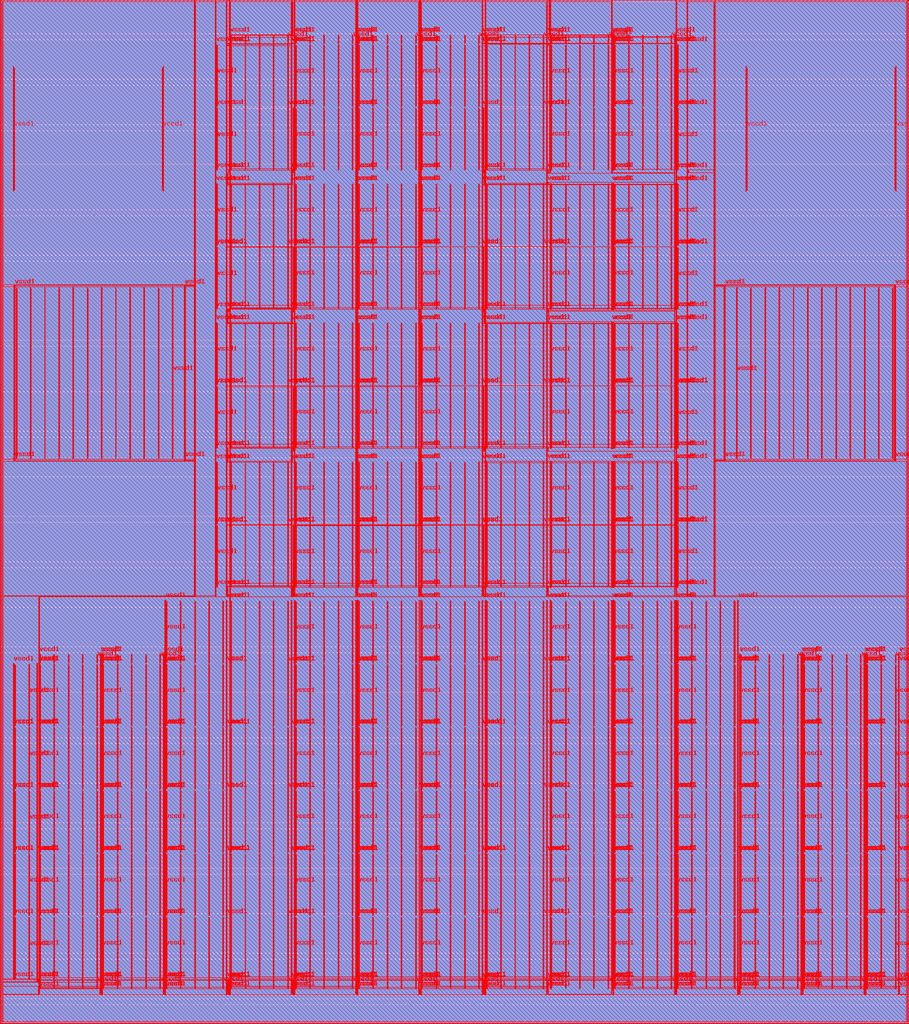
<source format=lef>
##
## LEF for PtnCells ;
## created by Innovus v19.11-s128_1 on Wed Nov 24 12:26:27 2021
##

VERSION 5.7 ;

BUSBITCHARS "[]" ;
DIVIDERCHAR "/" ;

MACRO eFPGA_CPU_top
  CLASS BLOCK ;
  SIZE 2881.440000 BY 3243.940000 ;
  FOREIGN eFPGA_CPU_top 0.000000 0.000000 ;
  ORIGIN 0 0 ;
  SYMMETRY X Y R90 ;
  PIN wb_clk_i
    DIRECTION INPUT ;
    USE SIGNAL ;
    ANTENNAPARTIALMETALAREA 1.9259 LAYER met2  ;
    ANTENNAPARTIALMETALSIDEAREA 9.2855 LAYER met2  ;
    ANTENNAMODEL OXIDE1 ;
    ANTENNAGATEAREA 0.492 LAYER met2  ;
    ANTENNAMAXAREACAR 5.70437 LAYER met2  ;
    ANTENNAMAXSIDEAREACAR 22.5061 LAYER met2  ;
    ANTENNAMAXCUTCAR 0.104472 LAYER via2  ;
    PORT
      LAYER met2 ;
        RECT 10.280000 0.000000 10.420000 0.485000 ;
    END
  END wb_clk_i
  PIN wb_rst_i
    DIRECTION INPUT ;
    USE SIGNAL ;
    ANTENNAPARTIALMETALAREA 21.3368 LAYER met2  ;
    ANTENNAPARTIALMETALSIDEAREA 106.169 LAYER met2  ;
    ANTENNAPARTIALCUTAREA 0.04 LAYER via2  ;
    ANTENNAPARTIALMETALAREA 8.0434 LAYER met3  ;
    ANTENNAPARTIALMETALSIDEAREA 44.776 LAYER met3  ;
    ANTENNAPARTIALCUTAREA 0.04 LAYER via3  ;
    ANTENNAPARTIALMETALAREA 123.762 LAYER met4  ;
    ANTENNAPARTIALMETALSIDEAREA 662.416 LAYER met4  ;
    ANTENNAMODEL OXIDE1 ;
    ANTENNAGATEAREA 5.832 LAYER met4  ;
    ANTENNAMAXAREACAR 79.7586 LAYER met4  ;
    ANTENNAMAXSIDEAREACAR 405.43 LAYER met4  ;
    ANTENNAMAXCUTCAR 0.640651 LAYER via4  ;
    PORT
      LAYER met2 ;
        RECT 2744.060000 0.000000 2744.200000 0.485000 ;
    END
  END wb_rst_i
  PIN wbs_stb_i
    DIRECTION INPUT ;
    USE SIGNAL ;
    ANTENNAPARTIALMETALAREA 32.894 LAYER met2  ;
    ANTENNAPARTIALMETALSIDEAREA 164.073 LAYER met2  ;
    ANTENNAPARTIALCUTAREA 0.04 LAYER via2  ;
    ANTENNAPARTIALMETALAREA 32.3604 LAYER met3  ;
    ANTENNAPARTIALMETALSIDEAREA 176.352 LAYER met3  ;
    ANTENNAMODEL OXIDE1 ;
    ANTENNAGATEAREA 0.99 LAYER met3  ;
    ANTENNAMAXAREACAR 39.8245 LAYER met3  ;
    ANTENNAMAXSIDEAREACAR 212.138 LAYER met3  ;
    ANTENNAMAXCUTCAR 0.0923232 LAYER via3  ;
    PORT
      LAYER met2 ;
        RECT 35.580000 0.000000 35.720000 0.485000 ;
    END
  END wbs_stb_i
  PIN wbs_cyc_i
    DIRECTION INPUT ;
    USE SIGNAL ;
    ANTENNAPARTIALMETALAREA 79.8668 LAYER met2  ;
    ANTENNAPARTIALMETALSIDEAREA 398.111 LAYER met2  ;
    ANTENNAPARTIALCUTAREA 0.04 LAYER via2  ;
    ANTENNAPARTIALMETALAREA 171.387 LAYER met3  ;
    ANTENNAPARTIALMETALSIDEAREA 915.944 LAYER met3  ;
    ANTENNAPARTIALCUTAREA 0.04 LAYER via3  ;
    ANTENNAPARTIALMETALAREA 0.6516 LAYER met4  ;
    ANTENNAPARTIALMETALSIDEAREA 4.416 LAYER met4  ;
    ANTENNAMODEL OXIDE1 ;
    ANTENNAGATEAREA 0.126 LAYER met4  ;
    ANTENNAMAXAREACAR 60.9944 LAYER met4  ;
    ANTENNAMAXSIDEAREACAR 314.159 LAYER met4  ;
    ANTENNAMAXCUTCAR 1.04286 LAYER via4  ;
    PORT
      LAYER met2 ;
        RECT 60.880000 0.000000 61.020000 0.485000 ;
    END
  END wbs_cyc_i
  PIN wbs_we_i
    DIRECTION INPUT ;
    USE SIGNAL ;
    ANTENNAPARTIALMETALAREA 17.108 LAYER met2  ;
    ANTENNAPARTIALMETALSIDEAREA 85.379 LAYER met2  ;
    ANTENNAPARTIALCUTAREA 0.04 LAYER via2  ;
    ANTENNAPARTIALMETALAREA 22.246 LAYER met3  ;
    ANTENNAPARTIALMETALSIDEAREA 119.112 LAYER met3  ;
    ANTENNAPARTIALCUTAREA 0.04 LAYER via3  ;
    ANTENNAPARTIALMETALAREA 51.9558 LAYER met4  ;
    ANTENNAPARTIALMETALSIDEAREA 277.568 LAYER met4  ;
    ANTENNAMODEL OXIDE1 ;
    ANTENNAGATEAREA 1.485 LAYER met4  ;
    ANTENNAMAXAREACAR 98.6082 LAYER met4  ;
    ANTENNAMAXSIDEAREACAR 503.684 LAYER met4  ;
    ANTENNAMAXCUTCAR 0.0884848 LAYER via4  ;
    PORT
      LAYER met2 ;
        RECT 86.180000 0.000000 86.320000 0.485000 ;
    END
  END wbs_we_i
  PIN wbs_sel_i[3]
    DIRECTION INPUT ;
    USE SIGNAL ;
    PORT
      LAYER met2 ;
        RECT 2794.660000 0.000000 2794.800000 0.485000 ;
    END
  END wbs_sel_i[3]
  PIN wbs_sel_i[2]
    DIRECTION INPUT ;
    USE SIGNAL ;
    PORT
      LAYER met2 ;
        RECT 2819.960000 0.000000 2820.100000 0.485000 ;
    END
  END wbs_sel_i[2]
  PIN wbs_sel_i[1]
    DIRECTION INPUT ;
    USE SIGNAL ;
    PORT
      LAYER met2 ;
        RECT 2845.260000 0.000000 2845.400000 0.485000 ;
    END
  END wbs_sel_i[1]
  PIN wbs_sel_i[0]
    DIRECTION INPUT ;
    USE SIGNAL ;
    PORT
      LAYER met2 ;
        RECT 2871.020000 0.000000 2871.160000 0.485000 ;
    END
  END wbs_sel_i[0]
  PIN wbs_dat_i[31]
    DIRECTION INPUT ;
    USE SIGNAL ;
    ANTENNAPARTIALMETALAREA 11.0252 LAYER met2  ;
    ANTENNAPARTIALMETALSIDEAREA 54.88 LAYER met2  ;
    ANTENNAMODEL OXIDE1 ;
    ANTENNAGATEAREA 2.304 LAYER met2  ;
    ANTENNAMAXAREACAR 5.37029 LAYER met2  ;
    ANTENNAMAXSIDEAREACAR 24.6756 LAYER met2  ;
    ANTENNAMAXCUTCAR 0.022309 LAYER via2  ;
    PORT
      LAYER met2 ;
        RECT 111.480000 0.000000 111.620000 0.485000 ;
    END
  END wbs_dat_i[31]
  PIN wbs_dat_i[30]
    DIRECTION INPUT ;
    USE SIGNAL ;
    ANTENNAPARTIALMETALAREA 8.1244 LAYER met2  ;
    ANTENNAPARTIALMETALSIDEAREA 40.376 LAYER met2  ;
    ANTENNAMODEL OXIDE1 ;
    ANTENNAGATEAREA 1.98 LAYER met2  ;
    ANTENNAMAXAREACAR 5.4526 LAYER met2  ;
    ANTENNAMAXSIDEAREACAR 25.6109 LAYER met2  ;
    ANTENNAMAXCUTCAR 0.0259596 LAYER via2  ;
    PORT
      LAYER met2 ;
        RECT 136.780000 0.000000 136.920000 0.485000 ;
    END
  END wbs_dat_i[30]
  PIN wbs_dat_i[29]
    DIRECTION INPUT ;
    USE SIGNAL ;
    ANTENNAPARTIALMETALAREA 17.5068 LAYER met2  ;
    ANTENNAPARTIALMETALSIDEAREA 87.255 LAYER met2  ;
    ANTENNAPARTIALCUTAREA 0.04 LAYER via2  ;
    ANTENNAPARTIALMETALAREA 44.1348 LAYER met3  ;
    ANTENNAPARTIALMETALSIDEAREA 238.208 LAYER met3  ;
    ANTENNAMODEL OXIDE1 ;
    ANTENNAGATEAREA 0.99 LAYER met3  ;
    ANTENNAMAXAREACAR 79.0666 LAYER met3  ;
    ANTENNAMAXSIDEAREACAR 410.825 LAYER met3  ;
    ANTENNAMAXCUTCAR 0.0923232 LAYER via3  ;
    PORT
      LAYER met2 ;
        RECT 162.080000 0.000000 162.220000 0.485000 ;
    END
  END wbs_dat_i[29]
  PIN wbs_dat_i[28]
    DIRECTION INPUT ;
    USE SIGNAL ;
    ANTENNAPARTIALMETALAREA 80.8696 LAYER met2  ;
    ANTENNAPARTIALMETALSIDEAREA 403.361 LAYER met2  ;
    ANTENNAPARTIALCUTAREA 0.04 LAYER via2  ;
    ANTENNAPARTIALMETALAREA 130.17 LAYER met3  ;
    ANTENNAPARTIALMETALSIDEAREA 695.176 LAYER met3  ;
    ANTENNAPARTIALCUTAREA 0.04 LAYER via3  ;
    ANTENNAPARTIALMETALAREA 0.6516 LAYER met4  ;
    ANTENNAPARTIALMETALSIDEAREA 4.416 LAYER met4  ;
    ANTENNAMODEL OXIDE1 ;
    ANTENNAGATEAREA 0.159 LAYER met4  ;
    ANTENNAMAXAREACAR 29.9575 LAYER met4  ;
    ANTENNAMAXSIDEAREACAR 147.164 LAYER met4  ;
    ANTENNAMAXCUTCAR 0.826415 LAYER via4  ;
    PORT
      LAYER met2 ;
        RECT 187.380000 0.000000 187.520000 0.485000 ;
    END
  END wbs_dat_i[28]
  PIN wbs_dat_i[27]
    DIRECTION INPUT ;
    USE SIGNAL ;
    ANTENNAPARTIALMETALAREA 7.8308 LAYER met2  ;
    ANTENNAPARTIALMETALSIDEAREA 39.144 LAYER met2  ;
    ANTENNAMODEL OXIDE1 ;
    ANTENNAGATEAREA 1.485 LAYER met2  ;
    ANTENNAMAXAREACAR 52.7659 LAYER met2  ;
    ANTENNAMAXSIDEAREACAR 262.004 LAYER met2  ;
    ANTENNAMAXCUTCAR 0.0346128 LAYER via2  ;
    PORT
      LAYER met2 ;
        RECT 212.680000 0.000000 212.820000 0.485000 ;
    END
  END wbs_dat_i[27]
  PIN wbs_dat_i[26]
    DIRECTION INPUT ;
    USE SIGNAL ;
    ANTENNAPARTIALMETALAREA 26.0704 LAYER met2  ;
    ANTENNAPARTIALMETALSIDEAREA 129.955 LAYER met2  ;
    ANTENNAPARTIALCUTAREA 0.04 LAYER via2  ;
    ANTENNAPARTIALMETALAREA 5.8318 LAYER met3  ;
    ANTENNAPARTIALMETALSIDEAREA 32.04 LAYER met3  ;
    ANTENNAPARTIALCUTAREA 0.04 LAYER via3  ;
    ANTENNAPARTIALMETALAREA 74.0508 LAYER met4  ;
    ANTENNAPARTIALMETALSIDEAREA 395.408 LAYER met4  ;
    ANTENNAMODEL OXIDE1 ;
    ANTENNAGATEAREA 0.99 LAYER met4  ;
    ANTENNAMAXAREACAR 219.565 LAYER met4  ;
    ANTENNAMAXSIDEAREACAR 1134.71 LAYER met4  ;
    ANTENNAMAXCUTCAR 0.132727 LAYER via4  ;
    PORT
      LAYER met2 ;
        RECT 237.980000 0.000000 238.120000 0.485000 ;
    END
  END wbs_dat_i[26]
  PIN wbs_dat_i[25]
    DIRECTION INPUT ;
    USE SIGNAL ;
    ANTENNAPARTIALMETALAREA 15.6038 LAYER met2  ;
    ANTENNAPARTIALMETALSIDEAREA 77.504 LAYER met2  ;
    ANTENNAPARTIALCUTAREA 0.04 LAYER via2  ;
    ANTENNAPARTIALMETALAREA 25.2262 LAYER met3  ;
    ANTENNAPARTIALMETALSIDEAREA 139.24 LAYER met3  ;
    ANTENNAPARTIALCUTAREA 0.04 LAYER via3  ;
    ANTENNAPARTIALMETALAREA 1.9392 LAYER met4  ;
    ANTENNAPARTIALMETALSIDEAREA 12.224 LAYER met4  ;
    ANTENNAMODEL OXIDE1 ;
    ANTENNAGATEAREA 0.252 LAYER met4  ;
    ANTENNAMAXAREACAR 62.0171 LAYER met4  ;
    ANTENNAMAXSIDEAREACAR 302.522 LAYER met4  ;
    ANTENNAMAXCUTCAR 0.903968 LAYER via4  ;
    PORT
      LAYER met2 ;
        RECT 263.280000 0.000000 263.420000 0.485000 ;
    END
  END wbs_dat_i[25]
  PIN wbs_dat_i[24]
    DIRECTION INPUT ;
    USE SIGNAL ;
    ANTENNAPARTIALMETALAREA 215.73 LAYER met2  ;
    ANTENNAPARTIALMETALSIDEAREA 1074.48 LAYER met2  ;
    ANTENNAPARTIALCUTAREA 0.04 LAYER via2  ;
    ANTENNAPARTIALMETALAREA 4.2396 LAYER met3  ;
    ANTENNAPARTIALMETALSIDEAREA 23.552 LAYER met3  ;
    ANTENNAMODEL OXIDE1 ;
    ANTENNAGATEAREA 0.252 LAYER met3  ;
    ANTENNAMAXAREACAR 84.0234 LAYER met3  ;
    ANTENNAMAXSIDEAREACAR 409.637 LAYER met3  ;
    ANTENNAMAXCUTCAR 0.566667 LAYER via3  ;
    PORT
      LAYER met2 ;
        RECT 288.580000 0.000000 288.720000 0.485000 ;
    END
  END wbs_dat_i[24]
  PIN wbs_dat_i[23]
    DIRECTION INPUT ;
    USE SIGNAL ;
    ANTENNAPARTIALMETALAREA 112.724 LAYER met2  ;
    ANTENNAPARTIALMETALSIDEAREA 563.339 LAYER met2  ;
    ANTENNAPARTIALCUTAREA 0.04 LAYER via2  ;
    ANTENNAPARTIALMETALAREA 0.255 LAYER met3  ;
    ANTENNAPARTIALMETALSIDEAREA 1.808 LAYER met3  ;
    ANTENNAPARTIALCUTAREA 0.04 LAYER via3  ;
    ANTENNAPARTIALMETALAREA 10.9476 LAYER met4  ;
    ANTENNAPARTIALMETALSIDEAREA 59.328 LAYER met4  ;
    ANTENNAMODEL OXIDE1 ;
    ANTENNAGATEAREA 0.159 LAYER met4  ;
    ANTENNAMAXAREACAR 128.068 LAYER met4  ;
    ANTENNAMAXSIDEAREACAR 666.296 LAYER met4  ;
    ANTENNAMAXCUTCAR 0.826415 LAYER via4  ;
    PORT
      LAYER met2 ;
        RECT 313.880000 0.000000 314.020000 0.485000 ;
    END
  END wbs_dat_i[23]
  PIN wbs_dat_i[22]
    DIRECTION INPUT ;
    USE SIGNAL ;
    ANTENNAPARTIALMETALAREA 58.5214 LAYER met2  ;
    ANTENNAPARTIALMETALSIDEAREA 291.62 LAYER met2  ;
    ANTENNAPARTIALCUTAREA 0.04 LAYER via2  ;
    ANTENNAPARTIALMETALAREA 27.5844 LAYER met3  ;
    ANTENNAPARTIALMETALSIDEAREA 150.88 LAYER met3  ;
    ANTENNAMODEL OXIDE1 ;
    ANTENNAGATEAREA 0.378 LAYER met3  ;
    ANTENNAMAXAREACAR 106.708 LAYER met3  ;
    ANTENNAMAXSIDEAREACAR 547.399 LAYER met3  ;
    ANTENNAMAXCUTCAR 0.903968 LAYER via3  ;
    PORT
      LAYER met2 ;
        RECT 339.180000 0.000000 339.320000 0.485000 ;
    END
  END wbs_dat_i[22]
  PIN wbs_dat_i[21]
    DIRECTION INPUT ;
    USE SIGNAL ;
    ANTENNAPARTIALMETALAREA 59.2366 LAYER met2  ;
    ANTENNAPARTIALMETALSIDEAREA 295.904 LAYER met2  ;
    ANTENNAPARTIALCUTAREA 0.04 LAYER via2  ;
    ANTENNAPARTIALMETALAREA 2.3268 LAYER met3  ;
    ANTENNAPARTIALMETALSIDEAREA 12.88 LAYER met3  ;
    ANTENNAMODEL OXIDE1 ;
    ANTENNAGATEAREA 0.495 LAYER met3  ;
    ANTENNAMAXAREACAR 83.2857 LAYER met3  ;
    ANTENNAMAXSIDEAREACAR 417.844 LAYER met3  ;
    ANTENNAMAXCUTCAR 0.184646 LAYER via3  ;
    PORT
      LAYER met2 ;
        RECT 364.480000 0.000000 364.620000 0.485000 ;
    END
  END wbs_dat_i[21]
  PIN wbs_dat_i[20]
    DIRECTION INPUT ;
    USE SIGNAL ;
    ANTENNAPARTIALMETALAREA 13.4054 LAYER met2  ;
    ANTENNAPARTIALMETALSIDEAREA 66.899 LAYER met2  ;
    ANTENNAMODEL OXIDE1 ;
    ANTENNAGATEAREA 0.99 LAYER met2  ;
    ANTENNAMAXAREACAR 15.3254 LAYER met2  ;
    ANTENNAMAXSIDEAREACAR 74.7035 LAYER met2  ;
    ANTENNAMAXCUTCAR 0.0519192 LAYER via2  ;
    PORT
      LAYER met2 ;
        RECT 389.780000 0.000000 389.920000 0.485000 ;
    END
  END wbs_dat_i[20]
  PIN wbs_dat_i[19]
    DIRECTION INPUT ;
    USE SIGNAL ;
    ANTENNAPARTIALMETALAREA 14.0928 LAYER met2  ;
    ANTENNAPARTIALMETALSIDEAREA 70.336 LAYER met2  ;
    ANTENNAMODEL OXIDE1 ;
    ANTENNAGATEAREA 0.99 LAYER met2  ;
    ANTENNAMAXAREACAR 16.3698 LAYER met2  ;
    ANTENNAMAXSIDEAREACAR 79.2035 LAYER met2  ;
    ANTENNAMAXCUTCAR 0.0519192 LAYER via2  ;
    PORT
      LAYER met2 ;
        RECT 415.080000 0.000000 415.220000 0.485000 ;
    END
  END wbs_dat_i[19]
  PIN wbs_dat_i[18]
    DIRECTION INPUT ;
    USE SIGNAL ;
    ANTENNAPARTIALMETALAREA 13.5342 LAYER met2  ;
    ANTENNAPARTIALMETALSIDEAREA 67.543 LAYER met2  ;
    ANTENNAMODEL OXIDE1 ;
    ANTENNAGATEAREA 0.99 LAYER met2  ;
    ANTENNAMAXAREACAR 15.34 LAYER met2  ;
    ANTENNAMAXSIDEAREACAR 74.8449 LAYER met2  ;
    ANTENNAMAXCUTCAR 0.0519192 LAYER via2  ;
    PORT
      LAYER met2 ;
        RECT 440.380000 0.000000 440.520000 0.485000 ;
    END
  END wbs_dat_i[18]
  PIN wbs_dat_i[17]
    DIRECTION INPUT ;
    USE SIGNAL ;
    ANTENNAPARTIALMETALAREA 18.867 LAYER met2  ;
    ANTENNAPARTIALMETALSIDEAREA 93.989 LAYER met2  ;
    ANTENNAPARTIALCUTAREA 0.04 LAYER via2  ;
    ANTENNAPARTIALMETALAREA 13.2874 LAYER met3  ;
    ANTENNAPARTIALMETALSIDEAREA 72.744 LAYER met3  ;
    ANTENNAPARTIALCUTAREA 0.04 LAYER via3  ;
    ANTENNAPARTIALMETALAREA 0.6516 LAYER met4  ;
    ANTENNAPARTIALMETALSIDEAREA 4.416 LAYER met4  ;
    ANTENNAMODEL OXIDE1 ;
    ANTENNAGATEAREA 0.252 LAYER met4  ;
    ANTENNAMAXAREACAR 65.9599 LAYER met4  ;
    ANTENNAMAXSIDEAREACAR 348.319 LAYER met4  ;
    ANTENNAMAXCUTCAR 0.725397 LAYER via4  ;
    PORT
      LAYER met2 ;
        RECT 465.680000 0.000000 465.820000 0.485000 ;
    END
  END wbs_dat_i[17]
  PIN wbs_dat_i[16]
    DIRECTION INPUT ;
    USE SIGNAL ;
    ANTENNAPARTIALMETALAREA 10.3018 LAYER met2  ;
    ANTENNAPARTIALMETALSIDEAREA 50.876 LAYER met2  ;
    ANTENNAPARTIALCUTAREA 0.04 LAYER via2  ;
    ANTENNAPARTIALMETALAREA 34.639 LAYER met3  ;
    ANTENNAPARTIALMETALSIDEAREA 189.912 LAYER met3  ;
    ANTENNAPARTIALCUTAREA 0.04 LAYER via3  ;
    ANTENNAPARTIALMETALAREA 0.9696 LAYER met4  ;
    ANTENNAPARTIALMETALSIDEAREA 6.112 LAYER met4  ;
    ANTENNAMODEL OXIDE1 ;
    ANTENNAGATEAREA 0.252 LAYER met4  ;
    ANTENNAMAXAREACAR 49.4464 LAYER met4  ;
    ANTENNAMAXSIDEAREACAR 243.391 LAYER met4  ;
    ANTENNAMAXCUTCAR 0.903968 LAYER via4  ;
    PORT
      LAYER met2 ;
        RECT 490.980000 0.000000 491.120000 0.485000 ;
    END
  END wbs_dat_i[16]
  PIN wbs_dat_i[15]
    DIRECTION INPUT ;
    USE SIGNAL ;
    ANTENNAPARTIALMETALAREA 8.2132 LAYER met2  ;
    ANTENNAPARTIALMETALSIDEAREA 40.551 LAYER met2  ;
    ANTENNAPARTIALCUTAREA 0.04 LAYER via2  ;
    ANTENNAPARTIALMETALAREA 23.2872 LAYER met3  ;
    ANTENNAPARTIALMETALSIDEAREA 128.432 LAYER met3  ;
    ANTENNAMODEL OXIDE1 ;
    ANTENNAGATEAREA 0.378 LAYER met3  ;
    ANTENNAMAXAREACAR 124.65 LAYER met3  ;
    ANTENNAMAXSIDEAREACAR 633.708 LAYER met3  ;
    ANTENNAMAXCUTCAR 0.692328 LAYER via3  ;
    PORT
      LAYER met2 ;
        RECT 516.280000 0.000000 516.420000 0.485000 ;
    END
  END wbs_dat_i[15]
  PIN wbs_dat_i[14]
    DIRECTION INPUT ;
    USE SIGNAL ;
    ANTENNAPARTIALMETALAREA 59.7814 LAYER met2  ;
    ANTENNAPARTIALMETALSIDEAREA 298.543 LAYER met2  ;
    ANTENNAMODEL OXIDE1 ;
    ANTENNAGATEAREA 0.99 LAYER met2  ;
    ANTENNAMAXAREACAR 60.9702 LAYER met2  ;
    ANTENNAMAXSIDEAREACAR 302.727 LAYER met2  ;
    ANTENNAMAXCUTCAR 0.0519192 LAYER via2  ;
    PORT
      LAYER met2 ;
        RECT 541.580000 0.000000 541.720000 0.485000 ;
    END
  END wbs_dat_i[14]
  PIN wbs_dat_i[13]
    DIRECTION INPUT ;
    USE SIGNAL ;
    ANTENNAPARTIALMETALAREA 14.0232 LAYER met2  ;
    ANTENNAPARTIALMETALSIDEAREA 69.601 LAYER met2  ;
    ANTENNAPARTIALCUTAREA 0.04 LAYER via2  ;
    ANTENNAPARTIALMETALAREA 31.3516 LAYER met3  ;
    ANTENNAPARTIALMETALSIDEAREA 173.32 LAYER met3  ;
    ANTENNAPARTIALCUTAREA 0.04 LAYER via3  ;
    ANTENNAPARTIALMETALAREA 1.3032 LAYER met4  ;
    ANTENNAPARTIALMETALSIDEAREA 8.832 LAYER met4  ;
    ANTENNAMODEL OXIDE1 ;
    ANTENNAGATEAREA 0.378 LAYER met4  ;
    ANTENNAMAXAREACAR 33.3988 LAYER met4  ;
    ANTENNAMAXSIDEAREACAR 163.96 LAYER met4  ;
    ANTENNAMAXCUTCAR 1.36032 LAYER via4  ;
    PORT
      LAYER met2 ;
        RECT 566.880000 0.000000 567.020000 0.485000 ;
    END
  END wbs_dat_i[13]
  PIN wbs_dat_i[12]
    DIRECTION INPUT ;
    USE SIGNAL ;
    ANTENNAPARTIALMETALAREA 6.6674 LAYER met2  ;
    ANTENNAPARTIALMETALSIDEAREA 32.683 LAYER met2  ;
    ANTENNAPARTIALCUTAREA 0.04 LAYER via2  ;
    ANTENNAPARTIALMETALAREA 133.175 LAYER met3  ;
    ANTENNAPARTIALMETALSIDEAREA 714.024 LAYER met3  ;
    ANTENNAPARTIALCUTAREA 0.04 LAYER via3  ;
    ANTENNAPARTIALMETALAREA 0.9696 LAYER met4  ;
    ANTENNAPARTIALMETALSIDEAREA 6.112 LAYER met4  ;
    ANTENNAMODEL OXIDE1 ;
    ANTENNAGATEAREA 0.378 LAYER met4  ;
    ANTENNAMAXAREACAR 25.1439 LAYER met4  ;
    ANTENNAMAXSIDEAREACAR 112.146 LAYER met4  ;
    ANTENNAMAXCUTCAR 0.619577 LAYER via4  ;
    PORT
      LAYER met2 ;
        RECT 592.180000 0.000000 592.320000 0.485000 ;
    END
  END wbs_dat_i[12]
  PIN wbs_dat_i[11]
    DIRECTION INPUT ;
    USE SIGNAL ;
    ANTENNAPARTIALMETALAREA 9.2674 LAYER met2  ;
    ANTENNAPARTIALMETALSIDEAREA 45.822 LAYER met2  ;
    ANTENNAPARTIALCUTAREA 0.04 LAYER via2  ;
    ANTENNAPARTIALMETALAREA 159.441 LAYER met3  ;
    ANTENNAPARTIALMETALSIDEAREA 853.64 LAYER met3  ;
    ANTENNAPARTIALCUTAREA 0.04 LAYER via3  ;
    ANTENNAPARTIALMETALAREA 0.6516 LAYER met4  ;
    ANTENNAPARTIALMETALSIDEAREA 4.416 LAYER met4  ;
    ANTENNAMODEL OXIDE1 ;
    ANTENNAGATEAREA 0.999 LAYER met4  ;
    ANTENNAMAXAREACAR 26.9762 LAYER met4  ;
    ANTENNAMAXSIDEAREACAR 117.699 LAYER met4  ;
    ANTENNAMAXCUTCAR 0.666588 LAYER via4  ;
    PORT
      LAYER met2 ;
        RECT 617.480000 0.000000 617.620000 0.485000 ;
    END
  END wbs_dat_i[11]
  PIN wbs_dat_i[10]
    DIRECTION INPUT ;
    USE SIGNAL ;
    ANTENNAPARTIALMETALAREA 7.8019 LAYER met2  ;
    ANTENNAPARTIALMETALSIDEAREA 38.7835 LAYER met2  ;
    ANTENNAMODEL OXIDE1 ;
    ANTENNAGATEAREA 2.97 LAYER met2  ;
    ANTENNAMAXAREACAR 3.24451 LAYER met2  ;
    ANTENNAMAXSIDEAREACAR 14.5145 LAYER met2  ;
    ANTENNAMAXCUTCAR 0.0173064 LAYER via2  ;
    PORT
      LAYER met2 ;
        RECT 642.780000 0.000000 642.920000 0.485000 ;
    END
  END wbs_dat_i[10]
  PIN wbs_dat_i[9]
    DIRECTION INPUT ;
    USE SIGNAL ;
    ANTENNAPARTIALMETALAREA 102.018 LAYER met2  ;
    ANTENNAPARTIALMETALSIDEAREA 508.158 LAYER met2  ;
    ANTENNAPARTIALCUTAREA 0.04 LAYER via2  ;
    ANTENNAPARTIALMETALAREA 66.3598 LAYER met3  ;
    ANTENNAPARTIALMETALSIDEAREA 357.208 LAYER met3  ;
    ANTENNAPARTIALCUTAREA 0.04 LAYER via3  ;
    ANTENNAPARTIALMETALAREA 1.3356 LAYER met4  ;
    ANTENNAPARTIALMETALSIDEAREA 8.064 LAYER met4  ;
    ANTENNAMODEL OXIDE1 ;
    ANTENNAGATEAREA 0.378 LAYER met4  ;
    ANTENNAMAXAREACAR 39.2216 LAYER met4  ;
    ANTENNAMAXSIDEAREACAR 190.293 LAYER met4  ;
    ANTENNAMAXCUTCAR 0.798148 LAYER via4  ;
    PORT
      LAYER met2 ;
        RECT 668.080000 0.000000 668.220000 0.485000 ;
    END
  END wbs_dat_i[9]
  PIN wbs_dat_i[8]
    DIRECTION INPUT ;
    USE SIGNAL ;
    ANTENNAPARTIALMETALAREA 14.8322 LAYER met2  ;
    ANTENNAPARTIALMETALSIDEAREA 73.528 LAYER met2  ;
    ANTENNAPARTIALCUTAREA 0.04 LAYER via2  ;
    ANTENNAPARTIALMETALAREA 161.042 LAYER met3  ;
    ANTENNAPARTIALMETALSIDEAREA 862.648 LAYER met3  ;
    ANTENNAPARTIALCUTAREA 0.04 LAYER via3  ;
    ANTENNAPARTIALMETALAREA 0.3258 LAYER met4  ;
    ANTENNAPARTIALMETALSIDEAREA 2.208 LAYER met4  ;
    ANTENNAMODEL OXIDE1 ;
    ANTENNAGATEAREA 0.378 LAYER met4  ;
    ANTENNAMAXAREACAR 27.612 LAYER met4  ;
    ANTENNAMAXSIDEAREACAR 123.952 LAYER met4  ;
    ANTENNAMAXCUTCAR 0.619577 LAYER via4  ;
    PORT
      LAYER met2 ;
        RECT 693.380000 0.000000 693.520000 0.485000 ;
    END
  END wbs_dat_i[8]
  PIN wbs_dat_i[7]
    DIRECTION INPUT ;
    USE SIGNAL ;
    ANTENNAPARTIALMETALAREA 69.2692 LAYER met2  ;
    ANTENNAPARTIALMETALSIDEAREA 345.359 LAYER met2  ;
    ANTENNAPARTIALCUTAREA 0.04 LAYER via2  ;
    ANTENNAPARTIALMETALAREA 73.8238 LAYER met3  ;
    ANTENNAPARTIALMETALSIDEAREA 399.368 LAYER met3  ;
    ANTENNAPARTIALCUTAREA 0.04 LAYER via3  ;
    ANTENNAPARTIALMETALAREA 0.6516 LAYER met4  ;
    ANTENNAPARTIALMETALSIDEAREA 4.416 LAYER met4  ;
    ANTENNAMODEL OXIDE1 ;
    ANTENNAGATEAREA 0.63 LAYER met4  ;
    ANTENNAMAXAREACAR 31.2647 LAYER met4  ;
    ANTENNAMAXSIDEAREACAR 141.295 LAYER met4  ;
    ANTENNAMAXCUTCAR 0.985185 LAYER via4  ;
    PORT
      LAYER met2 ;
        RECT 718.680000 0.000000 718.820000 0.485000 ;
    END
  END wbs_dat_i[7]
  PIN wbs_dat_i[6]
    DIRECTION INPUT ;
    USE SIGNAL ;
    ANTENNAPARTIALMETALAREA 119.87 LAYER met2  ;
    ANTENNAPARTIALMETALSIDEAREA 598.717 LAYER met2  ;
    ANTENNAPARTIALCUTAREA 0.04 LAYER via2  ;
    ANTENNAPARTIALMETALAREA 58.726 LAYER met3  ;
    ANTENNAPARTIALMETALSIDEAREA 313.672 LAYER met3  ;
    ANTENNAPARTIALCUTAREA 0.04 LAYER via3  ;
    ANTENNAPARTIALMETALAREA 0.9696 LAYER met4  ;
    ANTENNAPARTIALMETALSIDEAREA 6.112 LAYER met4  ;
    ANTENNAMODEL OXIDE1 ;
    ANTENNAGATEAREA 0.63 LAYER met4  ;
    ANTENNAMAXAREACAR 37.7162 LAYER met4  ;
    ANTENNAMAXSIDEAREACAR 172.349 LAYER met4  ;
    ANTENNAMAXCUTCAR 0.713492 LAYER via4  ;
    PORT
      LAYER met2 ;
        RECT 744.440000 0.000000 744.580000 0.485000 ;
    END
  END wbs_dat_i[6]
  PIN wbs_dat_i[5]
    DIRECTION INPUT ;
    USE SIGNAL ;
    ANTENNAPARTIALMETALAREA 15.6152 LAYER met2  ;
    ANTENNAPARTIALMETALSIDEAREA 77.679 LAYER met2  ;
    ANTENNAPARTIALCUTAREA 0.04 LAYER via2  ;
    ANTENNAPARTIALMETALAREA 145.17 LAYER met3  ;
    ANTENNAPARTIALMETALSIDEAREA 780.824 LAYER met3  ;
    ANTENNAPARTIALCUTAREA 0.04 LAYER via3  ;
    ANTENNAPARTIALMETALAREA 1.2954 LAYER met4  ;
    ANTENNAPARTIALMETALSIDEAREA 8.32 LAYER met4  ;
    ANTENNAMODEL OXIDE1 ;
    ANTENNAGATEAREA 0.63 LAYER met4  ;
    ANTENNAMAXAREACAR 36.2088 LAYER met4  ;
    ANTENNAMAXSIDEAREACAR 168.353 LAYER met4  ;
    ANTENNAMAXCUTCAR 0.788889 LAYER via4  ;
    PORT
      LAYER met2 ;
        RECT 769.740000 0.000000 769.880000 0.485000 ;
    END
  END wbs_dat_i[5]
  PIN wbs_dat_i[4]
    DIRECTION INPUT ;
    USE SIGNAL ;
    ANTENNAPARTIALMETALAREA 6.4427 LAYER met2  ;
    ANTENNAPARTIALMETALSIDEAREA 32.1055 LAYER met2  ;
    ANTENNAMODEL OXIDE1 ;
    ANTENNAGATEAREA 1.98 LAYER met2  ;
    ANTENNAMAXAREACAR 69.9161 LAYER met2  ;
    ANTENNAMAXSIDEAREACAR 347.998 LAYER met2  ;
    ANTENNAMAXCUTCAR 0.0259596 LAYER via2  ;
    PORT
      LAYER met2 ;
        RECT 795.040000 0.000000 795.180000 0.485000 ;
    END
  END wbs_dat_i[4]
  PIN wbs_dat_i[3]
    DIRECTION INPUT ;
    USE SIGNAL ;
    ANTENNAPARTIALMETALAREA 70.7622 LAYER met2  ;
    ANTENNAPARTIALMETALSIDEAREA 353.178 LAYER met2  ;
    ANTENNAPARTIALCUTAREA 0.04 LAYER via2  ;
    ANTENNAPARTIALMETALAREA 71.5678 LAYER met3  ;
    ANTENNAPARTIALMETALSIDEAREA 387.336 LAYER met3  ;
    ANTENNAPARTIALCUTAREA 0.04 LAYER via3  ;
    ANTENNAPARTIALMETALAREA 1.2954 LAYER met4  ;
    ANTENNAPARTIALMETALSIDEAREA 8.32 LAYER met4  ;
    ANTENNAMODEL OXIDE1 ;
    ANTENNAGATEAREA 0.63 LAYER met4  ;
    ANTENNAMAXAREACAR 51.9546 LAYER met4  ;
    ANTENNAMAXSIDEAREACAR 243.629 LAYER met4  ;
    ANTENNAMAXCUTCAR 0.892063 LAYER via4  ;
    PORT
      LAYER met2 ;
        RECT 820.340000 0.000000 820.480000 0.485000 ;
    END
  END wbs_dat_i[3]
  PIN wbs_dat_i[2]
    DIRECTION INPUT ;
    USE SIGNAL ;
    ANTENNAPARTIALMETALAREA 5.4892 LAYER met2  ;
    ANTENNAPARTIALMETALSIDEAREA 27.188 LAYER met2  ;
    ANTENNAPARTIALCUTAREA 0.04 LAYER via2  ;
    ANTENNAPARTIALMETALAREA 1.7748 LAYER met3  ;
    ANTENNAPARTIALMETALSIDEAREA 9.936 LAYER met3  ;
    ANTENNAMODEL OXIDE1 ;
    ANTENNAGATEAREA 0.495 LAYER met3  ;
    ANTENNAMAXAREACAR 5.04667 LAYER met3  ;
    ANTENNAMAXSIDEAREACAR 25.1879 LAYER met3  ;
    ANTENNAMAXCUTCAR 0.184646 LAYER via3  ;
    PORT
      LAYER met2 ;
        RECT 845.640000 0.000000 845.780000 0.485000 ;
    END
  END wbs_dat_i[2]
  PIN wbs_dat_i[1]
    DIRECTION INPUT ;
    USE SIGNAL ;
    ANTENNAPARTIALMETALAREA 5.2192 LAYER met2  ;
    ANTENNAPARTIALMETALSIDEAREA 25.802 LAYER met2  ;
    ANTENNAPARTIALCUTAREA 0.04 LAYER via2  ;
    ANTENNAPARTIALMETALAREA 1.7748 LAYER met3  ;
    ANTENNAPARTIALMETALSIDEAREA 9.936 LAYER met3  ;
    ANTENNAMODEL OXIDE1 ;
    ANTENNAGATEAREA 0.495 LAYER met3  ;
    ANTENNAMAXAREACAR 5.98889 LAYER met3  ;
    ANTENNAMAXSIDEAREACAR 29.8263 LAYER met3  ;
    ANTENNAMAXCUTCAR 0.184646 LAYER via3  ;
    PORT
      LAYER met2 ;
        RECT 870.940000 0.000000 871.080000 0.485000 ;
    END
  END wbs_dat_i[1]
  PIN wbs_dat_i[0]
    DIRECTION INPUT ;
    USE SIGNAL ;
    ANTENNAPARTIALMETALAREA 74.0904 LAYER met2  ;
    ANTENNAPARTIALMETALSIDEAREA 370.055 LAYER met2  ;
    ANTENNAPARTIALCUTAREA 0.04 LAYER via2  ;
    ANTENNAPARTIALMETALAREA 0.331 LAYER met3  ;
    ANTENNAPARTIALMETALSIDEAREA 2.232 LAYER met3  ;
    ANTENNAPARTIALCUTAREA 0.04 LAYER via3  ;
    ANTENNAPARTIALMETALAREA 4.1448 LAYER met4  ;
    ANTENNAPARTIALMETALSIDEAREA 22.576 LAYER met4  ;
    ANTENNAMODEL OXIDE1 ;
    ANTENNAGATEAREA 0.495 LAYER met4  ;
    ANTENNAMAXAREACAR 12.2844 LAYER met4  ;
    ANTENNAMAXSIDEAREACAR 65.2283 LAYER met4  ;
    ANTENNAMAXCUTCAR 0.265455 LAYER via4  ;
    PORT
      LAYER met2 ;
        RECT 896.240000 0.000000 896.380000 0.485000 ;
    END
  END wbs_dat_i[0]
  PIN wbs_adr_i[31]
    DIRECTION INPUT ;
    USE SIGNAL ;
    PORT
      LAYER met2 ;
        RECT 921.540000 0.000000 921.680000 0.485000 ;
    END
  END wbs_adr_i[31]
  PIN wbs_adr_i[30]
    DIRECTION INPUT ;
    USE SIGNAL ;
    PORT
      LAYER met2 ;
        RECT 946.840000 0.000000 946.980000 0.485000 ;
    END
  END wbs_adr_i[30]
  PIN wbs_adr_i[29]
    DIRECTION INPUT ;
    USE SIGNAL ;
    PORT
      LAYER met2 ;
        RECT 972.140000 0.000000 972.280000 0.485000 ;
    END
  END wbs_adr_i[29]
  PIN wbs_adr_i[28]
    DIRECTION INPUT ;
    USE SIGNAL ;
    PORT
      LAYER met2 ;
        RECT 997.440000 0.000000 997.580000 0.485000 ;
    END
  END wbs_adr_i[28]
  PIN wbs_adr_i[27]
    DIRECTION INPUT ;
    USE SIGNAL ;
    PORT
      LAYER met2 ;
        RECT 1022.740000 0.000000 1022.880000 0.485000 ;
    END
  END wbs_adr_i[27]
  PIN wbs_adr_i[26]
    DIRECTION INPUT ;
    USE SIGNAL ;
    PORT
      LAYER met2 ;
        RECT 1048.040000 0.000000 1048.180000 0.485000 ;
    END
  END wbs_adr_i[26]
  PIN wbs_adr_i[25]
    DIRECTION INPUT ;
    USE SIGNAL ;
    PORT
      LAYER met2 ;
        RECT 1073.340000 0.000000 1073.480000 0.485000 ;
    END
  END wbs_adr_i[25]
  PIN wbs_adr_i[24]
    DIRECTION INPUT ;
    USE SIGNAL ;
    PORT
      LAYER met2 ;
        RECT 1098.640000 0.000000 1098.780000 0.485000 ;
    END
  END wbs_adr_i[24]
  PIN wbs_adr_i[23]
    DIRECTION INPUT ;
    USE SIGNAL ;
    PORT
      LAYER met2 ;
        RECT 1123.940000 0.000000 1124.080000 0.485000 ;
    END
  END wbs_adr_i[23]
  PIN wbs_adr_i[22]
    DIRECTION INPUT ;
    USE SIGNAL ;
    PORT
      LAYER met2 ;
        RECT 1149.240000 0.000000 1149.380000 0.485000 ;
    END
  END wbs_adr_i[22]
  PIN wbs_adr_i[21]
    DIRECTION INPUT ;
    USE SIGNAL ;
    PORT
      LAYER met2 ;
        RECT 1174.540000 0.000000 1174.680000 0.485000 ;
    END
  END wbs_adr_i[21]
  PIN wbs_adr_i[20]
    DIRECTION INPUT ;
    USE SIGNAL ;
    PORT
      LAYER met2 ;
        RECT 1199.840000 0.000000 1199.980000 0.485000 ;
    END
  END wbs_adr_i[20]
  PIN wbs_adr_i[19]
    DIRECTION INPUT ;
    USE SIGNAL ;
    PORT
      LAYER met2 ;
        RECT 1225.140000 0.000000 1225.280000 0.485000 ;
    END
  END wbs_adr_i[19]
  PIN wbs_adr_i[18]
    DIRECTION INPUT ;
    USE SIGNAL ;
    PORT
      LAYER met2 ;
        RECT 1250.440000 0.000000 1250.580000 0.485000 ;
    END
  END wbs_adr_i[18]
  PIN wbs_adr_i[17]
    DIRECTION INPUT ;
    USE SIGNAL ;
    PORT
      LAYER met2 ;
        RECT 1275.740000 0.000000 1275.880000 0.485000 ;
    END
  END wbs_adr_i[17]
  PIN wbs_adr_i[16]
    DIRECTION INPUT ;
    USE SIGNAL ;
    PORT
      LAYER met2 ;
        RECT 1301.040000 0.000000 1301.180000 0.485000 ;
    END
  END wbs_adr_i[16]
  PIN wbs_adr_i[15]
    DIRECTION INPUT ;
    USE SIGNAL ;
    PORT
      LAYER met2 ;
        RECT 1326.340000 0.000000 1326.480000 0.485000 ;
    END
  END wbs_adr_i[15]
  PIN wbs_adr_i[14]
    DIRECTION INPUT ;
    USE SIGNAL ;
    PORT
      LAYER met2 ;
        RECT 1351.640000 0.000000 1351.780000 0.485000 ;
    END
  END wbs_adr_i[14]
  PIN wbs_adr_i[13]
    DIRECTION INPUT ;
    USE SIGNAL ;
    PORT
      LAYER met2 ;
        RECT 1376.940000 0.000000 1377.080000 0.485000 ;
    END
  END wbs_adr_i[13]
  PIN wbs_adr_i[12]
    DIRECTION INPUT ;
    USE SIGNAL ;
    PORT
      LAYER met2 ;
        RECT 1402.240000 0.000000 1402.380000 0.485000 ;
    END
  END wbs_adr_i[12]
  PIN wbs_adr_i[11]
    DIRECTION INPUT ;
    USE SIGNAL ;
    PORT
      LAYER met2 ;
        RECT 1427.540000 0.000000 1427.680000 0.485000 ;
    END
  END wbs_adr_i[11]
  PIN wbs_adr_i[10]
    DIRECTION INPUT ;
    USE SIGNAL ;
    PORT
      LAYER met2 ;
        RECT 1453.300000 0.000000 1453.440000 0.485000 ;
    END
  END wbs_adr_i[10]
  PIN wbs_adr_i[9]
    DIRECTION INPUT ;
    USE SIGNAL ;
    PORT
      LAYER met2 ;
        RECT 1478.600000 0.000000 1478.740000 0.485000 ;
    END
  END wbs_adr_i[9]
  PIN wbs_adr_i[8]
    DIRECTION INPUT ;
    USE SIGNAL ;
    PORT
      LAYER met2 ;
        RECT 1503.900000 0.000000 1504.040000 0.485000 ;
    END
  END wbs_adr_i[8]
  PIN wbs_adr_i[7]
    DIRECTION INPUT ;
    USE SIGNAL ;
    PORT
      LAYER met2 ;
        RECT 1529.200000 0.000000 1529.340000 0.485000 ;
    END
  END wbs_adr_i[7]
  PIN wbs_adr_i[6]
    DIRECTION INPUT ;
    USE SIGNAL ;
    PORT
      LAYER met2 ;
        RECT 1554.500000 0.000000 1554.640000 0.485000 ;
    END
  END wbs_adr_i[6]
  PIN wbs_adr_i[5]
    DIRECTION INPUT ;
    USE SIGNAL ;
    PORT
      LAYER met2 ;
        RECT 1579.800000 0.000000 1579.940000 0.485000 ;
    END
  END wbs_adr_i[5]
  PIN wbs_adr_i[4]
    DIRECTION INPUT ;
    USE SIGNAL ;
    PORT
      LAYER met2 ;
        RECT 1605.100000 0.000000 1605.240000 0.485000 ;
    END
  END wbs_adr_i[4]
  PIN wbs_adr_i[3]
    DIRECTION INPUT ;
    USE SIGNAL ;
    PORT
      LAYER met2 ;
        RECT 1630.400000 0.000000 1630.540000 0.485000 ;
    END
  END wbs_adr_i[3]
  PIN wbs_adr_i[2]
    DIRECTION INPUT ;
    USE SIGNAL ;
    PORT
      LAYER met2 ;
        RECT 1655.700000 0.000000 1655.840000 0.485000 ;
    END
  END wbs_adr_i[2]
  PIN wbs_adr_i[1]
    DIRECTION INPUT ;
    USE SIGNAL ;
    PORT
      LAYER met2 ;
        RECT 1681.000000 0.000000 1681.140000 0.485000 ;
    END
  END wbs_adr_i[1]
  PIN wbs_adr_i[0]
    DIRECTION INPUT ;
    USE SIGNAL ;
    PORT
      LAYER met2 ;
        RECT 1706.300000 0.000000 1706.440000 0.485000 ;
    END
  END wbs_adr_i[0]
  PIN wbs_ack_o
    DIRECTION OUTPUT ;
    USE SIGNAL ;
    ANTENNAPARTIALMETALAREA 14.5656 LAYER met2  ;
    ANTENNAPARTIALMETALSIDEAREA 72.667 LAYER met2  ;
    ANTENNAPARTIALCUTAREA 0.04 LAYER via2  ;
    ANTENNAPARTIALMETALAREA 30.829 LAYER met3  ;
    ANTENNAPARTIALMETALSIDEAREA 164.888 LAYER met3  ;
    ANTENNAPARTIALCUTAREA 0.04 LAYER via3  ;
    ANTENNADIFFAREA 1.782 LAYER met4  ;
    ANTENNAPARTIALMETALAREA 678.358 LAYER met4  ;
    ANTENNAPARTIALMETALSIDEAREA 3618.85 LAYER met4  ;
    PORT
      LAYER met2 ;
        RECT 2769.360000 0.000000 2769.500000 0.485000 ;
    END
  END wbs_ack_o
  PIN wbs_dat_o[31]
    DIRECTION OUTPUT ;
    USE SIGNAL ;
    ANTENNAPARTIALMETALAREA 15.2374 LAYER met2  ;
    ANTENNAPARTIALMETALSIDEAREA 75.908 LAYER met2  ;
    ANTENNAPARTIALCUTAREA 0.04 LAYER via2  ;
    ANTENNAPARTIALMETALAREA 11.506 LAYER met3  ;
    ANTENNAPARTIALMETALSIDEAREA 61.832 LAYER met3  ;
    ANTENNAPARTIALCUTAREA 0.04 LAYER via3  ;
    ANTENNADIFFAREA 1.782 LAYER met4  ;
    ANTENNAPARTIALMETALAREA 344.812 LAYER met4  ;
    ANTENNAPARTIALMETALSIDEAREA 1839.94 LAYER met4  ;
    PORT
      LAYER met2 ;
        RECT 1731.600000 0.000000 1731.740000 0.485000 ;
    END
  END wbs_dat_o[31]
  PIN wbs_dat_o[30]
    DIRECTION OUTPUT ;
    USE SIGNAL ;
    ANTENNAPARTIALMETALAREA 112.411 LAYER met2  ;
    ANTENNAPARTIALMETALSIDEAREA 561.659 LAYER met2  ;
    ANTENNAPARTIALCUTAREA 0.04 LAYER via2  ;
    ANTENNADIFFAREA 1.782 LAYER met3  ;
    ANTENNAPARTIALMETALAREA 1.4988 LAYER met3  ;
    ANTENNAPARTIALMETALSIDEAREA 8.464 LAYER met3  ;
    PORT
      LAYER met2 ;
        RECT 1756.900000 0.000000 1757.040000 0.485000 ;
    END
  END wbs_dat_o[30]
  PIN wbs_dat_o[29]
    DIRECTION OUTPUT ;
    USE SIGNAL ;
    ANTENNADIFFAREA 1.782 LAYER met2  ;
    ANTENNAPARTIALMETALAREA 122.239 LAYER met2  ;
    ANTENNAPARTIALMETALSIDEAREA 610.614 LAYER met2  ;
    PORT
      LAYER met2 ;
        RECT 1782.200000 0.000000 1782.340000 0.485000 ;
    END
  END wbs_dat_o[29]
  PIN wbs_dat_o[28]
    DIRECTION OUTPUT ;
    USE SIGNAL ;
    ANTENNAPARTIALMETALAREA 13.7072 LAYER met2  ;
    ANTENNAPARTIALMETALSIDEAREA 68.257 LAYER met2  ;
    ANTENNAPARTIALCUTAREA 0.04 LAYER via2  ;
    ANTENNAPARTIALMETALAREA 0.607 LAYER met3  ;
    ANTENNAPARTIALMETALSIDEAREA 3.704 LAYER met3  ;
    ANTENNAPARTIALCUTAREA 0.04 LAYER via3  ;
    ANTENNADIFFAREA 1.782 LAYER met4  ;
    ANTENNAPARTIALMETALAREA 8.7438 LAYER met4  ;
    ANTENNAPARTIALMETALSIDEAREA 47.104 LAYER met4  ;
    PORT
      LAYER met2 ;
        RECT 1807.500000 0.000000 1807.640000 0.485000 ;
    END
  END wbs_dat_o[28]
  PIN wbs_dat_o[27]
    DIRECTION OUTPUT ;
    USE SIGNAL ;
    ANTENNAPARTIALMETALAREA 6.8304 LAYER met2  ;
    ANTENNAPARTIALMETALSIDEAREA 33.873 LAYER met2  ;
    ANTENNAPARTIALCUTAREA 0.04 LAYER via2  ;
    ANTENNAPARTIALMETALAREA 52.3876 LAYER met3  ;
    ANTENNAPARTIALMETALSIDEAREA 280.808 LAYER met3  ;
    ANTENNAPARTIALCUTAREA 0.04 LAYER via3  ;
    ANTENNADIFFAREA 1.782 LAYER met4  ;
    ANTENNAPARTIALMETALAREA 122.228 LAYER met4  ;
    ANTENNAPARTIALMETALSIDEAREA 652.352 LAYER met4  ;
    PORT
      LAYER met2 ;
        RECT 1832.800000 0.000000 1832.940000 0.485000 ;
    END
  END wbs_dat_o[27]
  PIN wbs_dat_o[26]
    DIRECTION OUTPUT ;
    USE SIGNAL ;
    ANTENNAPARTIALMETALAREA 76.283 LAYER met2  ;
    ANTENNAPARTIALMETALSIDEAREA 381.136 LAYER met2  ;
    ANTENNAPARTIALCUTAREA 0.04 LAYER via2  ;
    ANTENNAPARTIALMETALAREA 1.918 LAYER met3  ;
    ANTENNAPARTIALMETALSIDEAREA 10.696 LAYER met3  ;
    ANTENNAPARTIALCUTAREA 0.04 LAYER via3  ;
    ANTENNADIFFAREA 1.782 LAYER met4  ;
    ANTENNAPARTIALMETALAREA 101.789 LAYER met4  ;
    ANTENNAPARTIALMETALSIDEAREA 543.344 LAYER met4  ;
    PORT
      LAYER met2 ;
        RECT 1858.100000 0.000000 1858.240000 0.485000 ;
    END
  END wbs_dat_o[26]
  PIN wbs_dat_o[25]
    DIRECTION OUTPUT ;
    USE SIGNAL ;
    ANTENNAPARTIALMETALAREA 14.3792 LAYER met2  ;
    ANTENNAPARTIALMETALSIDEAREA 71.617 LAYER met2  ;
    ANTENNAPARTIALCUTAREA 0.04 LAYER via2  ;
    ANTENNAPARTIALMETALAREA 6.472 LAYER met3  ;
    ANTENNAPARTIALMETALSIDEAREA 34.984 LAYER met3  ;
    ANTENNAPARTIALCUTAREA 0.04 LAYER via3  ;
    ANTENNADIFFAREA 1.782 LAYER met4  ;
    ANTENNAPARTIALMETALAREA 518.477 LAYER met4  ;
    ANTENNAPARTIALMETALSIDEAREA 2766.62 LAYER met4  ;
    PORT
      LAYER met2 ;
        RECT 1883.400000 0.000000 1883.540000 0.485000 ;
    END
  END wbs_dat_o[25]
  PIN wbs_dat_o[24]
    DIRECTION OUTPUT ;
    USE SIGNAL ;
    ANTENNAPARTIALMETALAREA 15.285 LAYER met2  ;
    ANTENNAPARTIALMETALSIDEAREA 76.146 LAYER met2  ;
    ANTENNAPARTIALCUTAREA 0.04 LAYER via2  ;
    ANTENNAPARTIALMETALAREA 9.667 LAYER met3  ;
    ANTENNAPARTIALMETALSIDEAREA 52.024 LAYER met3  ;
    ANTENNAPARTIALCUTAREA 0.04 LAYER via3  ;
    ANTENNADIFFAREA 1.782 LAYER met4  ;
    ANTENNAPARTIALMETALAREA 586.834 LAYER met4  ;
    ANTENNAPARTIALMETALSIDEAREA 3130.72 LAYER met4  ;
    PORT
      LAYER met2 ;
        RECT 1908.700000 0.000000 1908.840000 0.485000 ;
    END
  END wbs_dat_o[24]
  PIN wbs_dat_o[23]
    DIRECTION OUTPUT ;
    USE SIGNAL ;
    ANTENNAPARTIALMETALAREA 16.3672 LAYER met2  ;
    ANTENNAPARTIALMETALSIDEAREA 81.557 LAYER met2  ;
    ANTENNAPARTIALCUTAREA 0.04 LAYER via2  ;
    ANTENNADIFFAREA 1.782 LAYER met3  ;
    ANTENNAPARTIALMETALAREA 4.5156 LAYER met3  ;
    ANTENNAPARTIALMETALSIDEAREA 25.024 LAYER met3  ;
    PORT
      LAYER met2 ;
        RECT 1934.000000 0.000000 1934.140000 0.485000 ;
    END
  END wbs_dat_o[23]
  PIN wbs_dat_o[22]
    DIRECTION OUTPUT ;
    USE SIGNAL ;
    ANTENNAPARTIALMETALAREA 0.2184 LAYER met2  ;
    ANTENNAPARTIALMETALSIDEAREA 0.931 LAYER met2  ;
    ANTENNAPARTIALCUTAREA 0.04 LAYER via2  ;
    ANTENNAPARTIALMETALAREA 32.8816 LAYER met3  ;
    ANTENNAPARTIALMETALSIDEAREA 176.776 LAYER met3  ;
    ANTENNAPARTIALCUTAREA 0.04 LAYER via3  ;
    ANTENNADIFFAREA 1.782 LAYER met4  ;
    ANTENNAPARTIALMETALAREA 133.805 LAYER met4  ;
    ANTENNAPARTIALMETALSIDEAREA 714.096 LAYER met4  ;
    PORT
      LAYER met2 ;
        RECT 1959.300000 0.000000 1959.440000 0.485000 ;
    END
  END wbs_dat_o[22]
  PIN wbs_dat_o[21]
    DIRECTION OUTPUT ;
    USE SIGNAL ;
    ANTENNAPARTIALMETALAREA 140.242 LAYER met2  ;
    ANTENNAPARTIALMETALSIDEAREA 700.812 LAYER met2  ;
    ANTENNAPARTIALCUTAREA 0.04 LAYER via2  ;
    ANTENNADIFFAREA 1.782 LAYER met3  ;
    ANTENNAPARTIALMETALAREA 0.6708 LAYER met3  ;
    ANTENNAPARTIALMETALSIDEAREA 4.048 LAYER met3  ;
    PORT
      LAYER met2 ;
        RECT 1984.600000 0.000000 1984.740000 0.485000 ;
    END
  END wbs_dat_o[21]
  PIN wbs_dat_o[20]
    DIRECTION OUTPUT ;
    USE SIGNAL ;
    ANTENNADIFFAREA 1.782 LAYER met2  ;
    ANTENNAPARTIALMETALAREA 227.072 LAYER met2  ;
    ANTENNAPARTIALMETALSIDEAREA 1134.9 LAYER met2  ;
    PORT
      LAYER met2 ;
        RECT 2009.900000 0.000000 2010.040000 0.485000 ;
    END
  END wbs_dat_o[20]
  PIN wbs_dat_o[19]
    DIRECTION OUTPUT ;
    USE SIGNAL ;
    ANTENNADIFFAREA 1.782 LAYER met2  ;
    ANTENNAPARTIALMETALAREA 181.376 LAYER met2  ;
    ANTENNAPARTIALMETALSIDEAREA 906.419 LAYER met2  ;
    PORT
      LAYER met2 ;
        RECT 2035.200000 0.000000 2035.340000 0.485000 ;
    END
  END wbs_dat_o[19]
  PIN wbs_dat_o[18]
    DIRECTION OUTPUT ;
    USE SIGNAL ;
    ANTENNADIFFAREA 1.782 LAYER met2  ;
    ANTENNAPARTIALMETALAREA 141.908 LAYER met2  ;
    ANTENNAPARTIALMETALSIDEAREA 709.076 LAYER met2  ;
    PORT
      LAYER met2 ;
        RECT 2060.500000 0.000000 2060.640000 0.485000 ;
    END
  END wbs_dat_o[18]
  PIN wbs_dat_o[17]
    DIRECTION OUTPUT ;
    USE SIGNAL ;
    ANTENNAPARTIALMETALAREA 164.013 LAYER met2  ;
    ANTENNAPARTIALMETALSIDEAREA 819.784 LAYER met2  ;
    ANTENNAPARTIALCUTAREA 0.04 LAYER via2  ;
    ANTENNAPARTIALMETALAREA 1.573 LAYER met3  ;
    ANTENNAPARTIALMETALSIDEAREA 8.856 LAYER met3  ;
    ANTENNAPARTIALCUTAREA 0.04 LAYER via3  ;
    ANTENNADIFFAREA 1.782 LAYER met4  ;
    ANTENNAPARTIALMETALAREA 4.5108 LAYER met4  ;
    ANTENNAPARTIALMETALSIDEAREA 24.528 LAYER met4  ;
    PORT
      LAYER met2 ;
        RECT 2085.800000 0.000000 2085.940000 0.485000 ;
    END
  END wbs_dat_o[17]
  PIN wbs_dat_o[16]
    DIRECTION OUTPUT ;
    USE SIGNAL ;
    ANTENNAPARTIALMETALAREA 15.0666 LAYER met2  ;
    ANTENNAPARTIALMETALSIDEAREA 75.054 LAYER met2  ;
    ANTENNAPARTIALCUTAREA 0.04 LAYER via2  ;
    ANTENNAPARTIALMETALAREA 16.843 LAYER met3  ;
    ANTENNAPARTIALMETALSIDEAREA 90.296 LAYER met3  ;
    ANTENNAPARTIALCUTAREA 0.04 LAYER via3  ;
    ANTENNADIFFAREA 1.782 LAYER met4  ;
    ANTENNAPARTIALMETALAREA 132.062 LAYER met4  ;
    ANTENNAPARTIALMETALSIDEAREA 704.8 LAYER met4  ;
    PORT
      LAYER met2 ;
        RECT 2111.100000 0.000000 2111.240000 0.485000 ;
    END
  END wbs_dat_o[16]
  PIN wbs_dat_o[15]
    DIRECTION OUTPUT ;
    USE SIGNAL ;
    ANTENNAPARTIALMETALAREA 18.3606 LAYER met2  ;
    ANTENNAPARTIALMETALSIDEAREA 91.406 LAYER met2  ;
    ANTENNAPARTIALCUTAREA 0.04 LAYER via2  ;
    ANTENNAPARTIALMETALAREA 0.4 LAYER met3  ;
    ANTENNAPARTIALMETALSIDEAREA 2.6 LAYER met3  ;
    ANTENNAPARTIALCUTAREA 0.04 LAYER via3  ;
    ANTENNADIFFAREA 1.782 LAYER met4  ;
    ANTENNAPARTIALMETALAREA 214.19 LAYER met4  ;
    ANTENNAPARTIALMETALSIDEAREA 1142.82 LAYER met4  ;
    PORT
      LAYER met2 ;
        RECT 2136.400000 0.000000 2136.540000 0.485000 ;
    END
  END wbs_dat_o[15]
  PIN wbs_dat_o[14]
    DIRECTION OUTPUT ;
    USE SIGNAL ;
    ANTENNADIFFAREA 1.782 LAYER met2  ;
    ANTENNAPARTIALMETALAREA 298.412 LAYER met2  ;
    ANTENNAPARTIALMETALSIDEAREA 1491.48 LAYER met2  ;
    PORT
      LAYER met2 ;
        RECT 2162.160000 0.000000 2162.300000 0.485000 ;
    END
  END wbs_dat_o[14]
  PIN wbs_dat_o[13]
    DIRECTION OUTPUT ;
    USE SIGNAL ;
    ANTENNAPARTIALMETALAREA 14.0264 LAYER met2  ;
    ANTENNAPARTIALMETALSIDEAREA 69.853 LAYER met2  ;
    ANTENNAPARTIALCUTAREA 0.04 LAYER via2  ;
    ANTENNAPARTIALMETALAREA 0.469 LAYER met3  ;
    ANTENNAPARTIALMETALSIDEAREA 2.968 LAYER met3  ;
    ANTENNAPARTIALCUTAREA 0.04 LAYER via3  ;
    ANTENNADIFFAREA 1.782 LAYER met4  ;
    ANTENNAPARTIALMETALAREA 231.422 LAYER met4  ;
    ANTENNAPARTIALMETALSIDEAREA 1235.66 LAYER met4  ;
    PORT
      LAYER met2 ;
        RECT 2187.460000 0.000000 2187.600000 0.485000 ;
    END
  END wbs_dat_o[13]
  PIN wbs_dat_o[12]
    DIRECTION OUTPUT ;
    USE SIGNAL ;
    ANTENNAPARTIALMETALAREA 0.2184 LAYER met2  ;
    ANTENNAPARTIALMETALSIDEAREA 0.931 LAYER met2  ;
    ANTENNAPARTIALCUTAREA 0.04 LAYER via2  ;
    ANTENNAPARTIALMETALAREA 7.5088 LAYER met3  ;
    ANTENNAPARTIALMETALSIDEAREA 40.984 LAYER met3  ;
    ANTENNAPARTIALCUTAREA 0.04 LAYER via3  ;
    ANTENNADIFFAREA 1.782 LAYER met4  ;
    ANTENNAPARTIALMETALAREA 678.158 LAYER met4  ;
    ANTENNAPARTIALMETALSIDEAREA 3617.31 LAYER met4  ;
    PORT
      LAYER met2 ;
        RECT 2212.760000 0.000000 2212.900000 0.485000 ;
    END
  END wbs_dat_o[12]
  PIN wbs_dat_o[11]
    DIRECTION OUTPUT ;
    USE SIGNAL ;
    ANTENNAPARTIALMETALAREA 0.133 LAYER met2  ;
    ANTENNAPARTIALMETALSIDEAREA 0.504 LAYER met2  ;
    ANTENNAPARTIALCUTAREA 0.04 LAYER via2  ;
    ANTENNAPARTIALMETALAREA 14.2996 LAYER met3  ;
    ANTENNAPARTIALMETALSIDEAREA 77.672 LAYER met3  ;
    ANTENNAPARTIALCUTAREA 0.04 LAYER via3  ;
    ANTENNADIFFAREA 1.782 LAYER met4  ;
    ANTENNAPARTIALMETALAREA 667.322 LAYER met4  ;
    ANTENNAPARTIALMETALSIDEAREA 3559.52 LAYER met4  ;
    PORT
      LAYER met2 ;
        RECT 2238.060000 0.000000 2238.200000 0.485000 ;
    END
  END wbs_dat_o[11]
  PIN wbs_dat_o[10]
    DIRECTION OUTPUT ;
    USE SIGNAL ;
    ANTENNAPARTIALMETALAREA 13.0226 LAYER met2  ;
    ANTENNAPARTIALMETALSIDEAREA 64.834 LAYER met2  ;
    ANTENNAPARTIALCUTAREA 0.04 LAYER via2  ;
    ANTENNAPARTIALMETALAREA 1.504 LAYER met3  ;
    ANTENNAPARTIALMETALSIDEAREA 8.488 LAYER met3  ;
    ANTENNAPARTIALCUTAREA 0.04 LAYER via3  ;
    ANTENNADIFFAREA 1.782 LAYER met4  ;
    ANTENNAPARTIALMETALAREA 676.336 LAYER met4  ;
    ANTENNAPARTIALMETALSIDEAREA 3608.06 LAYER met4  ;
    PORT
      LAYER met2 ;
        RECT 2263.360000 0.000000 2263.500000 0.485000 ;
    END
  END wbs_dat_o[10]
  PIN wbs_dat_o[9]
    DIRECTION OUTPUT ;
    USE SIGNAL ;
    ANTENNADIFFAREA 1.782 LAYER met2  ;
    ANTENNAPARTIALMETALAREA 335.301 LAYER met2  ;
    ANTENNAPARTIALMETALSIDEAREA 1676.16 LAYER met2  ;
    PORT
      LAYER met2 ;
        RECT 2288.660000 0.000000 2288.800000 0.485000 ;
    END
  END wbs_dat_o[9]
  PIN wbs_dat_o[8]
    DIRECTION OUTPUT ;
    USE SIGNAL ;
    ANTENNAPARTIALMETALAREA 98.4329 LAYER met2  ;
    ANTENNAPARTIALMETALSIDEAREA 491.767 LAYER met2  ;
    ANTENNAPARTIALCUTAREA 0.04 LAYER via2  ;
    ANTENNAPARTIALMETALAREA 1.228 LAYER met3  ;
    ANTENNAPARTIALMETALSIDEAREA 7.016 LAYER met3  ;
    ANTENNAPARTIALCUTAREA 0.04 LAYER via3  ;
    ANTENNADIFFAREA 1.782 LAYER met4  ;
    ANTENNAPARTIALMETALAREA 385.549 LAYER met4  ;
    ANTENNAPARTIALMETALSIDEAREA 2057.2 LAYER met4  ;
    PORT
      LAYER met2 ;
        RECT 2313.960000 0.000000 2314.100000 0.485000 ;
    END
  END wbs_dat_o[8]
  PIN wbs_dat_o[7]
    DIRECTION OUTPUT ;
    USE SIGNAL ;
    ANTENNAPARTIALMETALAREA 6.6596 LAYER met2  ;
    ANTENNAPARTIALMETALSIDEAREA 33.019 LAYER met2  ;
    ANTENNAPARTIALCUTAREA 0.04 LAYER via2  ;
    ANTENNAPARTIALMETALAREA 5.4388 LAYER met3  ;
    ANTENNAPARTIALMETALSIDEAREA 29.944 LAYER met3  ;
    ANTENNAPARTIALCUTAREA 0.04 LAYER via3  ;
    ANTENNADIFFAREA 1.782 LAYER met4  ;
    ANTENNAPARTIALMETALAREA 684.46 LAYER met4  ;
    ANTENNAPARTIALMETALSIDEAREA 3651.39 LAYER met4  ;
    PORT
      LAYER met2 ;
        RECT 2339.260000 0.000000 2339.400000 0.485000 ;
    END
  END wbs_dat_o[7]
  PIN wbs_dat_o[6]
    DIRECTION OUTPUT ;
    USE SIGNAL ;
    ANTENNADIFFAREA 1.782 LAYER met2  ;
    ANTENNAPARTIALMETALAREA 2.5183 LAYER met2  ;
    ANTENNAPARTIALMETALSIDEAREA 12.3655 LAYER met2  ;
    PORT
      LAYER met2 ;
        RECT 2364.560000 0.000000 2364.700000 0.485000 ;
    END
  END wbs_dat_o[6]
  PIN wbs_dat_o[5]
    DIRECTION OUTPUT ;
    USE SIGNAL ;
    ANTENNADIFFAREA 1.782 LAYER met2  ;
    ANTENNAPARTIALMETALAREA 1.0903 LAYER met2  ;
    ANTENNAPARTIALMETALSIDEAREA 5.2255 LAYER met2  ;
    PORT
      LAYER met2 ;
        RECT 2389.860000 0.000000 2390.000000 0.485000 ;
    END
  END wbs_dat_o[5]
  PIN wbs_dat_o[4]
    DIRECTION OUTPUT ;
    USE SIGNAL ;
    ANTENNAPARTIALMETALAREA 2.8448 LAYER met2  ;
    ANTENNAPARTIALMETALSIDEAREA 14.063 LAYER met2  ;
    ANTENNAPARTIALCUTAREA 0.04 LAYER via2  ;
    ANTENNAPARTIALMETALAREA 131.569 LAYER met3  ;
    ANTENNAPARTIALMETALSIDEAREA 702.168 LAYER met3  ;
    ANTENNAPARTIALCUTAREA 0.04 LAYER via3  ;
    ANTENNADIFFAREA 1.782 LAYER met4  ;
    ANTENNAPARTIALMETALAREA 699.347 LAYER met4  ;
    ANTENNAPARTIALMETALSIDEAREA 3730.32 LAYER met4  ;
    PORT
      LAYER met2 ;
        RECT 2415.160000 0.000000 2415.300000 0.485000 ;
    END
  END wbs_dat_o[4]
  PIN wbs_dat_o[3]
    DIRECTION OUTPUT ;
    USE SIGNAL ;
    ANTENNADIFFAREA 1.782 LAYER met2  ;
    ANTENNAPARTIALMETALAREA 287.264 LAYER met2  ;
    ANTENNAPARTIALMETALSIDEAREA 1435.98 LAYER met2  ;
    PORT
      LAYER met2 ;
        RECT 2440.460000 0.000000 2440.600000 0.485000 ;
    END
  END wbs_dat_o[3]
  PIN wbs_dat_o[2]
    DIRECTION OUTPUT ;
    USE SIGNAL ;
    ANTENNAPARTIALMETALAREA 141.846 LAYER met2  ;
    ANTENNAPARTIALMETALSIDEAREA 708.834 LAYER met2  ;
    ANTENNAPARTIALCUTAREA 0.04 LAYER via2  ;
    ANTENNADIFFAREA 1.782 LAYER met3  ;
    ANTENNAPARTIALMETALAREA 6.4476 LAYER met3  ;
    ANTENNAPARTIALMETALSIDEAREA 35.328 LAYER met3  ;
    PORT
      LAYER met2 ;
        RECT 2465.760000 0.000000 2465.900000 0.485000 ;
    END
  END wbs_dat_o[2]
  PIN wbs_dat_o[1]
    DIRECTION OUTPUT ;
    USE SIGNAL ;
    ANTENNAPARTIALMETALAREA 1.841 LAYER met2  ;
    ANTENNAPARTIALMETALSIDEAREA 9.044 LAYER met2  ;
    ANTENNAPARTIALCUTAREA 0.04 LAYER via2  ;
    ANTENNAPARTIALMETALAREA 109.717 LAYER met3  ;
    ANTENNAPARTIALMETALSIDEAREA 585.624 LAYER met3  ;
    ANTENNAPARTIALCUTAREA 0.04 LAYER via3  ;
    ANTENNADIFFAREA 1.782 LAYER met4  ;
    ANTENNAPARTIALMETALAREA 316.574 LAYER met4  ;
    ANTENNAPARTIALMETALSIDEAREA 1688.86 LAYER met4  ;
    PORT
      LAYER met2 ;
        RECT 2491.060000 0.000000 2491.200000 0.485000 ;
    END
  END wbs_dat_o[1]
  PIN wbs_dat_o[0]
    DIRECTION OUTPUT ;
    USE SIGNAL ;
    ANTENNAPARTIALMETALAREA 2.1826 LAYER met2  ;
    ANTENNAPARTIALMETALSIDEAREA 10.752 LAYER met2  ;
    ANTENNAPARTIALCUTAREA 0.04 LAYER via2  ;
    ANTENNAPARTIALMETALAREA 104.659 LAYER met3  ;
    ANTENNAPARTIALMETALSIDEAREA 558.648 LAYER met3  ;
    ANTENNAPARTIALCUTAREA 0.04 LAYER via3  ;
    ANTENNADIFFAREA 1.782 LAYER met4  ;
    ANTENNAPARTIALMETALAREA 693.578 LAYER met4  ;
    ANTENNAPARTIALMETALSIDEAREA 3699.55 LAYER met4  ;
    PORT
      LAYER met2 ;
        RECT 2516.360000 0.000000 2516.500000 0.485000 ;
    END
  END wbs_dat_o[0]
  PIN la_data_out[2]
    DIRECTION OUTPUT ;
    USE SIGNAL ;
    ANTENNADIFFAREA 1.782 LAYER met2  ;
    ANTENNAPARTIALMETALAREA 136.911 LAYER met2  ;
    ANTENNAPARTIALMETALSIDEAREA 684.212 LAYER met2  ;
    PORT
      LAYER met2 ;
        RECT 2642.860000 0.000000 2643.000000 0.485000 ;
    END
  END la_data_out[2]
  PIN la_data_out[1]
    DIRECTION OUTPUT ;
    USE SIGNAL ;
    ANTENNAPARTIALMETALAREA 19.3981 LAYER met2  ;
    ANTENNAPARTIALMETALSIDEAREA 96.2395 LAYER met2  ;
    ANTENNAPARTIALCUTAREA 0.04 LAYER via2  ;
    ANTENNAPARTIALMETALAREA 0.255 LAYER met3  ;
    ANTENNAPARTIALMETALSIDEAREA 1.808 LAYER met3  ;
    ANTENNAPARTIALCUTAREA 0.04 LAYER via3  ;
    ANTENNAPARTIALMETALAREA 4.1448 LAYER met4  ;
    ANTENNAPARTIALMETALSIDEAREA 22.576 LAYER met4  ;
    ANTENNAMODEL OXIDE1 ;
    ANTENNAGATEAREA 0.126 LAYER met4  ;
    ANTENNAMAXAREACAR 32.8952 LAYER met4  ;
    ANTENNAMAXSIDEAREACAR 179.175 LAYER met4  ;
    PORT
      LAYER met2 ;
        RECT 2668.160000 0.000000 2668.300000 0.485000 ;
    END
  END la_data_out[1]
  PIN la_data_out[0]
    DIRECTION OUTPUT ;
    USE SIGNAL ;
    ANTENNAPARTIALMETALAREA 222.026 LAYER met2  ;
    ANTENNAPARTIALMETALSIDEAREA 1109.85 LAYER met2  ;
    ANTENNAPARTIALCUTAREA 0.04 LAYER via2  ;
    ANTENNADIFFAREA 1.782 LAYER met3  ;
    ANTENNAPARTIALMETALAREA 6.2328 LAYER met3  ;
    ANTENNAPARTIALMETALSIDEAREA 33.712 LAYER met3  ;
    PORT
      LAYER met2 ;
        RECT 2693.460000 0.000000 2693.600000 0.485000 ;
    END
  END la_data_out[0]
  PIN la_data_in[3]
    DIRECTION INPUT ;
    USE SIGNAL ;
    ANTENNAPARTIALMETALAREA 328.762 LAYER met2  ;
    ANTENNAPARTIALMETALSIDEAREA 1643.53 LAYER met2  ;
    ANTENNAPARTIALCUTAREA 0.04 LAYER via2  ;
    ANTENNAPARTIALMETALAREA 0.255 LAYER met3  ;
    ANTENNAPARTIALMETALSIDEAREA 1.808 LAYER met3  ;
    ANTENNAPARTIALCUTAREA 0.04 LAYER via3  ;
    ANTENNAPARTIALMETALAREA 3.2298 LAYER met4  ;
    ANTENNAPARTIALMETALSIDEAREA 17.696 LAYER met4  ;
    ANTENNAMODEL OXIDE1 ;
    ANTENNAGATEAREA 0.159 LAYER met4  ;
    ANTENNAMAXAREACAR 50.4789 LAYER met4  ;
    ANTENNAMAXSIDEAREACAR 247.522 LAYER met4  ;
    ANTENNAMAXCUTCAR 0.826415 LAYER via4  ;
    PORT
      LAYER met2 ;
        RECT 2541.660000 0.000000 2541.800000 0.485000 ;
    END
  END la_data_in[3]
  PIN la_data_in[2]
    DIRECTION INPUT ;
    USE SIGNAL ;
    ANTENNAPARTIALMETALAREA 36.6976 LAYER met2  ;
    ANTENNAPARTIALMETALSIDEAREA 182.973 LAYER met2  ;
    ANTENNAPARTIALCUTAREA 0.04 LAYER via2  ;
    ANTENNAPARTIALMETALAREA 0.255 LAYER met3  ;
    ANTENNAPARTIALMETALSIDEAREA 1.808 LAYER met3  ;
    ANTENNAPARTIALCUTAREA 0.04 LAYER via3  ;
    ANTENNAPARTIALMETALAREA 8.5206 LAYER met4  ;
    ANTENNAPARTIALMETALSIDEAREA 46.384 LAYER met4  ;
    ANTENNAMODEL OXIDE1 ;
    ANTENNAGATEAREA 0.159 LAYER met4  ;
    ANTENNAMAXAREACAR 95.3437 LAYER met4  ;
    ANTENNAMAXSIDEAREACAR 485.579 LAYER met4  ;
    ANTENNAMAXCUTCAR 0.826415 LAYER via4  ;
    PORT
      LAYER met2 ;
        RECT 2566.960000 0.000000 2567.100000 0.485000 ;
    END
  END la_data_in[2]
  PIN la_data_in[1]
    DIRECTION INPUT ;
    USE SIGNAL ;
    ANTENNAPARTIALMETALAREA 245.464 LAYER met2  ;
    ANTENNAPARTIALMETALSIDEAREA 1226.93 LAYER met2  ;
    ANTENNAPARTIALCUTAREA 0.04 LAYER via2  ;
    ANTENNAPARTIALMETALAREA 0.2509 LAYER met3  ;
    ANTENNAPARTIALMETALSIDEAREA 1.808 LAYER met3  ;
    ANTENNAPARTIALCUTAREA 0.04 LAYER via3  ;
    ANTENNAPARTIALMETALAREA 3.5958 LAYER met4  ;
    ANTENNAPARTIALMETALSIDEAREA 19.648 LAYER met4  ;
    ANTENNAMODEL OXIDE1 ;
    ANTENNAGATEAREA 0.126 LAYER met4  ;
    ANTENNAMAXAREACAR 58.1179 LAYER met4  ;
    ANTENNAMAXSIDEAREACAR 295.849 LAYER met4  ;
    ANTENNAMAXCUTCAR 1.04286 LAYER via4  ;
    PORT
      LAYER met2 ;
        RECT 2592.260000 0.000000 2592.400000 0.485000 ;
    END
  END la_data_in[1]
  PIN la_data_in[0]
    DIRECTION INPUT ;
    USE SIGNAL ;
    ANTENNAPARTIALMETALAREA 247.998 LAYER met2  ;
    ANTENNAPARTIALMETALSIDEAREA 1239.48 LAYER met2  ;
    ANTENNAPARTIALCUTAREA 0.04 LAYER via2  ;
    ANTENNAPARTIALMETALAREA 9.7788 LAYER met3  ;
    ANTENNAPARTIALMETALSIDEAREA 52.624 LAYER met3  ;
    ANTENNAMODEL OXIDE1 ;
    ANTENNAGATEAREA 0.159 LAYER met3  ;
    ANTENNAMAXAREACAR 66.7513 LAYER met3  ;
    ANTENNAMAXSIDEAREACAR 340.786 LAYER met3  ;
    ANTENNAMAXCUTCAR 0.574843 LAYER via3  ;
    PORT
      LAYER met2 ;
        RECT 2617.560000 0.000000 2617.700000 0.485000 ;
    END
  END la_data_in[0]
  PIN io_in[37]
    DIRECTION INPUT ;
    USE SIGNAL ;
    PORT
      LAYER met3 ;
        RECT 0.000000 9.880000 0.800000 10.180000 ;
    END
  END io_in[37]
  PIN io_in[36]
    DIRECTION INPUT ;
    USE SIGNAL ;
    PORT
      LAYER met3 ;
        RECT 0.000000 245.950000 0.800000 246.250000 ;
    END
  END io_in[36]
  PIN io_in[35]
    DIRECTION INPUT ;
    USE SIGNAL ;
    PORT
      LAYER met3 ;
        RECT 0.000000 482.020000 0.800000 482.320000 ;
    END
  END io_in[35]
  PIN io_in[34]
    DIRECTION INPUT ;
    USE SIGNAL ;
    PORT
      LAYER met3 ;
        RECT 0.000000 718.090000 0.800000 718.390000 ;
    END
  END io_in[34]
  PIN io_in[33]
    DIRECTION INPUT ;
    USE SIGNAL ;
    PORT
      LAYER met3 ;
        RECT 0.000000 953.550000 0.800000 953.850000 ;
    END
  END io_in[33]
  PIN io_in[32]
    DIRECTION INPUT ;
    USE SIGNAL ;
    PORT
      LAYER met3 ;
        RECT 0.000000 1189.620000 0.800000 1189.920000 ;
    END
  END io_in[32]
  PIN io_in[31]
    DIRECTION INPUT ;
    USE SIGNAL ;
    PORT
      LAYER met3 ;
        RECT 0.000000 1425.690000 0.800000 1425.990000 ;
    END
  END io_in[31]
  PIN io_in[30]
    DIRECTION INPUT ;
    USE SIGNAL ;
    PORT
      LAYER met3 ;
        RECT 0.000000 1661.150000 0.800000 1661.450000 ;
    END
  END io_in[30]
  PIN io_in[29]
    DIRECTION INPUT ;
    USE SIGNAL ;
    PORT
      LAYER met3 ;
        RECT 0.000000 1897.220000 0.800000 1897.520000 ;
    END
  END io_in[29]
  PIN io_in[28]
    DIRECTION INPUT ;
    USE SIGNAL ;
    PORT
      LAYER met3 ;
        RECT 0.000000 2133.290000 0.800000 2133.590000 ;
    END
  END io_in[28]
  PIN io_in[27]
    DIRECTION INPUT ;
    USE SIGNAL ;
    PORT
      LAYER met3 ;
        RECT 0.000000 2369.360000 0.800000 2369.660000 ;
    END
  END io_in[27]
  PIN io_in[26]
    DIRECTION INPUT ;
    USE SIGNAL ;
    ANTENNAPARTIALMETALAREA 3.3196 LAYER met3  ;
    ANTENNAPARTIALMETALSIDEAREA 17.696 LAYER met3  ;
    ANTENNAPARTIALCUTAREA 0.04 LAYER via3  ;
    ANTENNADIFFAREA 0.4347 LAYER met4  ;
    ANTENNAPARTIALMETALAREA 489.031 LAYER met4  ;
    ANTENNAPARTIALMETALSIDEAREA 2609.1 LAYER met4  ;
    ANTENNAMODEL OXIDE1 ;
    ANTENNAGATEAREA 1.4817 LAYER met4  ;
    ANTENNAMAXAREACAR 367.935 LAYER met4  ;
    ANTENNAMAXSIDEAREACAR 1944.91 LAYER met4  ;
    ANTENNAMAXCUTCAR 0.756183 LAYER via4  ;
    PORT
      LAYER met3 ;
        RECT 0.000000 2604.820000 0.800000 2605.120000 ;
    END
  END io_in[26]
  PIN io_in[25]
    DIRECTION INPUT ;
    USE SIGNAL ;
    ANTENNADIFFAREA 0.4347 LAYER met3  ;
    ANTENNAPARTIALMETALAREA 29.853 LAYER met3  ;
    ANTENNAPARTIALMETALSIDEAREA 160.448 LAYER met3  ;
    ANTENNAMODEL OXIDE1 ;
    ANTENNAGATEAREA 0.8457 LAYER met3  ;
    ANTENNAMAXAREACAR 57.5808 LAYER met3  ;
    ANTENNAMAXSIDEAREACAR 291.125 LAYER met3  ;
    ANTENNAPARTIALCUTAREA 0.04 LAYER via3  ;
    ANTENNAMAXCUTCAR 0.961806 LAYER via3  ;
    ANTENNADIFFAREA 0.4347 LAYER met4  ;
    ANTENNAPARTIALMETALAREA 8.3538 LAYER met4  ;
    ANTENNAPARTIALMETALSIDEAREA 45.024 LAYER met4  ;
    ANTENNAGATEAREA 1.4817 LAYER met4  ;
    ANTENNAMAXAREACAR 63.2188 LAYER met4  ;
    ANTENNAMAXSIDEAREACAR 321.512 LAYER met4  ;
    ANTENNAMAXCUTCAR 0.961806 LAYER via4  ;
    PORT
      LAYER met3 ;
        RECT 0.000000 2840.890000 0.800000 2841.190000 ;
    END
  END io_in[25]
  PIN io_in[24]
    DIRECTION INPUT ;
    USE SIGNAL ;
    ANTENNAPARTIALMETALAREA 1.4806 LAYER met3  ;
    ANTENNAPARTIALMETALSIDEAREA 7.888 LAYER met3  ;
    ANTENNAPARTIALCUTAREA 0.04 LAYER via3  ;
    ANTENNADIFFAREA 0.4347 LAYER met4  ;
    ANTENNAPARTIALMETALAREA 202.883 LAYER met4  ;
    ANTENNAPARTIALMETALSIDEAREA 1082.51 LAYER met4  ;
    ANTENNAMODEL OXIDE1 ;
    ANTENNAGATEAREA 1.4817 LAYER met4  ;
    ANTENNAMAXAREACAR 170.416 LAYER met4  ;
    ANTENNAMAXSIDEAREACAR 891.476 LAYER met4  ;
    ANTENNAMAXCUTCAR 0.756183 LAYER via4  ;
    PORT
      LAYER met3 ;
        RECT 0.000000 3076.960000 0.800000 3077.260000 ;
    END
  END io_in[24]
  PIN io_in[23]
    DIRECTION INPUT ;
    USE SIGNAL ;
    ANTENNAPARTIALMETALAREA 29.0878 LAYER met2  ;
    ANTENNAPARTIALMETALSIDEAREA 145.278 LAYER met2  ;
    ANTENNAPARTIALCUTAREA 0.04 LAYER via2  ;
    ANTENNAPARTIALMETALAREA 59.209 LAYER met3  ;
    ANTENNAPARTIALMETALSIDEAREA 316.248 LAYER met3  ;
    ANTENNAPARTIALCUTAREA 0.04 LAYER via3  ;
    ANTENNADIFFAREA 0.4347 LAYER met4  ;
    ANTENNAPARTIALMETALAREA 698.767 LAYER met4  ;
    ANTENNAPARTIALMETALSIDEAREA 3727.7 LAYER met4  ;
    ANTENNAMODEL OXIDE1 ;
    ANTENNAGATEAREA 1.4817 LAYER met4  ;
    ANTENNAMAXAREACAR 516.412 LAYER met4  ;
    ANTENNAMAXSIDEAREACAR 2738.86 LAYER met4  ;
    ANTENNAMAXCUTCAR 1.0091 LAYER via4  ;
    PORT
      LAYER met2 ;
        RECT 230.160000 3243.455000 230.300000 3243.940000 ;
    END
  END io_in[23]
  PIN io_in[22]
    DIRECTION INPUT ;
    USE SIGNAL ;
    ANTENNAPARTIALMETALAREA 313.401 LAYER met2  ;
    ANTENNAPARTIALMETALSIDEAREA 1566.61 LAYER met2  ;
    ANTENNAPARTIALCUTAREA 0.04 LAYER via2  ;
    ANTENNADIFFAREA 0.4347 LAYER met3  ;
    ANTENNAPARTIALMETALAREA 12.6446 LAYER met3  ;
    ANTENNAPARTIALMETALSIDEAREA 68.208 LAYER met3  ;
    ANTENNAMODEL OXIDE1 ;
    ANTENNAGATEAREA 1.4817 LAYER met3  ;
    ANTENNAMAXAREACAR 31.578 LAYER met3  ;
    ANTENNAMAXSIDEAREACAR 150.376 LAYER met3  ;
    ANTENNAMAXCUTCAR 0.729187 LAYER via3  ;
    PORT
      LAYER met2 ;
        RECT 559.980000 3243.455000 560.120000 3243.940000 ;
    END
  END io_in[22]
  PIN io_in[21]
    DIRECTION INPUT ;
    USE SIGNAL ;
    ANTENNAPARTIALMETALAREA 285.822 LAYER met2  ;
    ANTENNAPARTIALMETALSIDEAREA 1428.83 LAYER met2  ;
    ANTENNAPARTIALCUTAREA 0.04 LAYER via2  ;
    ANTENNAPARTIALMETALAREA 0.4 LAYER met3  ;
    ANTENNAPARTIALMETALSIDEAREA 2.6 LAYER met3  ;
    ANTENNAPARTIALCUTAREA 0.04 LAYER via3  ;
    ANTENNADIFFAREA 0.4347 LAYER met4  ;
    ANTENNAPARTIALMETALAREA 122.134 LAYER met4  ;
    ANTENNAPARTIALMETALSIDEAREA 653.264 LAYER met4  ;
    ANTENNAMODEL OXIDE1 ;
    ANTENNAGATEAREA 1.4817 LAYER met4  ;
    ANTENNAMAXAREACAR 125.504 LAYER met4  ;
    ANTENNAMAXSIDEAREACAR 654.652 LAYER met4  ;
    ANTENNAMAXCUTCAR 1.0091 LAYER via4  ;
    PORT
      LAYER met2 ;
        RECT 890.260000 3243.455000 890.400000 3243.940000 ;
    END
  END io_in[21]
  PIN io_in[20]
    DIRECTION INPUT ;
    USE SIGNAL ;
    ANTENNAPARTIALMETALAREA 185.473 LAYER met2  ;
    ANTENNAPARTIALMETALSIDEAREA 927.087 LAYER met2  ;
    ANTENNAPARTIALCUTAREA 0.04 LAYER via2  ;
    ANTENNAPARTIALMETALAREA 0.255 LAYER met3  ;
    ANTENNAPARTIALMETALSIDEAREA 1.808 LAYER met3  ;
    ANTENNAPARTIALCUTAREA 0.04 LAYER via3  ;
    ANTENNAPARTIALMETALAREA 4.1448 LAYER met4  ;
    ANTENNAPARTIALMETALSIDEAREA 22.576 LAYER met4  ;
    ANTENNAMODEL OXIDE1 ;
    ANTENNAGATEAREA 0.495 LAYER met4  ;
    ANTENNAMAXAREACAR 10.8564 LAYER met4  ;
    ANTENNAMAXSIDEAREACAR 58.1354 LAYER met4  ;
    ANTENNAMAXCUTCAR 0.265455 LAYER via4  ;
    PORT
      LAYER met2 ;
        RECT 1220.540000 3243.455000 1220.680000 3243.940000 ;
    END
  END io_in[20]
  PIN io_in[19]
    DIRECTION INPUT ;
    USE SIGNAL ;
    ANTENNAPARTIALMETALAREA 26.149 LAYER met2  ;
    ANTENNAPARTIALMETALSIDEAREA 130.466 LAYER met2  ;
    ANTENNAPARTIALCUTAREA 0.04 LAYER via2  ;
    ANTENNAPARTIALMETALAREA 23.257 LAYER met3  ;
    ANTENNAPARTIALMETALSIDEAREA 124.504 LAYER met3  ;
    ANTENNAPARTIALCUTAREA 0.04 LAYER via3  ;
    ANTENNAPARTIALMETALAREA 19.8828 LAYER met4  ;
    ANTENNAPARTIALMETALSIDEAREA 106.512 LAYER met4  ;
    ANTENNAMODEL OXIDE1 ;
    ANTENNAGATEAREA 0.495 LAYER met4  ;
    ANTENNAMAXAREACAR 99.0162 LAYER met4  ;
    ANTENNAMAXSIDEAREACAR 525.564 LAYER met4  ;
    ANTENNAMAXCUTCAR 0.265455 LAYER via4  ;
    PORT
      LAYER met2 ;
        RECT 1550.360000 3243.455000 1550.500000 3243.940000 ;
    END
  END io_in[19]
  PIN io_in[18]
    DIRECTION INPUT ;
    USE SIGNAL ;
    ANTENNAPARTIALMETALAREA 32.904 LAYER met2  ;
    ANTENNAPARTIALMETALSIDEAREA 164.241 LAYER met2  ;
    ANTENNAPARTIALCUTAREA 0.04 LAYER via2  ;
    ANTENNAPARTIALMETALAREA 0.859 LAYER met3  ;
    ANTENNAPARTIALMETALSIDEAREA 5.048 LAYER met3  ;
    ANTENNAPARTIALCUTAREA 0.04 LAYER via3  ;
    ANTENNAPARTIALMETALAREA 1.3032 LAYER met4  ;
    ANTENNAPARTIALMETALSIDEAREA 8.832 LAYER met4  ;
    ANTENNAMODEL OXIDE1 ;
    ANTENNAGATEAREA 0.495 LAYER met4  ;
    ANTENNAMAXAREACAR 26.6901 LAYER met4  ;
    ANTENNAMAXSIDEAREACAR 140.071 LAYER met4  ;
    ANTENNAMAXCUTCAR 0.265455 LAYER via4  ;
    PORT
      LAYER met2 ;
        RECT 1880.640000 3243.455000 1880.780000 3243.940000 ;
    END
  END io_in[18]
  PIN io_in[17]
    DIRECTION INPUT ;
    USE SIGNAL ;
    ANTENNAPARTIALMETALAREA 123.181 LAYER met2  ;
    ANTENNAPARTIALMETALSIDEAREA 615.272 LAYER met2  ;
    ANTENNAPARTIALCUTAREA 0.04 LAYER via2  ;
    ANTENNAPARTIALMETALAREA 0.255 LAYER met3  ;
    ANTENNAPARTIALMETALSIDEAREA 1.808 LAYER met3  ;
    ANTENNAPARTIALCUTAREA 0.04 LAYER via3  ;
    ANTENNAPARTIALMETALAREA 3.9618 LAYER met4  ;
    ANTENNAPARTIALMETALSIDEAREA 21.6 LAYER met4  ;
    ANTENNAMODEL OXIDE1 ;
    ANTENNAGATEAREA 0.495 LAYER met4  ;
    ANTENNAMAXAREACAR 12.8634 LAYER met4  ;
    ANTENNAMAXSIDEAREACAR 67.4343 LAYER met4  ;
    ANTENNAMAXCUTCAR 0.265455 LAYER via4  ;
    PORT
      LAYER met2 ;
        RECT 2210.460000 3243.455000 2210.600000 3243.940000 ;
    END
  END io_in[17]
  PIN io_in[16]
    DIRECTION INPUT ;
    USE SIGNAL ;
    PORT
      LAYER met2 ;
        RECT 2540.740000 3243.455000 2540.880000 3243.940000 ;
    END
  END io_in[16]
  PIN io_in[15]
    DIRECTION INPUT ;
    USE SIGNAL ;
    PORT
      LAYER met2 ;
        RECT 2870.560000 3243.455000 2870.700000 3243.940000 ;
    END
  END io_in[15]
  PIN io_in[14]
    DIRECTION INPUT ;
    USE SIGNAL ;
    ANTENNAPARTIALMETALAREA 4.0074 LAYER met3  ;
    ANTENNAPARTIALMETALSIDEAREA 21.816 LAYER met3  ;
    ANTENNAPARTIALCUTAREA 0.04 LAYER via3  ;
    ANTENNAPARTIALMETALAREA 9.7536 LAYER met4  ;
    ANTENNAPARTIALMETALSIDEAREA 52.96 LAYER met4  ;
    ANTENNAMODEL OXIDE1 ;
    ANTENNAGATEAREA 2.367 LAYER met4  ;
    ANTENNAMAXAREACAR 46.7212 LAYER met4  ;
    ANTENNAMAXSIDEAREACAR 225.697 LAYER met4  ;
    ANTENNAMAXCUTCAR 1.04286 LAYER via4  ;
    PORT
      LAYER met3 ;
        RECT 2880.640000 3087.330000 2881.440000 3087.630000 ;
    END
  END io_in[14]
  PIN io_in[13]
    DIRECTION INPUT ;
    USE SIGNAL ;
    PORT
      LAYER met3 ;
        RECT 2880.640000 2867.730000 2881.440000 2868.030000 ;
    END
  END io_in[13]
  PIN io_in[12]
    DIRECTION INPUT ;
    USE SIGNAL ;
    ANTENNAPARTIALMETALAREA 0.4194 LAYER met3  ;
    ANTENNAPARTIALMETALSIDEAREA 2.68 LAYER met3  ;
    ANTENNAPARTIALCUTAREA 0.04 LAYER via3  ;
    ANTENNAPARTIALMETALAREA 7.9878 LAYER met4  ;
    ANTENNAPARTIALMETALSIDEAREA 43.072 LAYER met4  ;
    ANTENNAMODEL OXIDE1 ;
    ANTENNAGATEAREA 0.126 LAYER met4  ;
    ANTENNAMAXAREACAR 119.154 LAYER met4  ;
    ANTENNAMAXSIDEAREACAR 619.73 LAYER met4  ;
    ANTENNAMAXCUTCAR 1.04286 LAYER via4  ;
    PORT
      LAYER met3 ;
        RECT 2880.640000 2648.130000 2881.440000 2648.430000 ;
    END
  END io_in[12]
  PIN io_in[11]
    DIRECTION INPUT ;
    USE SIGNAL ;
    ANTENNAPARTIALMETALAREA 13.9516 LAYER met3  ;
    ANTENNAPARTIALMETALSIDEAREA 74.4 LAYER met3  ;
    ANTENNAPARTIALCUTAREA 0.04 LAYER via3  ;
    ANTENNAPARTIALMETALAREA 0.6516 LAYER met4  ;
    ANTENNAPARTIALMETALSIDEAREA 4.416 LAYER met4  ;
    ANTENNAMODEL OXIDE1 ;
    ANTENNAGATEAREA 0.159 LAYER met4  ;
    ANTENNAMAXAREACAR 91.0447 LAYER met4  ;
    ANTENNAMAXSIDEAREACAR 463.239 LAYER met4  ;
    ANTENNAMAXCUTCAR 0.826415 LAYER via4  ;
    PORT
      LAYER met3 ;
        RECT 2880.640000 2427.920000 2881.440000 2428.220000 ;
    END
  END io_in[11]
  PIN io_in[10]
    DIRECTION INPUT ;
    USE SIGNAL ;
    ANTENNAPARTIALMETALAREA 10.6314 LAYER met3  ;
    ANTENNAPARTIALMETALSIDEAREA 57.144 LAYER met3  ;
    ANTENNAPARTIALCUTAREA 0.04 LAYER via3  ;
    ANTENNAPARTIALMETALAREA 3.6438 LAYER met4  ;
    ANTENNAPARTIALMETALSIDEAREA 19.904 LAYER met4  ;
    ANTENNAMODEL OXIDE1 ;
    ANTENNAGATEAREA 0.159 LAYER met4  ;
    ANTENNAMAXAREACAR 42.0478 LAYER met4  ;
    ANTENNAMAXSIDEAREACAR 216.132 LAYER met4  ;
    ANTENNAMAXCUTCAR 0.826415 LAYER via4  ;
    PORT
      LAYER met3 ;
        RECT 2880.640000 2208.320000 2881.440000 2208.620000 ;
    END
  END io_in[10]
  PIN io_in[9]
    DIRECTION INPUT ;
    USE SIGNAL ;
    ANTENNAPARTIALMETALAREA 8.4904 LAYER met3  ;
    ANTENNAPARTIALMETALSIDEAREA 45.744 LAYER met3  ;
    ANTENNAPARTIALCUTAREA 0.04 LAYER via3  ;
    ANTENNAPARTIALMETALAREA 3.9618 LAYER met4  ;
    ANTENNAPARTIALMETALSIDEAREA 21.6 LAYER met4  ;
    ANTENNAMODEL OXIDE1 ;
    ANTENNAGATEAREA 0.126 LAYER met4  ;
    ANTENNAMAXAREACAR 56.9516 LAYER met4  ;
    ANTENNAMAXSIDEAREACAR 285.476 LAYER met4  ;
    ANTENNAMAXCUTCAR 1.04286 LAYER via4  ;
    PORT
      LAYER met3 ;
        RECT 2880.640000 1988.720000 2881.440000 1989.020000 ;
    END
  END io_in[9]
  PIN io_in[8]
    DIRECTION INPUT ;
    USE SIGNAL ;
    ANTENNAPARTIALMETALAREA 0.1644 LAYER met3  ;
    ANTENNAPARTIALMETALSIDEAREA 0.872 LAYER met3  ;
    ANTENNAMODEL OXIDE1 ;
    ANTENNAGATEAREA 0.159 LAYER met3  ;
    ANTENNAMAXAREACAR 13.1887 LAYER met3  ;
    ANTENNAMAXSIDEAREACAR 59.1761 LAYER met3  ;
    ANTENNAMAXCUTCAR 0.574843 LAYER via3  ;
    PORT
      LAYER met3 ;
        RECT 2880.640000 1768.510000 2881.440000 1768.810000 ;
    END
  END io_in[8]
  PIN io_in[7]
    DIRECTION INPUT ;
    USE SIGNAL ;
    ANTENNAPARTIALMETALAREA 12.6744 LAYER met3  ;
    ANTENNAPARTIALMETALSIDEAREA 67.592 LAYER met3  ;
    ANTENNAMODEL OXIDE1 ;
    ANTENNAGATEAREA 1.206 LAYER met3  ;
    ANTENNAMAXAREACAR 91.4355 LAYER met3  ;
    ANTENNAMAXSIDEAREACAR 447.225 LAYER met3  ;
    ANTENNAMAXCUTCAR 0.237136 LAYER via3  ;
    PORT
      LAYER met3 ;
        RECT 2880.640000 1548.910000 2881.440000 1549.210000 ;
    END
  END io_in[7]
  PIN io_in[6]
    DIRECTION INPUT ;
    USE SIGNAL ;
    PORT
      LAYER met3 ;
        RECT 2880.640000 1329.310000 2881.440000 1329.610000 ;
    END
  END io_in[6]
  PIN io_in[5]
    DIRECTION INPUT ;
    USE SIGNAL ;
    ANTENNAPARTIALMETALAREA 0.8334 LAYER met3  ;
    ANTENNAPARTIALMETALSIDEAREA 4.888 LAYER met3  ;
    ANTENNAMODEL OXIDE1 ;
    ANTENNAGATEAREA 0.126 LAYER met3  ;
    ANTENNAMAXAREACAR 114.844 LAYER met3  ;
    ANTENNAMAXSIDEAREACAR 566.135 LAYER met3  ;
    ANTENNAPARTIALCUTAREA 0.04 LAYER via3  ;
    ANTENNAMAXCUTCAR 1.36032 LAYER via3  ;
    ANTENNAPARTIALMETALAREA 4.1448 LAYER met4  ;
    ANTENNAPARTIALMETALSIDEAREA 22.576 LAYER met4  ;
    ANTENNAGATEAREA 0.126 LAYER met4  ;
    ANTENNAMAXAREACAR 147.739 LAYER met4  ;
    ANTENNAMAXSIDEAREACAR 745.31 LAYER met4  ;
    ANTENNAMAXCUTCAR 1.36032 LAYER via4  ;
    PORT
      LAYER met3 ;
        RECT 2880.640000 1109.100000 2881.440000 1109.400000 ;
    END
  END io_in[5]
  PIN io_in[4]
    DIRECTION INPUT ;
    USE SIGNAL ;
    ANTENNAPARTIALMETALAREA 4.6416 LAYER met3  ;
    ANTENNAPARTIALMETALSIDEAREA 26.632 LAYER met3  ;
    ANTENNAMODEL OXIDE1 ;
    ANTENNAGATEAREA 0.126 LAYER met3  ;
    ANTENNAMAXAREACAR 94.2825 LAYER met3  ;
    ANTENNAMAXSIDEAREACAR 488.012 LAYER met3  ;
    ANTENNAMAXCUTCAR 0.725397 LAYER via3  ;
    PORT
      LAYER met3 ;
        RECT 2880.640000 889.500000 2881.440000 889.800000 ;
    END
  END io_in[4]
  PIN io_in[3]
    DIRECTION INPUT ;
    USE SIGNAL ;
    ANTENNAPARTIALMETALAREA 0.4194 LAYER met3  ;
    ANTENNAPARTIALMETALSIDEAREA 2.68 LAYER met3  ;
    ANTENNAPARTIALCUTAREA 0.04 LAYER via3  ;
    ANTENNAPARTIALMETALAREA 2.1318 LAYER met4  ;
    ANTENNAPARTIALMETALSIDEAREA 11.84 LAYER met4  ;
    ANTENNAMODEL OXIDE1 ;
    ANTENNAGATEAREA 0.126 LAYER met4  ;
    ANTENNAMAXAREACAR 57.281 LAYER met4  ;
    ANTENNAMAXSIDEAREACAR 304.067 LAYER met4  ;
    ANTENNAMAXCUTCAR 1.04286 LAYER via4  ;
    PORT
      LAYER met3 ;
        RECT 2880.640000 669.900000 2881.440000 670.200000 ;
    END
  END io_in[3]
  PIN io_in[2]
    DIRECTION INPUT ;
    USE SIGNAL ;
    ANTENNAPARTIALMETALAREA 1.4806 LAYER met3  ;
    ANTENNAPARTIALMETALSIDEAREA 7.888 LAYER met3  ;
    ANTENNAPARTIALCUTAREA 0.04 LAYER via3  ;
    ANTENNAPARTIALMETALAREA 10.3668 LAYER met4  ;
    ANTENNAPARTIALMETALSIDEAREA 55.76 LAYER met4  ;
    ANTENNAMODEL OXIDE1 ;
    ANTENNAGATEAREA 0.7395 LAYER met4  ;
    ANTENNAMAXAREACAR 100.325 LAYER met4  ;
    ANTENNAMAXSIDEAREACAR 505.348 LAYER met4  ;
    ANTENNAMAXCUTCAR 0.177688 LAYER via4  ;
    PORT
      LAYER met3 ;
        RECT 2880.640000 449.690000 2881.440000 449.990000 ;
    END
  END io_in[2]
  PIN io_in[1]
    DIRECTION INPUT ;
    USE SIGNAL ;
    ANTENNAPARTIALMETALAREA 0.1644 LAYER met3  ;
    ANTENNAPARTIALMETALSIDEAREA 0.872 LAYER met3  ;
    ANTENNAMODEL OXIDE1 ;
    ANTENNAGATEAREA 0.7395 LAYER met3  ;
    ANTENNAMAXAREACAR 95.3029 LAYER met3  ;
    ANTENNAMAXSIDEAREACAR 472.439 LAYER met3  ;
    ANTENNAMAXCUTCAR 0.162677 LAYER via3  ;
    PORT
      LAYER met3 ;
        RECT 2880.640000 230.090000 2881.440000 230.390000 ;
    END
  END io_in[1]
  PIN io_in[0]
    DIRECTION INPUT ;
    USE SIGNAL ;
    ANTENNAPARTIALMETALAREA 2.4912 LAYER met3  ;
    ANTENNAPARTIALMETALSIDEAREA 13.752 LAYER met3  ;
    ANTENNAMODEL OXIDE1 ;
    ANTENNAGATEAREA 0.492 LAYER met3  ;
    ANTENNAMAXAREACAR 30.1129 LAYER met3  ;
    ANTENNAMAXSIDEAREACAR 147.049 LAYER met3  ;
    ANTENNAMAXCUTCAR 0.185772 LAYER via3  ;
    PORT
      LAYER met3 ;
        RECT 2880.640000 10.490000 2881.440000 10.790000 ;
    END
  END io_in[0]
  PIN io_out[37]
    DIRECTION OUTPUT ;
    USE SIGNAL ;
    ANTENNADIFFAREA 1.782 LAYER met3  ;
    ANTENNAPARTIALMETALAREA 0.2844 LAYER met3  ;
    ANTENNAPARTIALMETALSIDEAREA 1.992 LAYER met3  ;
    PORT
      LAYER met3 ;
        RECT 0.000000 88.570000 0.800000 88.870000 ;
    END
  END io_out[37]
  PIN io_out[36]
    DIRECTION OUTPUT ;
    USE SIGNAL ;
    ANTENNADIFFAREA 1.782 LAYER met3  ;
    ANTENNAPARTIALMETALAREA 1.3884 LAYER met3  ;
    ANTENNAPARTIALMETALSIDEAREA 7.88 LAYER met3  ;
    PORT
      LAYER met3 ;
        RECT 0.000000 324.640000 0.800000 324.940000 ;
    END
  END io_out[36]
  PIN io_out[35]
    DIRECTION OUTPUT ;
    USE SIGNAL ;
    ANTENNADIFFAREA 1.782 LAYER met3  ;
    ANTENNAPARTIALMETALAREA 5.1144 LAYER met3  ;
    ANTENNAPARTIALMETALSIDEAREA 27.752 LAYER met3  ;
    PORT
      LAYER met3 ;
        RECT 0.000000 560.710000 0.800000 561.010000 ;
    END
  END io_out[35]
  PIN io_out[34]
    DIRECTION OUTPUT ;
    USE SIGNAL ;
    ANTENNADIFFAREA 1.782 LAYER met3  ;
    ANTENNAPARTIALMETALAREA 3.7344 LAYER met3  ;
    ANTENNAPARTIALMETALSIDEAREA 20.392 LAYER met3  ;
    PORT
      LAYER met3 ;
        RECT 0.000000 796.780000 0.800000 797.080000 ;
    END
  END io_out[34]
  PIN io_out[33]
    DIRECTION OUTPUT ;
    USE SIGNAL ;
    ANTENNADIFFAREA 1.782 LAYER met3  ;
    ANTENNAPARTIALMETALAREA 1.5264 LAYER met3  ;
    ANTENNAPARTIALMETALSIDEAREA 8.616 LAYER met3  ;
    PORT
      LAYER met3 ;
        RECT 0.000000 1032.240000 0.800000 1032.540000 ;
    END
  END io_out[33]
  PIN io_out[32]
    DIRECTION OUTPUT ;
    USE SIGNAL ;
    ANTENNADIFFAREA 1.782 LAYER met3  ;
    ANTENNAPARTIALMETALAREA 2.3544 LAYER met3  ;
    ANTENNAPARTIALMETALSIDEAREA 13.032 LAYER met3  ;
    PORT
      LAYER met3 ;
        RECT 0.000000 1268.310000 0.800000 1268.610000 ;
    END
  END io_out[32]
  PIN io_out[31]
    DIRECTION OUTPUT ;
    USE SIGNAL ;
    ANTENNADIFFAREA 1.782 LAYER met3  ;
    ANTENNAPARTIALMETALAREA 0.2844 LAYER met3  ;
    ANTENNAPARTIALMETALSIDEAREA 1.992 LAYER met3  ;
    PORT
      LAYER met3 ;
        RECT 0.000000 1504.380000 0.800000 1504.680000 ;
    END
  END io_out[31]
  PIN io_out[30]
    DIRECTION OUTPUT ;
    USE SIGNAL ;
    ANTENNADIFFAREA 1.782 LAYER met3  ;
    ANTENNAPARTIALMETALAREA 1.3884 LAYER met3  ;
    ANTENNAPARTIALMETALSIDEAREA 7.88 LAYER met3  ;
    PORT
      LAYER met3 ;
        RECT 0.000000 1739.840000 0.800000 1740.140000 ;
    END
  END io_out[30]
  PIN io_out[29]
    DIRECTION OUTPUT ;
    USE SIGNAL ;
    ANTENNADIFFAREA 1.782 LAYER met3  ;
    ANTENNAPARTIALMETALAREA 0.2844 LAYER met3  ;
    ANTENNAPARTIALMETALSIDEAREA 1.992 LAYER met3  ;
    PORT
      LAYER met3 ;
        RECT 0.000000 1975.910000 0.800000 1976.210000 ;
    END
  END io_out[29]
  PIN io_out[28]
    DIRECTION OUTPUT ;
    USE SIGNAL ;
    ANTENNADIFFAREA 1.782 LAYER met3  ;
    ANTENNAPARTIALMETALAREA 0.2844 LAYER met3  ;
    ANTENNAPARTIALMETALSIDEAREA 1.992 LAYER met3  ;
    PORT
      LAYER met3 ;
        RECT 0.000000 2211.980000 0.800000 2212.280000 ;
    END
  END io_out[28]
  PIN io_out[27]
    DIRECTION OUTPUT ;
    USE SIGNAL ;
    ANTENNADIFFAREA 1.782 LAYER met3  ;
    ANTENNAPARTIALMETALAREA 6.5394 LAYER met3  ;
    ANTENNAPARTIALMETALSIDEAREA 35.352 LAYER met3  ;
    PORT
      LAYER met3 ;
        RECT 0.000000 2447.440000 0.800000 2447.740000 ;
    END
  END io_out[27]
  PIN io_out[26]
    DIRECTION OUTPUT ;
    USE SIGNAL ;
    ANTENNADIFFAREA 1.782 LAYER met3  ;
    ANTENNAPARTIALMETALAREA 17.0762 LAYER met3  ;
    ANTENNAPARTIALMETALSIDEAREA 91.368 LAYER met3  ;
    PORT
      LAYER met3 ;
        RECT 0.000000 2683.510000 0.800000 2683.810000 ;
    END
  END io_out[26]
  PIN io_out[25]
    DIRECTION OUTPUT ;
    USE SIGNAL ;
    ANTENNADIFFAREA 1.782 LAYER met3  ;
    ANTENNAPARTIALMETALAREA 12.4208 LAYER met3  ;
    ANTENNAPARTIALMETALSIDEAREA 66.544 LAYER met3  ;
    PORT
      LAYER met3 ;
        RECT 0.000000 2919.580000 0.800000 2919.880000 ;
    END
  END io_out[25]
  PIN io_out[24]
    DIRECTION OUTPUT ;
    USE SIGNAL ;
    ANTENNADIFFAREA 1.782 LAYER met3  ;
    ANTENNAPARTIALMETALAREA 8.0252 LAYER met3  ;
    ANTENNAPARTIALMETALSIDEAREA 43.096 LAYER met3  ;
    PORT
      LAYER met3 ;
        RECT 0.000000 3155.650000 0.800000 3155.950000 ;
    END
  END io_out[24]
  PIN io_out[23]
    DIRECTION OUTPUT ;
    USE SIGNAL ;
    ANTENNAPARTIALMETALAREA 15.3384 LAYER met2  ;
    ANTENNAPARTIALMETALSIDEAREA 76.531 LAYER met2  ;
    ANTENNAPARTIALCUTAREA 0.04 LAYER via2  ;
    ANTENNAPARTIALMETALAREA 27.931 LAYER met3  ;
    ANTENNAPARTIALMETALSIDEAREA 149.432 LAYER met3  ;
    ANTENNAPARTIALCUTAREA 0.04 LAYER via3  ;
    ANTENNADIFFAREA 1.782 LAYER met4  ;
    ANTENNAPARTIALMETALAREA 627.841 LAYER met4  ;
    ANTENNAPARTIALMETALSIDEAREA 3349.42 LAYER met4  ;
    PORT
      LAYER met2 ;
        RECT 120.220000 3243.455000 120.360000 3243.940000 ;
    END
  END io_out[23]
  PIN io_out[22]
    DIRECTION OUTPUT ;
    USE SIGNAL ;
    ANTENNAPARTIALMETALAREA 265.149 LAYER met2  ;
    ANTENNAPARTIALMETALSIDEAREA 1325.46 LAYER met2  ;
    ANTENNAPARTIALCUTAREA 0.04 LAYER via2  ;
    ANTENNAPARTIALMETALAREA 1.504 LAYER met3  ;
    ANTENNAPARTIALMETALSIDEAREA 8.488 LAYER met3  ;
    ANTENNAPARTIALCUTAREA 0.04 LAYER via3  ;
    ANTENNADIFFAREA 1.782 LAYER met4  ;
    ANTENNAPARTIALMETALAREA 231.646 LAYER met4  ;
    ANTENNAPARTIALMETALSIDEAREA 1236.38 LAYER met4  ;
    PORT
      LAYER met2 ;
        RECT 450.040000 3243.455000 450.180000 3243.940000 ;
    END
  END io_out[22]
  PIN io_out[21]
    DIRECTION OUTPUT ;
    USE SIGNAL ;
    ANTENNAPARTIALMETALAREA 304.512 LAYER met2  ;
    ANTENNAPARTIALMETALSIDEAREA 1522.27 LAYER met2  ;
    ANTENNAPARTIALCUTAREA 0.04 LAYER via2  ;
    ANTENNAPARTIALMETALAREA 0.538 LAYER met3  ;
    ANTENNAPARTIALMETALSIDEAREA 3.336 LAYER met3  ;
    ANTENNAPARTIALCUTAREA 0.04 LAYER via3  ;
    ANTENNADIFFAREA 1.782 LAYER met4  ;
    ANTENNAPARTIALMETALAREA 152.615 LAYER met4  ;
    ANTENNAPARTIALMETALSIDEAREA 814.416 LAYER met4  ;
    PORT
      LAYER met2 ;
        RECT 780.320000 3243.455000 780.460000 3243.940000 ;
    END
  END io_out[21]
  PIN io_out[20]
    DIRECTION OUTPUT ;
    USE SIGNAL ;
    ANTENNAPARTIALMETALAREA 18.5722 LAYER met2  ;
    ANTENNAPARTIALMETALSIDEAREA 92.582 LAYER met2  ;
    ANTENNAPARTIALCUTAREA 0.04 LAYER via2  ;
    ANTENNAPARTIALMETALAREA 0.607 LAYER met3  ;
    ANTENNAPARTIALMETALSIDEAREA 3.704 LAYER met3  ;
    ANTENNAPARTIALCUTAREA 0.04 LAYER via3  ;
    ANTENNADIFFAREA 1.782 LAYER met4  ;
    ANTENNAPARTIALMETALAREA 821.104 LAYER met4  ;
    ANTENNAPARTIALMETALSIDEAREA 4381.1 LAYER met4  ;
    PORT
      LAYER met2 ;
        RECT 1110.140000 3243.455000 1110.280000 3243.940000 ;
    END
  END io_out[20]
  PIN io_out[19]
    DIRECTION OUTPUT ;
    USE SIGNAL ;
    ANTENNAPARTIALMETALAREA 314.881 LAYER met2  ;
    ANTENNAPARTIALMETALSIDEAREA 1574.01 LAYER met2  ;
    ANTENNAPARTIALCUTAREA 0.04 LAYER via2  ;
    ANTENNAPARTIALMETALAREA 0.676 LAYER met3  ;
    ANTENNAPARTIALMETALSIDEAREA 4.072 LAYER met3  ;
    ANTENNAPARTIALCUTAREA 0.04 LAYER via3  ;
    ANTENNADIFFAREA 1.782 LAYER met4  ;
    ANTENNAPARTIALMETALAREA 95.1288 LAYER met4  ;
    ANTENNAPARTIALMETALSIDEAREA 507.824 LAYER met4  ;
    PORT
      LAYER met2 ;
        RECT 1440.420000 3243.455000 1440.560000 3243.940000 ;
    END
  END io_out[19]
  PIN io_out[18]
    DIRECTION OUTPUT ;
    USE SIGNAL ;
    ANTENNAPARTIALMETALAREA 318.11 LAYER met2  ;
    ANTENNAPARTIALMETALSIDEAREA 1590.04 LAYER met2  ;
    ANTENNAPARTIALCUTAREA 0.04 LAYER via2  ;
    ANTENNAPARTIALMETALAREA 0.255 LAYER met3  ;
    ANTENNAPARTIALMETALSIDEAREA 1.808 LAYER met3  ;
    ANTENNAPARTIALCUTAREA 0.04 LAYER via3  ;
    ANTENNADIFFAREA 1.782 LAYER met4  ;
    ANTENNAPARTIALMETALAREA 90.0678 LAYER met4  ;
    ANTENNAPARTIALMETALSIDEAREA 480.832 LAYER met4  ;
    PORT
      LAYER met2 ;
        RECT 1770.700000 3243.455000 1770.840000 3243.940000 ;
    END
  END io_out[18]
  PIN io_out[17]
    DIRECTION OUTPUT ;
    USE SIGNAL ;
    ANTENNAPARTIALMETALAREA 287.502 LAYER met2  ;
    ANTENNAPARTIALMETALSIDEAREA 1437.23 LAYER met2  ;
    ANTENNAPARTIALCUTAREA 0.04 LAYER via2  ;
    ANTENNAPARTIALMETALAREA 3.6928 LAYER met3  ;
    ANTENNAPARTIALMETALSIDEAREA 20.632 LAYER met3  ;
    ANTENNAPARTIALCUTAREA 0.04 LAYER via3  ;
    ANTENNADIFFAREA 1.782 LAYER met4  ;
    ANTENNAPARTIALMETALAREA 43.3548 LAYER met4  ;
    ANTENNAPARTIALMETALSIDEAREA 231.696 LAYER met4  ;
    PORT
      LAYER met2 ;
        RECT 2100.520000 3243.455000 2100.660000 3243.940000 ;
    END
  END io_out[17]
  PIN io_out[16]
    DIRECTION OUTPUT ;
    USE SIGNAL ;
    ANTENNADIFFAREA 1.782 LAYER met2  ;
    ANTENNAPARTIALMETALAREA 1.7989 LAYER met2  ;
    ANTENNAPARTIALMETALSIDEAREA 8.8865 LAYER met2  ;
    PORT
      LAYER met2 ;
        RECT 2430.800000 3243.455000 2430.940000 3243.940000 ;
    END
  END io_out[16]
  PIN io_out[15]
    DIRECTION OUTPUT ;
    USE SIGNAL ;
    ANTENNADIFFAREA 1.782 LAYER met2  ;
    ANTENNAPARTIALMETALAREA 88.7009 LAYER met2  ;
    ANTENNAPARTIALMETALSIDEAREA 443.279 LAYER met2  ;
    PORT
      LAYER met2 ;
        RECT 2760.620000 3243.455000 2760.760000 3243.940000 ;
    END
  END io_out[15]
  PIN io_out[14]
    DIRECTION OUTPUT ;
    USE SIGNAL ;
    ANTENNADIFFAREA 1.782 LAYER met3  ;
    ANTENNAPARTIALMETALAREA 6.4944 LAYER met3  ;
    ANTENNAPARTIALMETALSIDEAREA 35.112 LAYER met3  ;
    PORT
      LAYER met3 ;
        RECT 2880.640000 3160.530000 2881.440000 3160.830000 ;
    END
  END io_out[14]
  PIN io_out[13]
    DIRECTION OUTPUT ;
    USE SIGNAL ;
    ANTENNADIFFAREA 1.782 LAYER met3  ;
    ANTENNAPARTIALMETALAREA 11.2044 LAYER met3  ;
    ANTENNAPARTIALMETALSIDEAREA 59.752 LAYER met3  ;
    PORT
      LAYER met3 ;
        RECT 2880.640000 2940.930000 2881.440000 2941.230000 ;
    END
  END io_out[13]
  PIN io_out[12]
    DIRECTION OUTPUT ;
    USE SIGNAL ;
    ANTENNADIFFAREA 1.782 LAYER met3  ;
    ANTENNAPARTIALMETALAREA 0.2844 LAYER met3  ;
    ANTENNAPARTIALMETALSIDEAREA 1.992 LAYER met3  ;
    PORT
      LAYER met3 ;
        RECT 2880.640000 2721.330000 2881.440000 2721.630000 ;
    END
  END io_out[12]
  PIN io_out[11]
    DIRECTION OUTPUT ;
    USE SIGNAL ;
    ANTENNADIFFAREA 1.782 LAYER met3  ;
    ANTENNAPARTIALMETALAREA 1.5264 LAYER met3  ;
    ANTENNAPARTIALMETALSIDEAREA 8.616 LAYER met3  ;
    PORT
      LAYER met3 ;
        RECT 2880.640000 2501.120000 2881.440000 2501.420000 ;
    END
  END io_out[11]
  PIN io_out[10]
    DIRECTION OUTPUT ;
    USE SIGNAL ;
    ANTENNADIFFAREA 1.782 LAYER met3  ;
    ANTENNAPARTIALMETALAREA 0.2844 LAYER met3  ;
    ANTENNAPARTIALMETALSIDEAREA 1.992 LAYER met3  ;
    PORT
      LAYER met3 ;
        RECT 2880.640000 2281.520000 2881.440000 2281.820000 ;
    END
  END io_out[10]
  PIN io_out[9]
    DIRECTION OUTPUT ;
    USE SIGNAL ;
    ANTENNADIFFAREA 1.782 LAYER met3  ;
    ANTENNAPARTIALMETALAREA 3.0444 LAYER met3  ;
    ANTENNAPARTIALMETALSIDEAREA 16.712 LAYER met3  ;
    PORT
      LAYER met3 ;
        RECT 2880.640000 2061.920000 2881.440000 2062.220000 ;
    END
  END io_out[9]
  PIN io_out[8]
    DIRECTION OUTPUT ;
    USE SIGNAL ;
    ANTENNADIFFAREA 1.782 LAYER met3  ;
    ANTENNAPARTIALMETALAREA 4.7004 LAYER met3  ;
    ANTENNAPARTIALMETALSIDEAREA 25.544 LAYER met3  ;
    PORT
      LAYER met3 ;
        RECT 2880.640000 1841.710000 2881.440000 1842.010000 ;
    END
  END io_out[8]
  PIN io_out[7]
    DIRECTION OUTPUT ;
    USE SIGNAL ;
    ANTENNADIFFAREA 1.782 LAYER met3  ;
    ANTENNAPARTIALMETALAREA 0.2844 LAYER met3  ;
    ANTENNAPARTIALMETALSIDEAREA 1.992 LAYER met3  ;
    PORT
      LAYER met3 ;
        RECT 2880.640000 1622.110000 2881.440000 1622.410000 ;
    END
  END io_out[7]
  PIN io_out[6]
    DIRECTION OUTPUT ;
    USE SIGNAL ;
    ANTENNADIFFAREA 1.782 LAYER met3  ;
    ANTENNAPARTIALMETALAREA 1.5264 LAYER met3  ;
    ANTENNAPARTIALMETALSIDEAREA 8.616 LAYER met3  ;
    PORT
      LAYER met3 ;
        RECT 2880.640000 1402.510000 2881.440000 1402.810000 ;
    END
  END io_out[6]
  PIN io_out[5]
    DIRECTION OUTPUT ;
    USE SIGNAL ;
    ANTENNADIFFAREA 1.782 LAYER met3  ;
    ANTENNAPARTIALMETALAREA 0.2844 LAYER met3  ;
    ANTENNAPARTIALMETALSIDEAREA 1.992 LAYER met3  ;
    PORT
      LAYER met3 ;
        RECT 2880.640000 1182.300000 2881.440000 1182.600000 ;
    END
  END io_out[5]
  PIN io_out[4]
    DIRECTION OUTPUT ;
    USE SIGNAL ;
    ANTENNADIFFAREA 1.782 LAYER met3  ;
    ANTENNAPARTIALMETALAREA 5.9424 LAYER met3  ;
    ANTENNAPARTIALMETALSIDEAREA 32.168 LAYER met3  ;
    PORT
      LAYER met3 ;
        RECT 2880.640000 962.700000 2881.440000 963.000000 ;
    END
  END io_out[4]
  PIN io_out[3]
    DIRECTION OUTPUT ;
    USE SIGNAL ;
    ANTENNADIFFAREA 1.782 LAYER met3  ;
    ANTENNAPARTIALMETALAREA 0.2844 LAYER met3  ;
    ANTENNAPARTIALMETALSIDEAREA 1.992 LAYER met3  ;
    PORT
      LAYER met3 ;
        RECT 2880.640000 743.100000 2881.440000 743.400000 ;
    END
  END io_out[3]
  PIN io_out[2]
    DIRECTION OUTPUT ;
    USE SIGNAL ;
    ANTENNADIFFAREA 1.782 LAYER met3  ;
    ANTENNAPARTIALMETALAREA 0.2844 LAYER met3  ;
    ANTENNAPARTIALMETALSIDEAREA 1.992 LAYER met3  ;
    PORT
      LAYER met3 ;
        RECT 2880.640000 522.890000 2881.440000 523.190000 ;
    END
  END io_out[2]
  PIN io_out[1]
    DIRECTION OUTPUT ;
    USE SIGNAL ;
    ANTENNADIFFAREA 1.782 LAYER met3  ;
    ANTENNAPARTIALMETALAREA 1.5264 LAYER met3  ;
    ANTENNAPARTIALMETALSIDEAREA 8.616 LAYER met3  ;
    PORT
      LAYER met3 ;
        RECT 2880.640000 303.290000 2881.440000 303.590000 ;
    END
  END io_out[1]
  PIN io_out[0]
    DIRECTION OUTPUT ;
    USE SIGNAL ;
    ANTENNADIFFAREA 1.782 LAYER met3  ;
    ANTENNAPARTIALMETALAREA 0.2844 LAYER met3  ;
    ANTENNAPARTIALMETALSIDEAREA 1.992 LAYER met3  ;
    PORT
      LAYER met3 ;
        RECT 2880.640000 83.690000 2881.440000 83.990000 ;
    END
  END io_out[0]
  PIN io_oeb[37]
    DIRECTION OUTPUT ;
    USE SIGNAL ;
    ANTENNADIFFAREA 1.782 LAYER met3  ;
    ANTENNAPARTIALMETALAREA 0.4224 LAYER met3  ;
    ANTENNAPARTIALMETALSIDEAREA 2.728 LAYER met3  ;
    PORT
      LAYER met3 ;
        RECT 0.000000 167.260000 0.800000 167.560000 ;
    END
  END io_oeb[37]
  PIN io_oeb[36]
    DIRECTION OUTPUT ;
    USE SIGNAL ;
    ANTENNADIFFAREA 1.782 LAYER met3  ;
    ANTENNAPARTIALMETALAREA 3.8724 LAYER met3  ;
    ANTENNAPARTIALMETALSIDEAREA 21.128 LAYER met3  ;
    PORT
      LAYER met3 ;
        RECT 0.000000 403.330000 0.800000 403.630000 ;
    END
  END io_oeb[36]
  PIN io_oeb[35]
    DIRECTION OUTPUT ;
    USE SIGNAL ;
    ANTENNADIFFAREA 1.782 LAYER met3  ;
    ANTENNAPARTIALMETALAREA 0.2844 LAYER met3  ;
    ANTENNAPARTIALMETALSIDEAREA 1.992 LAYER met3  ;
    PORT
      LAYER met3 ;
        RECT 0.000000 639.400000 0.800000 639.700000 ;
    END
  END io_oeb[35]
  PIN io_oeb[34]
    DIRECTION OUTPUT ;
    USE SIGNAL ;
    ANTENNADIFFAREA 1.782 LAYER met3  ;
    ANTENNAPARTIALMETALAREA 1.3884 LAYER met3  ;
    ANTENNAPARTIALMETALSIDEAREA 7.88 LAYER met3  ;
    PORT
      LAYER met3 ;
        RECT 0.000000 874.860000 0.800000 875.160000 ;
    END
  END io_oeb[34]
  PIN io_oeb[33]
    DIRECTION OUTPUT ;
    USE SIGNAL ;
    ANTENNADIFFAREA 1.782 LAYER met3  ;
    ANTENNAPARTIALMETALAREA 0.2844 LAYER met3  ;
    ANTENNAPARTIALMETALSIDEAREA 1.992 LAYER met3  ;
    PORT
      LAYER met3 ;
        RECT 0.000000 1110.930000 0.800000 1111.230000 ;
    END
  END io_oeb[33]
  PIN io_oeb[32]
    DIRECTION OUTPUT ;
    USE SIGNAL ;
    ANTENNADIFFAREA 1.782 LAYER met3  ;
    ANTENNAPARTIALMETALAREA 6.2184 LAYER met3  ;
    ANTENNAPARTIALMETALSIDEAREA 33.64 LAYER met3  ;
    PORT
      LAYER met3 ;
        RECT 0.000000 1347.000000 0.800000 1347.300000 ;
    END
  END io_oeb[32]
  PIN io_oeb[31]
    DIRECTION OUTPUT ;
    USE SIGNAL ;
    ANTENNADIFFAREA 1.782 LAYER met3  ;
    ANTENNAPARTIALMETALAREA 2.4924 LAYER met3  ;
    ANTENNAPARTIALMETALSIDEAREA 13.768 LAYER met3  ;
    PORT
      LAYER met3 ;
        RECT 0.000000 1583.070000 0.800000 1583.370000 ;
    END
  END io_oeb[31]
  PIN io_oeb[30]
    DIRECTION OUTPUT ;
    USE SIGNAL ;
    ANTENNADIFFAREA 1.782 LAYER met3  ;
    ANTENNAPARTIALMETALAREA 0.2844 LAYER met3  ;
    ANTENNAPARTIALMETALSIDEAREA 1.992 LAYER met3  ;
    PORT
      LAYER met3 ;
        RECT 0.000000 1818.530000 0.800000 1818.830000 ;
    END
  END io_oeb[30]
  PIN io_oeb[29]
    DIRECTION OUTPUT ;
    USE SIGNAL ;
    ANTENNADIFFAREA 1.782 LAYER met3  ;
    ANTENNAPARTIALMETALAREA 1.3884 LAYER met3  ;
    ANTENNAPARTIALMETALSIDEAREA 7.88 LAYER met3  ;
    PORT
      LAYER met3 ;
        RECT 0.000000 2054.600000 0.800000 2054.900000 ;
    END
  END io_oeb[29]
  PIN io_oeb[28]
    DIRECTION OUTPUT ;
    USE SIGNAL ;
    ANTENNADIFFAREA 1.782 LAYER met3  ;
    ANTENNAPARTIALMETALAREA 0.2844 LAYER met3  ;
    ANTENNAPARTIALMETALSIDEAREA 1.992 LAYER met3  ;
    PORT
      LAYER met3 ;
        RECT 0.000000 2290.670000 0.800000 2290.970000 ;
    END
  END io_oeb[28]
  PIN io_oeb[27]
    DIRECTION OUTPUT ;
    USE SIGNAL ;
    ANTENNADIFFAREA 1.782 LAYER met3  ;
    ANTENNAPARTIALMETALAREA 6.5394 LAYER met3  ;
    ANTENNAPARTIALMETALSIDEAREA 35.352 LAYER met3  ;
    PORT
      LAYER met3 ;
        RECT 0.000000 2526.130000 0.800000 2526.430000 ;
    END
  END io_oeb[27]
  PIN io_oeb[26]
    DIRECTION OUTPUT ;
    USE SIGNAL ;
    ANTENNADIFFAREA 1.782 LAYER met3  ;
    ANTENNAPARTIALMETALAREA 11.6432 LAYER met3  ;
    ANTENNAPARTIALMETALSIDEAREA 62.392 LAYER met3  ;
    PORT
      LAYER met3 ;
        RECT 0.000000 2762.200000 0.800000 2762.500000 ;
    END
  END io_oeb[26]
  PIN io_oeb[25]
    DIRECTION OUTPUT ;
    USE SIGNAL ;
    ANTENNADIFFAREA 1.782 LAYER met3  ;
    ANTENNAPARTIALMETALAREA 12.92 LAYER met3  ;
    ANTENNAPARTIALMETALSIDEAREA 69.672 LAYER met3  ;
    PORT
      LAYER met3 ;
        RECT 0.000000 2998.270000 0.800000 2998.570000 ;
    END
  END io_oeb[25]
  PIN io_oeb[24]
    DIRECTION OUTPUT ;
    USE SIGNAL ;
    ANTENNAPARTIALMETALAREA 0.2386 LAYER met3  ;
    ANTENNAPARTIALMETALSIDEAREA 1.264 LAYER met3  ;
    ANTENNAPARTIALCUTAREA 0.04 LAYER via3  ;
    ANTENNADIFFAREA 1.782 LAYER met4  ;
    ANTENNAPARTIALMETALAREA 560.33 LAYER met4  ;
    ANTENNAPARTIALMETALSIDEAREA 2988.9 LAYER met4  ;
    PORT
      LAYER met3 ;
        RECT 0.000000 3233.730000 0.800000 3234.030000 ;
    END
  END io_oeb[24]
  PIN io_oeb[23]
    DIRECTION OUTPUT ;
    USE SIGNAL ;
    ANTENNAPARTIALMETALAREA 351.434 LAYER met2  ;
    ANTENNAPARTIALMETALSIDEAREA 1757.01 LAYER met2  ;
    ANTENNAPARTIALCUTAREA 0.04 LAYER via2  ;
    ANTENNADIFFAREA 1.782 LAYER met3  ;
    ANTENNAPARTIALMETALAREA 9.5888 LAYER met3  ;
    ANTENNAPARTIALMETALSIDEAREA 51.44 LAYER met3  ;
    PORT
      LAYER met2 ;
        RECT 10.280000 3243.455000 10.420000 3243.940000 ;
    END
  END io_oeb[23]
  PIN io_oeb[22]
    DIRECTION OUTPUT ;
    USE SIGNAL ;
    ANTENNAPARTIALMETALAREA 0.1372 LAYER met2  ;
    ANTENNAPARTIALMETALSIDEAREA 0.525 LAYER met2  ;
    ANTENNAPARTIALCUTAREA 0.04 LAYER via2  ;
    ANTENNAPARTIALMETALAREA 91.546 LAYER met3  ;
    ANTENNAPARTIALMETALSIDEAREA 488.712 LAYER met3  ;
    ANTENNAPARTIALCUTAREA 0.04 LAYER via3  ;
    ANTENNADIFFAREA 1.782 LAYER met4  ;
    ANTENNAPARTIALMETALAREA 658.267 LAYER met4  ;
    ANTENNAPARTIALMETALSIDEAREA 3511.7 LAYER met4  ;
    PORT
      LAYER met2 ;
        RECT 340.100000 3243.455000 340.240000 3243.940000 ;
    END
  END io_oeb[22]
  PIN io_oeb[21]
    DIRECTION OUTPUT ;
    USE SIGNAL ;
    ANTENNAPARTIALMETALAREA 216.513 LAYER met2  ;
    ANTENNAPARTIALMETALSIDEAREA 1082.28 LAYER met2  ;
    ANTENNAPARTIALCUTAREA 0.04 LAYER via2  ;
    ANTENNAPARTIALMETALAREA 1.987 LAYER met3  ;
    ANTENNAPARTIALMETALSIDEAREA 11.064 LAYER met3  ;
    ANTENNAPARTIALCUTAREA 0.04 LAYER via3  ;
    ANTENNADIFFAREA 1.782 LAYER met4  ;
    ANTENNAPARTIALMETALAREA 313.088 LAYER met4  ;
    ANTENNAPARTIALMETALSIDEAREA 1671.22 LAYER met4  ;
    PORT
      LAYER met2 ;
        RECT 670.380000 3243.455000 670.520000 3243.940000 ;
    END
  END io_oeb[21]
  PIN io_oeb[20]
    DIRECTION OUTPUT ;
    USE SIGNAL ;
    ANTENNAPARTIALMETALAREA 280.482 LAYER met2  ;
    ANTENNAPARTIALMETALSIDEAREA 1401.9 LAYER met2  ;
    ANTENNAPARTIALCUTAREA 0.04 LAYER via2  ;
    ANTENNAPARTIALMETALAREA 0.607 LAYER met3  ;
    ANTENNAPARTIALMETALSIDEAREA 3.704 LAYER met3  ;
    ANTENNAPARTIALCUTAREA 0.04 LAYER via3  ;
    ANTENNADIFFAREA 1.782 LAYER met4  ;
    ANTENNAPARTIALMETALAREA 23.7978 LAYER met4  ;
    ANTENNAPARTIALMETALSIDEAREA 127.392 LAYER met4  ;
    PORT
      LAYER met2 ;
        RECT 1000.200000 3243.455000 1000.340000 3243.940000 ;
    END
  END io_oeb[20]
  PIN io_oeb[19]
    DIRECTION OUTPUT ;
    USE SIGNAL ;
    ANTENNAPARTIALMETALAREA 221.957 LAYER met2  ;
    ANTENNAPARTIALMETALSIDEAREA 1109.51 LAYER met2  ;
    ANTENNAPARTIALCUTAREA 0.04 LAYER via2  ;
    ANTENNAPARTIALMETALAREA 2.953 LAYER met3  ;
    ANTENNAPARTIALMETALSIDEAREA 16.216 LAYER met3  ;
    ANTENNAPARTIALCUTAREA 0.04 LAYER via3  ;
    ANTENNADIFFAREA 1.782 LAYER met4  ;
    ANTENNAPARTIALMETALAREA 154.571 LAYER met4  ;
    ANTENNAPARTIALMETALSIDEAREA 824.848 LAYER met4  ;
    PORT
      LAYER met2 ;
        RECT 1330.480000 3243.455000 1330.620000 3243.940000 ;
    END
  END io_oeb[19]
  PIN io_oeb[18]
    DIRECTION OUTPUT ;
    USE SIGNAL ;
    ANTENNAPARTIALMETALAREA 273.92 LAYER met2  ;
    ANTENNAPARTIALMETALSIDEAREA 1369.32 LAYER met2  ;
    ANTENNAPARTIALCUTAREA 0.04 LAYER via2  ;
    ANTENNAPARTIALMETALAREA 6.5218 LAYER met3  ;
    ANTENNAPARTIALMETALSIDEAREA 35.72 LAYER met3  ;
    ANTENNAPARTIALCUTAREA 0.04 LAYER via3  ;
    ANTENNADIFFAREA 1.782 LAYER met4  ;
    ANTENNAPARTIALMETALAREA 28.7148 LAYER met4  ;
    ANTENNAPARTIALMETALSIDEAREA 153.616 LAYER met4  ;
    PORT
      LAYER met2 ;
        RECT 1660.300000 3243.455000 1660.440000 3243.940000 ;
    END
  END io_oeb[18]
  PIN io_oeb[17]
    DIRECTION OUTPUT ;
    USE SIGNAL ;
    ANTENNAPARTIALMETALAREA 198.915 LAYER met2  ;
    ANTENNAPARTIALMETALSIDEAREA 994.294 LAYER met2  ;
    ANTENNAPARTIALCUTAREA 0.04 LAYER via2  ;
    ANTENNAPARTIALMETALAREA 1.159 LAYER met3  ;
    ANTENNAPARTIALMETALSIDEAREA 6.648 LAYER met3  ;
    ANTENNAPARTIALCUTAREA 0.04 LAYER via3  ;
    ANTENNADIFFAREA 1.782 LAYER met4  ;
    ANTENNAPARTIALMETALAREA 506.935 LAYER met4  ;
    ANTENNAPARTIALMETALSIDEAREA 2704.59 LAYER met4  ;
    PORT
      LAYER met2 ;
        RECT 1990.580000 3243.455000 1990.720000 3243.940000 ;
    END
  END io_oeb[17]
  PIN io_oeb[16]
    DIRECTION OUTPUT ;
    USE SIGNAL ;
    ANTENNADIFFAREA 1.782 LAYER met2  ;
    ANTENNAPARTIALMETALAREA 1.6211 LAYER met2  ;
    ANTENNAPARTIALMETALSIDEAREA 8.0955 LAYER met2  ;
    PORT
      LAYER met2 ;
        RECT 2320.860000 3243.455000 2321.000000 3243.940000 ;
    END
  END io_oeb[16]
  PIN io_oeb[15]
    DIRECTION OUTPUT ;
    USE SIGNAL ;
    ANTENNADIFFAREA 1.782 LAYER met2  ;
    ANTENNAPARTIALMETALAREA 1.7639 LAYER met2  ;
    ANTENNAPARTIALMETALSIDEAREA 8.8095 LAYER met2  ;
    PORT
      LAYER met2 ;
        RECT 2650.680000 3243.455000 2650.820000 3243.940000 ;
    END
  END io_oeb[15]
  PIN io_oeb[14]
    DIRECTION OUTPUT ;
    USE SIGNAL ;
    ANTENNADIFFAREA 1.782 LAYER met3  ;
    ANTENNAPARTIALMETALAREA 2.2164 LAYER met3  ;
    ANTENNAPARTIALMETALSIDEAREA 12.296 LAYER met3  ;
    PORT
      LAYER met3 ;
        RECT 2880.640000 3233.730000 2881.440000 3234.030000 ;
    END
  END io_oeb[14]
  PIN io_oeb[13]
    DIRECTION OUTPUT ;
    USE SIGNAL ;
    ANTENNADIFFAREA 1.782 LAYER met3  ;
    ANTENNAPARTIALMETALAREA 4.8384 LAYER met3  ;
    ANTENNAPARTIALMETALSIDEAREA 26.28 LAYER met3  ;
    PORT
      LAYER met3 ;
        RECT 2880.640000 3014.130000 2881.440000 3014.430000 ;
    END
  END io_oeb[13]
  PIN io_oeb[12]
    DIRECTION OUTPUT ;
    USE SIGNAL ;
    ANTENNADIFFAREA 1.782 LAYER met3  ;
    ANTENNAPARTIALMETALAREA 0.4224 LAYER met3  ;
    ANTENNAPARTIALMETALSIDEAREA 2.728 LAYER met3  ;
    PORT
      LAYER met3 ;
        RECT 2880.640000 2794.530000 2881.440000 2794.830000 ;
    END
  END io_oeb[12]
  PIN io_oeb[11]
    DIRECTION OUTPUT ;
    USE SIGNAL ;
    ANTENNADIFFAREA 1.782 LAYER met3  ;
    ANTENNAPARTIALMETALAREA 0.2844 LAYER met3  ;
    ANTENNAPARTIALMETALSIDEAREA 1.992 LAYER met3  ;
    PORT
      LAYER met3 ;
        RECT 2880.640000 2574.320000 2881.440000 2574.620000 ;
    END
  END io_oeb[11]
  PIN io_oeb[10]
    DIRECTION OUTPUT ;
    USE SIGNAL ;
    ANTENNADIFFAREA 1.782 LAYER met3  ;
    ANTENNAPARTIALMETALAREA 0.4224 LAYER met3  ;
    ANTENNAPARTIALMETALSIDEAREA 2.728 LAYER met3  ;
    PORT
      LAYER met3 ;
        RECT 2880.640000 2354.720000 2881.440000 2355.020000 ;
    END
  END io_oeb[10]
  PIN io_oeb[9]
    DIRECTION OUTPUT ;
    USE SIGNAL ;
    ANTENNADIFFAREA 1.782 LAYER met3  ;
    ANTENNAPARTIALMETALAREA 0.2844 LAYER met3  ;
    ANTENNAPARTIALMETALSIDEAREA 1.992 LAYER met3  ;
    PORT
      LAYER met3 ;
        RECT 2880.640000 2135.120000 2881.440000 2135.420000 ;
    END
  END io_oeb[9]
  PIN io_oeb[8]
    DIRECTION OUTPUT ;
    USE SIGNAL ;
    ANTENNADIFFAREA 1.782 LAYER met3  ;
    ANTENNAPARTIALMETALAREA 0.2844 LAYER met3  ;
    ANTENNAPARTIALMETALSIDEAREA 1.992 LAYER met3  ;
    PORT
      LAYER met3 ;
        RECT 2880.640000 1914.910000 2881.440000 1915.210000 ;
    END
  END io_oeb[8]
  PIN io_oeb[7]
    DIRECTION OUTPUT ;
    USE SIGNAL ;
    ANTENNADIFFAREA 1.782 LAYER met3  ;
    ANTENNAPARTIALMETALAREA 8.7024 LAYER met3  ;
    ANTENNAPARTIALMETALSIDEAREA 46.888 LAYER met3  ;
    PORT
      LAYER met3 ;
        RECT 2880.640000 1695.310000 2881.440000 1695.610000 ;
    END
  END io_oeb[7]
  PIN io_oeb[6]
    DIRECTION OUTPUT ;
    USE SIGNAL ;
    ANTENNADIFFAREA 1.782 LAYER met3  ;
    ANTENNAPARTIALMETALAREA 0.2844 LAYER met3  ;
    ANTENNAPARTIALMETALSIDEAREA 1.992 LAYER met3  ;
    PORT
      LAYER met3 ;
        RECT 2880.640000 1475.710000 2881.440000 1476.010000 ;
    END
  END io_oeb[6]
  PIN io_oeb[5]
    DIRECTION OUTPUT ;
    USE SIGNAL ;
    ANTENNADIFFAREA 1.782 LAYER met3  ;
    ANTENNAPARTIALMETALAREA 1.5264 LAYER met3  ;
    ANTENNAPARTIALMETALSIDEAREA 8.616 LAYER met3  ;
    PORT
      LAYER met3 ;
        RECT 2880.640000 1255.500000 2881.440000 1255.800000 ;
    END
  END io_oeb[5]
  PIN io_oeb[4]
    DIRECTION OUTPUT ;
    USE SIGNAL ;
    ANTENNADIFFAREA 1.782 LAYER met3  ;
    ANTENNAPARTIALMETALAREA 0.2844 LAYER met3  ;
    ANTENNAPARTIALMETALSIDEAREA 1.992 LAYER met3  ;
    PORT
      LAYER met3 ;
        RECT 2880.640000 1035.900000 2881.440000 1036.200000 ;
    END
  END io_oeb[4]
  PIN io_oeb[3]
    DIRECTION OUTPUT ;
    USE SIGNAL ;
    ANTENNADIFFAREA 1.782 LAYER met3  ;
    ANTENNAPARTIALMETALAREA 0.2844 LAYER met3  ;
    ANTENNAPARTIALMETALSIDEAREA 1.992 LAYER met3  ;
    PORT
      LAYER met3 ;
        RECT 2880.640000 816.300000 2881.440000 816.600000 ;
    END
  END io_oeb[3]
  PIN io_oeb[2]
    DIRECTION OUTPUT ;
    USE SIGNAL ;
    ANTENNADIFFAREA 1.782 LAYER met3  ;
    ANTENNAPARTIALMETALAREA 6.2184 LAYER met3  ;
    ANTENNAPARTIALMETALSIDEAREA 33.64 LAYER met3  ;
    PORT
      LAYER met3 ;
        RECT 2880.640000 596.090000 2881.440000 596.390000 ;
    END
  END io_oeb[2]
  PIN io_oeb[1]
    DIRECTION OUTPUT ;
    USE SIGNAL ;
    ANTENNADIFFAREA 1.782 LAYER met3  ;
    ANTENNAPARTIALMETALAREA 0.2844 LAYER met3  ;
    ANTENNAPARTIALMETALSIDEAREA 1.992 LAYER met3  ;
    PORT
      LAYER met3 ;
        RECT 2880.640000 376.490000 2881.440000 376.790000 ;
    END
  END io_oeb[1]
  PIN io_oeb[0]
    DIRECTION OUTPUT ;
    USE SIGNAL ;
    ANTENNADIFFAREA 1.782 LAYER met3  ;
    ANTENNAPARTIALMETALAREA 1.5264 LAYER met3  ;
    ANTENNAPARTIALMETALSIDEAREA 8.616 LAYER met3  ;
    PORT
      LAYER met3 ;
        RECT 2880.640000 156.890000 2881.440000 157.190000 ;
    END
  END io_oeb[0]
  PIN user_clock2
    DIRECTION INPUT ;
    USE SIGNAL ;
    ANTENNAPARTIALMETALAREA 1.5848 LAYER met2  ;
    ANTENNAPARTIALMETALSIDEAREA 7.763 LAYER met2  ;
    ANTENNAPARTIALCUTAREA 0.04 LAYER via2  ;
    ANTENNAPARTIALMETALAREA 0.6708 LAYER met3  ;
    ANTENNAPARTIALMETALSIDEAREA 4.048 LAYER met3  ;
    ANTENNAMODEL OXIDE1 ;
    ANTENNAGATEAREA 0.492 LAYER met3  ;
    ANTENNAMAXAREACAR 3.08953 LAYER met3  ;
    ANTENNAMAXSIDEAREACAR 15.7266 LAYER met3  ;
    ANTENNAMAXCUTCAR 0.185772 LAYER via3  ;
    PORT
      LAYER met2 ;
        RECT 2718.760000 0.000000 2718.900000 0.485000 ;
    END
  END user_clock2
  PIN vssd1
    DIRECTION INOUT ;
    USE GROUND ;

# P/G power stripe data as pin
    PORT
      LAYER met3 ;
        RECT 2.000000 2.000000 2879.440000 5.000000 ;
        RECT 2.000000 93.720000 2879.440000 94.920000 ;
        RECT 2.000000 137.420000 2742.060000 138.620000 ;
        RECT 319.660000 137.420000 2879.440000 138.620000 ;
        RECT 519.760000 137.420000 2879.440000 138.620000 ;
        RECT 2.000000 137.420000 2541.960000 138.620000 ;
        RECT 2.000000 137.420000 2341.860000 138.620000 ;
        RECT 2.000000 137.420000 2141.760000 138.620000 ;
        RECT 2.000000 137.420000 1941.660000 138.620000 ;
        RECT 2.000000 110.970000 2742.060000 112.170000 ;
        RECT 319.660000 110.970000 2879.440000 112.170000 ;
        RECT 2.000000 110.970000 2541.960000 112.170000 ;
        RECT 519.760000 110.970000 2879.440000 112.170000 ;
        RECT 2.000000 110.970000 2341.860000 112.170000 ;
        RECT 2.000000 110.970000 2141.760000 112.170000 ;
        RECT 2.000000 110.970000 1941.660000 112.170000 ;
        RECT 2.000000 1355.540000 2879.440000 1356.740000 ;
        RECT 615.280000 1383.030000 1737.790000 1384.230000 ;
        RECT 2.000000 137.420000 1331.360000 138.620000 ;
        RECT 2.000000 137.420000 1131.260000 138.620000 ;
        RECT 2.000000 110.970000 1331.360000 112.170000 ;
        RECT 2.000000 110.970000 1131.260000 112.170000 ;
        RECT 2.000000 137.420000 320.860000 138.620000 ;
        RECT 2.000000 133.980000 119.860000 135.180000 ;
        RECT 2.000000 110.970000 120.760000 112.170000 ;
        RECT 121.190000 141.350000 122.390000 142.550000 ;
        RECT 118.910000 137.420000 120.760000 138.620000 ;
        RECT 117.850000 141.350000 119.050000 142.550000 ;
        RECT 118.450000 141.350000 121.790000 142.550000 ;
        RECT 317.950000 110.970000 319.150000 112.170000 ;
        RECT 318.550000 110.970000 320.860000 112.170000 ;
        RECT 518.050000 110.970000 519.250000 112.170000 ;
        RECT 518.650000 110.970000 520.960000 112.170000 ;
        RECT 518.050000 137.420000 519.250000 138.620000 ;
        RECT 518.650000 137.420000 520.960000 138.620000 ;
        RECT 723.900000 110.970000 725.100000 112.170000 ;
        RECT 724.500000 110.970000 726.060000 112.170000 ;
        RECT 719.860000 137.420000 721.510000 138.620000 ;
        RECT 723.900000 137.420000 725.100000 138.620000 ;
        RECT 724.500000 137.420000 726.060000 138.620000 ;
        RECT 929.430000 137.420000 931.160000 138.620000 ;
        RECT 928.830000 137.420000 930.030000 138.620000 ;
        RECT 924.960000 137.420000 926.670000 138.620000 ;
        RECT 924.960000 110.970000 926.670000 112.170000 ;
        RECT 929.430000 110.970000 931.160000 112.170000 ;
        RECT 928.830000 110.970000 930.030000 112.170000 ;
        RECT 1131.690000 110.970000 1132.890000 112.170000 ;
        RECT 1130.060000 110.970000 1132.290000 112.170000 ;
        RECT 1131.690000 137.420000 1132.890000 138.620000 ;
        RECT 1130.060000 137.420000 1132.290000 138.620000 ;
        RECT 1331.790000 137.420000 1332.990000 138.620000 ;
        RECT 1330.160000 137.420000 1332.390000 138.620000 ;
        RECT 615.280000 1382.990000 725.960000 1383.990000 ;
        RECT 615.280000 1383.030000 927.270000 1384.230000 ;
        RECT 615.280000 1382.790000 681.040000 1383.990000 ;
        RECT 615.280000 1583.050000 681.040000 1584.250000 ;
        RECT 615.280000 1578.560000 681.040000 1579.760000 ;
        RECT 926.070000 1382.790000 1331.360000 1383.990000 ;
        RECT 926.070000 1382.790000 1131.260000 1383.990000 ;
        RECT 719.860000 1382.790000 721.510000 1383.990000 ;
        RECT 926.070000 1382.790000 927.270000 1384.230000 ;
        RECT 928.830000 1382.790000 930.030000 1383.990000 ;
        RECT 929.430000 1382.790000 931.160000 1383.990000 ;
        RECT 925.060000 1382.990000 926.670000 1383.990000 ;
        RECT 719.260000 1583.050000 719.860000 1584.250000 ;
        RECT 929.430000 1578.560000 931.160000 1579.760000 ;
        RECT 928.830000 1578.560000 930.030000 1579.760000 ;
        RECT 719.260000 1578.560000 719.860000 1579.760000 ;
        RECT 1130.060000 1382.790000 1132.290000 1383.990000 ;
        RECT 1131.690000 1382.790000 1132.890000 1383.990000 ;
        RECT 1330.160000 1382.790000 1332.390000 1383.990000 ;
        RECT 1331.790000 1382.790000 1332.990000 1383.990000 ;
        RECT 1330.160000 1578.560000 1332.390000 1579.760000 ;
        RECT 1331.790000 1578.560000 1332.990000 1579.760000 ;
        RECT 1130.060000 1578.560000 1132.290000 1579.760000 ;
        RECT 1131.690000 1578.560000 1132.890000 1579.760000 ;
        RECT 1534.790000 110.970000 1536.460000 112.170000 ;
        RECT 1534.790000 137.420000 1536.460000 138.620000 ;
        RECT 1530.260000 137.420000 1531.800000 138.620000 ;
        RECT 1736.590000 137.420000 1737.790000 138.620000 ;
        RECT 1735.360000 137.420000 1737.190000 138.620000 ;
        RECT 2142.310000 137.420000 2143.510000 138.620000 ;
        RECT 2140.560000 137.420000 2142.910000 138.620000 ;
        RECT 2540.760000 137.420000 2879.440000 138.620000 ;
        RECT 2342.410000 110.970000 2343.610000 112.170000 ;
        RECT 2340.660000 110.970000 2343.010000 112.170000 ;
        RECT 2342.410000 137.420000 2343.610000 138.620000 ;
        RECT 2340.660000 137.420000 2343.010000 138.620000 ;
        RECT 2849.770000 141.350000 2879.440000 142.550000 ;
        RECT 2850.800000 137.420000 2879.440000 138.620000 ;
        RECT 2740.860000 137.420000 2879.440000 138.620000 ;
        RECT 2849.170000 141.350000 2850.370000 142.550000 ;
        RECT 2180.580000 1382.790000 2266.240000 1383.990000 ;
        RECT 2180.580000 1578.560000 2266.240000 1579.760000 ;
        RECT 1736.590000 1382.790000 2141.760000 1383.990000 ;
        RECT 1533.410000 1382.990000 1536.360000 1383.990000 ;
        RECT 1735.460000 1382.990000 1737.190000 1383.990000 ;
        RECT 1736.690000 1382.990000 1737.690000 1383.990000 ;
        RECT 1736.590000 1382.790000 1737.790000 1384.230000 ;
        RECT 1531.200000 1578.560000 1532.400000 1579.760000 ;
        RECT 1530.260000 1578.560000 1531.800000 1579.760000 ;
        RECT 615.280000 1816.060000 2266.240000 1817.260000 ;
        RECT 615.280000 2256.580000 2266.240000 2257.780000 ;
        RECT 615.280000 1823.570000 1737.790000 1824.770000 ;
        RECT 615.280000 2261.250000 1742.710000 2262.450000 ;
        RECT 928.830000 1778.820000 1532.400000 1780.020000 ;
        RECT 615.280000 2223.120000 1942.810000 2224.320000 ;
        RECT 615.280000 2663.810000 1737.190000 2665.010000 ;
        RECT 615.280000 2704.610000 1737.790000 2705.810000 ;
        RECT 615.280000 2697.100000 2266.240000 2698.300000 ;
        RECT 615.280000 3105.130000 1737.190000 3106.330000 ;
        RECT 615.280000 3104.870000 1741.560000 3106.070000 ;
        RECT 1330.160000 3131.320000 2266.240000 3132.520000 ;
        RECT 615.280000 3104.870000 1536.460000 3106.070000 ;
        RECT 615.280000 3131.320000 1536.460000 3132.520000 ;
        RECT 615.280000 3104.890000 1531.800000 3105.890000 ;
        RECT 2.000000 3238.940000 2879.440000 3241.940000 ;
        RECT 615.280000 1823.570000 927.270000 1824.770000 ;
        RECT 615.280000 1778.890000 721.510000 1779.890000 ;
        RECT 615.280000 1778.820000 725.100000 1780.020000 ;
        RECT 615.280000 1778.820000 681.040000 1780.020000 ;
        RECT 615.280000 1823.310000 681.040000 1824.510000 ;
        RECT 615.280000 2023.570000 681.040000 2024.770000 ;
        RECT 615.280000 2019.080000 681.040000 2020.280000 ;
        RECT 615.280000 2219.530000 721.970000 2220.530000 ;
        RECT 615.280000 2219.340000 681.040000 2220.540000 ;
        RECT 615.280000 2261.250000 1132.290000 2262.450000 ;
        RECT 615.280000 2261.250000 926.670000 2262.450000 ;
        RECT 615.280000 2263.830000 681.040000 2265.030000 ;
        RECT 2.000000 1781.790000 43.680000 1783.790000 ;
        RECT 2.000000 1789.230000 41.120000 1791.230000 ;
        RECT 42.680000 1781.790000 44.680000 1783.790000 ;
        RECT 586.720000 1785.250000 616.480000 1786.450000 ;
        RECT 589.280000 1789.630000 616.480000 1790.830000 ;
        RECT 586.120000 1785.250000 587.320000 1786.450000 ;
        RECT 2.000000 2339.390000 43.680000 2341.390000 ;
        RECT 2.000000 2330.960000 41.120000 2332.960000 ;
        RECT 42.680000 2339.390000 44.680000 2341.390000 ;
        RECT 589.280000 2331.360000 616.480000 2332.560000 ;
        RECT 586.720000 2337.070000 616.480000 2338.270000 ;
        RECT 586.120000 2337.070000 587.320000 2338.270000 ;
        RECT 926.070000 1823.310000 1331.360000 1824.510000 ;
        RECT 926.070000 1823.310000 1131.260000 1824.510000 ;
        RECT 926.070000 1823.310000 927.270000 1824.770000 ;
        RECT 723.900000 1779.040000 930.030000 1780.240000 ;
        RECT 721.510000 1779.330000 725.960000 1780.330000 ;
        RECT 721.010000 1779.330000 722.010000 1780.330000 ;
        RECT 721.010000 1778.890000 722.010000 1779.890000 ;
        RECT 720.910000 1778.820000 722.110000 1780.020000 ;
        RECT 719.860000 1778.820000 721.510000 1780.020000 ;
        RECT 723.900000 1778.820000 725.100000 1780.240000 ;
        RECT 724.500000 1823.510000 725.960000 1824.510000 ;
        RECT 720.910000 1823.310000 722.110000 1824.510000 ;
        RECT 719.860000 1823.310000 721.510000 1824.510000 ;
        RECT 928.830000 1778.820000 930.030000 1780.240000 ;
        RECT 926.170000 1779.330000 927.170000 1780.330000 ;
        RECT 925.060000 1779.330000 926.670000 1780.330000 ;
        RECT 929.430000 1823.310000 931.160000 1824.510000 ;
        RECT 926.170000 1823.510000 927.170000 1824.510000 ;
        RECT 925.060000 1823.510000 926.670000 1824.510000 ;
        RECT 719.260000 2023.570000 719.860000 2024.770000 ;
        RECT 929.430000 2019.080000 931.160000 2020.280000 ;
        RECT 719.260000 2019.080000 719.860000 2020.280000 ;
        RECT 1130.060000 1823.310000 1132.290000 1824.510000 ;
        RECT 1131.690000 1823.310000 1132.890000 1824.510000 ;
        RECT 1331.790000 1823.310000 1332.990000 1824.510000 ;
        RECT 1330.160000 1823.310000 1332.390000 1824.510000 ;
        RECT 1330.160000 2019.080000 1332.390000 2020.280000 ;
        RECT 1331.790000 2019.080000 1332.990000 2020.280000 ;
        RECT 1130.060000 2019.080000 1132.290000 2020.280000 ;
        RECT 1131.690000 2019.080000 1132.890000 2020.280000 ;
        RECT 926.670000 2263.830000 1131.260000 2265.030000 ;
        RECT 721.970000 2219.850000 725.960000 2220.850000 ;
        RECT 925.060000 2219.850000 926.670000 2220.850000 ;
        RECT 926.170000 2219.850000 927.170000 2220.850000 ;
        RECT 719.860000 2219.340000 722.890000 2220.540000 ;
        RECT 724.000000 2264.030000 725.000000 2265.030000 ;
        RECT 720.910000 2263.830000 722.110000 2265.030000 ;
        RECT 719.860000 2263.830000 721.510000 2265.030000 ;
        RECT 724.500000 2264.030000 725.960000 2265.030000 ;
        RECT 926.070000 2263.830000 927.270000 2265.030000 ;
        RECT 926.070000 2261.250000 927.270000 2262.450000 ;
        RECT 929.430000 2263.830000 931.160000 2265.030000 ;
        RECT 925.060000 2264.030000 926.670000 2265.030000 ;
        RECT 1132.290000 2263.830000 1331.360000 2265.030000 ;
        RECT 1131.690000 2261.250000 1132.890000 2262.450000 ;
        RECT 1130.060000 2263.830000 1132.290000 2265.030000 ;
        RECT 1131.690000 2263.830000 1132.890000 2265.030000 ;
        RECT 615.280000 2464.090000 681.040000 2465.290000 ;
        RECT 615.280000 2459.600000 681.040000 2460.800000 ;
        RECT 615.280000 2659.860000 681.040000 2661.060000 ;
        RECT 615.280000 2659.980000 721.510000 2660.980000 ;
        RECT 615.280000 2704.350000 681.040000 2705.550000 ;
        RECT 615.280000 2704.610000 927.270000 2705.810000 ;
        RECT 615.280000 2904.610000 681.040000 2905.810000 ;
        RECT 615.280000 2900.120000 681.040000 2901.320000 ;
        RECT 615.280000 3100.470000 721.510000 3101.470000 ;
        RECT 615.280000 3104.890000 926.670000 3105.890000 ;
        RECT 615.280000 3104.890000 923.910000 3105.890000 ;
        RECT 615.280000 3104.890000 727.030000 3105.890000 ;
        RECT 615.280000 3100.380000 681.040000 3101.580000 ;
        RECT 615.280000 3104.870000 726.060000 3106.070000 ;
        RECT 615.280000 3104.870000 931.160000 3106.070000 ;
        RECT 615.280000 3104.870000 1131.260000 3106.070000 ;
        RECT 615.280000 3104.870000 1331.360000 3106.070000 ;
        RECT 615.280000 3131.320000 726.060000 3132.520000 ;
        RECT 615.280000 3131.320000 931.160000 3132.520000 ;
        RECT 615.280000 3131.320000 1131.260000 3132.520000 ;
        RECT 615.280000 3131.320000 1331.360000 3132.520000 ;
        RECT 926.070000 2704.350000 1131.260000 2705.550000 ;
        RECT 926.070000 2704.350000 1331.360000 2705.550000 ;
        RECT 719.260000 2464.090000 719.860000 2465.290000 ;
        RECT 929.430000 2459.600000 931.160000 2460.800000 ;
        RECT 719.260000 2459.600000 719.860000 2460.800000 ;
        RECT 721.510000 2660.370000 725.960000 2661.370000 ;
        RECT 719.860000 2659.860000 721.510000 2661.060000 ;
        RECT 724.500000 2704.550000 725.960000 2705.550000 ;
        RECT 724.000000 2704.550000 725.000000 2705.550000 ;
        RECT 925.060000 2660.370000 926.670000 2661.370000 ;
        RECT 928.830000 2704.350000 930.030000 2705.550000 ;
        RECT 926.070000 2704.350000 927.270000 2705.810000 ;
        RECT 929.430000 2704.350000 931.160000 2705.550000 ;
        RECT 925.060000 2704.550000 926.670000 2705.550000 ;
        RECT 1330.160000 2459.600000 1332.390000 2460.800000 ;
        RECT 1331.790000 2459.600000 1332.990000 2460.800000 ;
        RECT 1130.060000 2459.600000 1132.290000 2460.800000 ;
        RECT 1131.690000 2459.600000 1132.890000 2460.800000 ;
        RECT 1131.690000 2704.350000 1132.890000 2705.550000 ;
        RECT 1130.060000 2704.350000 1132.290000 2705.550000 ;
        RECT 1331.790000 2704.350000 1332.990000 2705.550000 ;
        RECT 1330.160000 2704.350000 1332.390000 2705.550000 ;
        RECT 719.260000 2904.610000 719.860000 2905.810000 ;
        RECT 929.430000 2900.120000 931.160000 2901.320000 ;
        RECT 928.830000 2900.120000 930.030000 2901.320000 ;
        RECT 719.260000 2900.120000 719.860000 2901.320000 ;
        RECT 721.510000 3100.890000 725.960000 3101.890000 ;
        RECT 721.010000 3100.890000 722.010000 3101.890000 ;
        RECT 721.010000 3100.470000 722.010000 3101.470000 ;
        RECT 719.260000 3100.380000 719.860000 3101.580000 ;
        RECT 726.530000 3104.890000 727.530000 3105.890000 ;
        RECT 924.960000 3131.320000 926.670000 3132.520000 ;
        RECT 923.410000 3104.890000 924.410000 3105.890000 ;
        RECT 925.060000 3100.890000 926.670000 3101.890000 ;
        RECT 1130.060000 2900.120000 1132.290000 2901.320000 ;
        RECT 1131.690000 2900.120000 1132.890000 2901.320000 ;
        RECT 1330.160000 2900.120000 1332.390000 2901.320000 ;
        RECT 1331.790000 2900.120000 1332.990000 2901.320000 ;
        RECT 1130.060000 3131.320000 1132.290000 3132.520000 ;
        RECT 1131.690000 3131.320000 1132.890000 3132.520000 ;
        RECT 2180.580000 1778.820000 2266.240000 1780.020000 ;
        RECT 2180.580000 2023.570000 2266.240000 2024.770000 ;
        RECT 2180.580000 2019.080000 2266.240000 2020.280000 ;
        RECT 2180.580000 2219.340000 2266.240000 2220.540000 ;
        RECT 1736.590000 1778.820000 2141.760000 1780.020000 ;
        RECT 1736.590000 1823.310000 2141.760000 1824.510000 ;
        RECT 1736.590000 1823.310000 1737.790000 1824.770000 ;
        RECT 1531.200000 1779.040000 1737.790000 1780.240000 ;
        RECT 1531.200000 1778.820000 1532.400000 1780.240000 ;
        RECT 1533.410000 1779.330000 1536.360000 1780.330000 ;
        RECT 1531.200000 1823.310000 1532.400000 1824.510000 ;
        RECT 1530.260000 1823.310000 1531.800000 1824.510000 ;
        RECT 1533.410000 1823.510000 1536.360000 1824.510000 ;
        RECT 1735.460000 1779.330000 1737.190000 1780.330000 ;
        RECT 1735.460000 1823.510000 1737.190000 1824.510000 ;
        RECT 1736.590000 1778.820000 1737.790000 1780.240000 ;
        RECT 1531.200000 2019.080000 1532.400000 2020.280000 ;
        RECT 1530.260000 2019.080000 1531.800000 2020.280000 ;
        RECT 2180.580000 1823.310000 2182.470000 1824.510000 ;
        RECT 1742.710000 2263.830000 2141.760000 2265.030000 ;
        RECT 1735.460000 2219.850000 1738.570000 2220.850000 ;
        RECT 1738.070000 2219.850000 1739.070000 2220.850000 ;
        RECT 1533.410000 2219.850000 1536.360000 2220.850000 ;
        RECT 1530.260000 2263.830000 1531.800000 2265.030000 ;
        RECT 1531.200000 2263.830000 1532.400000 2265.030000 ;
        RECT 1534.290000 2264.030000 1535.290000 2265.030000 ;
        RECT 1534.790000 2264.030000 1536.360000 2265.030000 ;
        RECT 1735.460000 2264.030000 1737.190000 2265.030000 ;
        RECT 1742.110000 2261.250000 1743.310000 2262.450000 ;
        RECT 1742.110000 2263.830000 1743.310000 2265.030000 ;
        RECT 1942.210000 2223.120000 1943.410000 2224.320000 ;
        RECT 1942.210000 2219.340000 1943.410000 2220.540000 ;
        RECT 1942.810000 2219.340000 2141.760000 2220.540000 ;
        RECT 2265.040000 1789.630000 2292.240000 1790.830000 ;
        RECT 2265.040000 1785.250000 2294.800000 1786.450000 ;
        RECT 2294.200000 1785.250000 2295.400000 1786.450000 ;
        RECT 2837.840000 1781.790000 2879.440000 1783.790000 ;
        RECT 2840.400000 1789.230000 2879.440000 1791.230000 ;
        RECT 2836.840000 1781.790000 2838.840000 1783.790000 ;
        RECT 2265.040000 2331.360000 2292.240000 2332.560000 ;
        RECT 2265.040000 2337.070000 2294.800000 2338.270000 ;
        RECT 2294.200000 2337.070000 2295.400000 2338.270000 ;
        RECT 2837.840000 2339.390000 2879.440000 2341.390000 ;
        RECT 2840.400000 2330.960000 2879.440000 2332.960000 ;
        RECT 2836.840000 2339.390000 2838.840000 2341.390000 ;
        RECT 2180.580000 2464.090000 2266.240000 2465.290000 ;
        RECT 2180.580000 2459.600000 2266.240000 2460.800000 ;
        RECT 2180.580000 2659.860000 2266.240000 2661.060000 ;
        RECT 2180.580000 2904.610000 2266.240000 2905.810000 ;
        RECT 2180.580000 2900.120000 2266.240000 2901.320000 ;
        RECT 1739.950000 3100.470000 2266.240000 3101.470000 ;
        RECT 1530.260000 3104.870000 2266.240000 3106.070000 ;
        RECT 1530.260000 3131.320000 2266.240000 3132.520000 ;
        RECT 1735.360000 3131.320000 2266.240000 3132.520000 ;
        RECT 1940.460000 3131.320000 2266.240000 3132.520000 ;
        RECT 2180.580000 3100.380000 2266.240000 3101.580000 ;
        RECT 1737.190000 2659.860000 2141.760000 2661.060000 ;
        RECT 1736.590000 2704.350000 2141.760000 2705.550000 ;
        RECT 1531.200000 2459.600000 1532.400000 2460.800000 ;
        RECT 1530.260000 2459.600000 1531.800000 2460.800000 ;
        RECT 1534.290000 2660.370000 1535.290000 2661.370000 ;
        RECT 1534.790000 2660.370000 1536.360000 2661.370000 ;
        RECT 1534.290000 2704.550000 1535.290000 2705.550000 ;
        RECT 1534.790000 2704.550000 1536.360000 2705.550000 ;
        RECT 1736.590000 2663.810000 1737.790000 2665.010000 ;
        RECT 1736.590000 2659.860000 1737.790000 2661.060000 ;
        RECT 1735.460000 2660.370000 1737.190000 2661.370000 ;
        RECT 1736.590000 2704.350000 1737.790000 2705.810000 ;
        RECT 1735.460000 2704.550000 1737.190000 2705.550000 ;
        RECT 2141.760000 2459.600000 2142.360000 2460.800000 ;
        RECT 2180.580000 2704.350000 2182.470000 2705.550000 ;
        RECT 2181.870000 2704.350000 2183.070000 2705.550000 ;
        RECT 1737.190000 3100.380000 2141.760000 3101.580000 ;
        RECT 1530.260000 2900.120000 1531.800000 2901.320000 ;
        RECT 1531.200000 2900.120000 1532.400000 2901.320000 ;
        RECT 1531.800000 3100.890000 1536.360000 3101.890000 ;
        RECT 1735.460000 3100.890000 1739.950000 3101.890000 ;
        RECT 1739.350000 3131.320000 1740.550000 3132.520000 ;
        RECT 1739.950000 3131.320000 1741.560000 3132.520000 ;
        RECT 1736.590000 3105.130000 1737.790000 3106.330000 ;
        RECT 1736.590000 3100.380000 1737.790000 3101.580000 ;
        RECT 720.910000 1382.790000 722.110000 1383.990000 ;
        RECT 1532.910000 1382.990000 1533.910000 1383.990000 ;
        RECT 724.000000 1823.510000 725.000000 1824.510000 ;
        RECT 928.830000 2019.080000 930.030000 2020.280000 ;
        RECT 721.470000 2219.850000 722.470000 2220.850000 ;
        RECT 721.470000 2219.530000 723.490000 2220.530000 ;
        RECT 722.290000 2219.340000 723.490000 2220.540000 ;
        RECT 928.830000 2459.600000 930.030000 2460.800000 ;
        RECT 721.010000 2659.860000 722.010000 2661.370000 ;
        RECT 720.910000 2659.860000 722.110000 2661.060000 ;
        RECT 926.170000 2660.370000 927.170000 2661.370000 ;
        RECT 926.170000 3100.890000 927.170000 3101.890000 ;
        RECT 1532.910000 1779.330000 1533.910000 1780.330000 ;
        RECT 1532.910000 1823.510000 1533.910000 1824.510000 ;
        RECT 1736.690000 1779.330000 1737.690000 1780.330000 ;
        RECT 2181.870000 1823.310000 2183.070000 1824.510000 ;
        RECT 1532.910000 2219.850000 1533.910000 2220.850000 ;
        RECT 1736.690000 2264.030000 1737.690000 2265.030000 ;
        RECT 1736.690000 2660.370000 1737.690000 2661.370000 ;
        RECT 1531.300000 3100.890000 1532.300000 3101.890000 ;
        RECT 1739.450000 3100.470000 1740.450000 3101.890000 ;
        RECT 2.000000 202.740000 5.000000 203.220000 ;
        RECT 2.000000 50.420000 5.000000 50.900000 ;
        RECT 2.000000 23.220000 5.000000 23.700000 ;
        RECT 2.000000 17.780000 5.000000 18.260000 ;
        RECT 2.000000 12.340000 5.000000 12.820000 ;
        RECT 2.000000 34.100000 5.000000 34.580000 ;
        RECT 2.000000 28.660000 5.000000 29.140000 ;
        RECT 2.000000 44.980000 5.000000 45.460000 ;
        RECT 2.000000 39.540000 5.000000 40.020000 ;
        RECT 2.000000 61.300000 5.000000 61.780000 ;
        RECT 2.000000 55.860000 5.000000 56.340000 ;
        RECT 2.000000 72.180000 5.000000 72.660000 ;
        RECT 2.000000 66.740000 5.000000 67.220000 ;
        RECT 2.000000 88.500000 5.000000 88.980000 ;
        RECT 2.000000 83.060000 5.000000 83.540000 ;
        RECT 2.000000 77.620000 5.000000 78.100000 ;
        RECT 2.000000 99.380000 5.000000 99.860000 ;
        RECT 2.000000 126.580000 5.000000 127.060000 ;
        RECT 2.000000 110.260000 5.000000 112.170000 ;
        RECT 2.000000 104.820000 5.000000 105.300000 ;
        RECT 2.000000 121.140000 5.000000 121.620000 ;
        RECT 2.000000 115.700000 5.000000 116.180000 ;
        RECT 2.000000 132.020000 5.000000 132.500000 ;
        RECT 2.000000 148.340000 5.000000 148.820000 ;
        RECT 2.000000 142.900000 5.000000 143.380000 ;
        RECT 2.000000 164.660000 5.000000 165.140000 ;
        RECT 2.000000 153.780000 5.000000 154.260000 ;
        RECT 2.000000 159.220000 5.000000 159.700000 ;
        RECT 2.000000 175.540000 5.000000 176.020000 ;
        RECT 2.000000 170.100000 5.000000 170.580000 ;
        RECT 2.000000 186.420000 5.000000 186.900000 ;
        RECT 2.000000 180.980000 5.000000 181.460000 ;
        RECT 2.000000 197.300000 5.000000 197.780000 ;
        RECT 2.000000 191.860000 5.000000 192.340000 ;
        RECT 121.190000 117.500000 122.390000 117.980000 ;
        RECT 2.000000 213.620000 5.000000 214.100000 ;
        RECT 2.000000 208.180000 5.000000 208.660000 ;
        RECT 2.000000 224.500000 5.000000 224.980000 ;
        RECT 2.000000 219.060000 5.000000 219.540000 ;
        RECT 2.000000 229.940000 5.000000 230.420000 ;
        RECT 2.000000 235.380000 5.000000 235.860000 ;
        RECT 2.000000 251.700000 5.000000 252.180000 ;
        RECT 2.000000 246.260000 5.000000 246.740000 ;
        RECT 2.000000 240.820000 5.000000 241.300000 ;
        RECT 2.000000 262.580000 5.000000 263.060000 ;
        RECT 2.000000 257.140000 5.000000 257.620000 ;
        RECT 2.000000 273.460000 5.000000 273.940000 ;
        RECT 2.000000 268.020000 5.000000 268.500000 ;
        RECT 2.000000 289.780000 5.000000 290.260000 ;
        RECT 2.000000 284.340000 5.000000 284.820000 ;
        RECT 2.000000 278.900000 5.000000 279.380000 ;
        RECT 2.000000 300.660000 5.000000 301.140000 ;
        RECT 2.000000 295.220000 5.000000 295.700000 ;
        RECT 2.000000 306.100000 5.000000 306.580000 ;
        RECT 2.000000 311.540000 5.000000 312.020000 ;
        RECT 2.000000 327.860000 5.000000 328.340000 ;
        RECT 2.000000 322.420000 5.000000 322.900000 ;
        RECT 2.000000 316.980000 5.000000 317.460000 ;
        RECT 2.000000 338.740000 5.000000 339.220000 ;
        RECT 2.000000 333.300000 5.000000 333.780000 ;
        RECT 2.000000 349.620000 5.000000 350.100000 ;
        RECT 2.000000 344.180000 5.000000 344.660000 ;
        RECT 2.000000 365.940000 5.000000 366.420000 ;
        RECT 2.000000 360.500000 5.000000 360.980000 ;
        RECT 2.000000 355.060000 5.000000 355.540000 ;
        RECT 2.000000 376.820000 5.000000 377.300000 ;
        RECT 2.000000 371.380000 5.000000 371.860000 ;
        RECT 2.000000 382.260000 5.000000 382.740000 ;
        RECT 2.000000 387.700000 5.000000 388.180000 ;
        RECT 2.000000 404.020000 5.000000 404.500000 ;
        RECT 2.000000 398.580000 5.000000 399.060000 ;
        RECT 2.000000 393.140000 5.000000 393.620000 ;
        RECT 321.290000 117.500000 322.490000 117.980000 ;
        RECT 521.390000 117.500000 522.590000 117.980000 ;
        RECT 2.000000 414.900000 5.000000 415.380000 ;
        RECT 2.000000 409.460000 5.000000 409.940000 ;
        RECT 2.000000 425.780000 5.000000 426.260000 ;
        RECT 2.000000 420.340000 5.000000 420.820000 ;
        RECT 2.000000 442.100000 5.000000 442.580000 ;
        RECT 2.000000 431.220000 5.000000 431.700000 ;
        RECT 2.000000 436.660000 5.000000 437.140000 ;
        RECT 2.000000 452.980000 5.000000 453.460000 ;
        RECT 2.000000 447.540000 5.000000 448.020000 ;
        RECT 2.000000 458.420000 5.000000 458.900000 ;
        RECT 2.000000 463.860000 5.000000 464.340000 ;
        RECT 2.000000 480.180000 5.000000 480.660000 ;
        RECT 2.000000 474.740000 5.000000 475.220000 ;
        RECT 2.000000 469.300000 5.000000 469.780000 ;
        RECT 2.000000 491.060000 5.000000 491.540000 ;
        RECT 2.000000 485.620000 5.000000 486.100000 ;
        RECT 2.000000 501.940000 5.000000 502.420000 ;
        RECT 2.000000 496.500000 5.000000 496.980000 ;
        RECT 2.000000 518.260000 5.000000 518.740000 ;
        RECT 2.000000 507.380000 5.000000 507.860000 ;
        RECT 2.000000 512.820000 5.000000 513.300000 ;
        RECT 2.000000 529.140000 5.000000 529.620000 ;
        RECT 2.000000 523.700000 5.000000 524.180000 ;
        RECT 2.000000 534.580000 5.000000 535.060000 ;
        RECT 2.000000 540.020000 5.000000 540.500000 ;
        RECT 2.000000 556.340000 5.000000 556.820000 ;
        RECT 2.000000 550.900000 5.000000 551.380000 ;
        RECT 2.000000 545.460000 5.000000 545.940000 ;
        RECT 2.000000 567.220000 5.000000 567.700000 ;
        RECT 2.000000 561.780000 5.000000 562.260000 ;
        RECT 2.000000 578.100000 5.000000 578.580000 ;
        RECT 2.000000 572.660000 5.000000 573.140000 ;
        RECT 2.000000 594.420000 5.000000 594.900000 ;
        RECT 2.000000 583.540000 5.000000 584.020000 ;
        RECT 2.000000 588.980000 5.000000 589.460000 ;
        RECT 2.000000 605.300000 5.000000 605.780000 ;
        RECT 2.000000 599.860000 5.000000 600.340000 ;
        RECT 2.000000 610.740000 5.000000 611.220000 ;
        RECT 2.000000 616.180000 5.000000 616.660000 ;
        RECT 2.000000 632.500000 5.000000 632.980000 ;
        RECT 2.000000 627.060000 5.000000 627.540000 ;
        RECT 2.000000 621.620000 5.000000 622.100000 ;
        RECT 2.000000 643.380000 5.000000 643.860000 ;
        RECT 2.000000 637.940000 5.000000 638.420000 ;
        RECT 2.000000 654.260000 5.000000 654.740000 ;
        RECT 2.000000 648.820000 5.000000 649.300000 ;
        RECT 2.000000 670.580000 5.000000 671.060000 ;
        RECT 2.000000 659.700000 5.000000 660.180000 ;
        RECT 2.000000 665.140000 5.000000 665.620000 ;
        RECT 2.000000 681.460000 5.000000 681.940000 ;
        RECT 2.000000 676.020000 5.000000 676.500000 ;
        RECT 2.000000 686.900000 5.000000 687.380000 ;
        RECT 2.000000 692.340000 5.000000 692.820000 ;
        RECT 2.000000 708.660000 5.000000 709.140000 ;
        RECT 2.000000 703.220000 5.000000 703.700000 ;
        RECT 2.000000 697.780000 5.000000 698.260000 ;
        RECT 2.000000 719.540000 5.000000 720.020000 ;
        RECT 2.000000 714.100000 5.000000 714.580000 ;
        RECT 2.000000 730.420000 5.000000 730.900000 ;
        RECT 2.000000 724.980000 5.000000 725.460000 ;
        RECT 2.000000 746.740000 5.000000 747.220000 ;
        RECT 2.000000 735.860000 5.000000 736.340000 ;
        RECT 2.000000 741.300000 5.000000 741.780000 ;
        RECT 2.000000 757.620000 5.000000 758.100000 ;
        RECT 2.000000 752.180000 5.000000 752.660000 ;
        RECT 2.000000 768.500000 5.000000 768.980000 ;
        RECT 2.000000 763.060000 5.000000 763.540000 ;
        RECT 2.000000 784.820000 5.000000 785.300000 ;
        RECT 2.000000 779.380000 5.000000 779.860000 ;
        RECT 2.000000 773.940000 5.000000 774.420000 ;
        RECT 2.000000 795.700000 5.000000 796.180000 ;
        RECT 2.000000 790.260000 5.000000 790.740000 ;
        RECT 2.000000 806.580000 5.000000 807.060000 ;
        RECT 2.000000 801.140000 5.000000 801.620000 ;
        RECT 726.490000 117.500000 727.690000 117.980000 ;
        RECT 931.590000 117.500000 932.790000 117.980000 ;
        RECT 1131.690000 117.500000 1132.890000 117.980000 ;
        RECT 2.000000 1013.300000 5.000000 1013.780000 ;
        RECT 2.000000 822.900000 5.000000 823.380000 ;
        RECT 2.000000 812.020000 5.000000 812.500000 ;
        RECT 2.000000 817.460000 5.000000 817.940000 ;
        RECT 2.000000 833.780000 5.000000 834.260000 ;
        RECT 2.000000 828.340000 5.000000 828.820000 ;
        RECT 2.000000 844.660000 5.000000 845.140000 ;
        RECT 2.000000 839.220000 5.000000 839.700000 ;
        RECT 2.000000 860.980000 5.000000 861.460000 ;
        RECT 2.000000 855.540000 5.000000 856.020000 ;
        RECT 2.000000 850.100000 5.000000 850.580000 ;
        RECT 2.000000 871.860000 5.000000 872.340000 ;
        RECT 2.000000 866.420000 5.000000 866.900000 ;
        RECT 2.000000 882.740000 5.000000 883.220000 ;
        RECT 2.000000 877.300000 5.000000 877.780000 ;
        RECT 2.000000 899.060000 5.000000 899.540000 ;
        RECT 2.000000 888.180000 5.000000 888.660000 ;
        RECT 2.000000 893.620000 5.000000 894.100000 ;
        RECT 2.000000 909.940000 5.000000 910.420000 ;
        RECT 2.000000 904.500000 5.000000 904.980000 ;
        RECT 2.000000 920.820000 5.000000 921.300000 ;
        RECT 2.000000 915.380000 5.000000 915.860000 ;
        RECT 2.000000 937.140000 5.000000 937.620000 ;
        RECT 2.000000 931.700000 5.000000 932.180000 ;
        RECT 2.000000 926.260000 5.000000 926.740000 ;
        RECT 2.000000 948.020000 5.000000 948.500000 ;
        RECT 2.000000 942.580000 5.000000 943.060000 ;
        RECT 2.000000 958.900000 5.000000 959.380000 ;
        RECT 2.000000 953.460000 5.000000 953.940000 ;
        RECT 2.000000 975.220000 5.000000 975.700000 ;
        RECT 2.000000 964.340000 5.000000 964.820000 ;
        RECT 2.000000 969.780000 5.000000 970.260000 ;
        RECT 2.000000 986.100000 5.000000 986.580000 ;
        RECT 2.000000 980.660000 5.000000 981.140000 ;
        RECT 2.000000 996.980000 5.000000 997.460000 ;
        RECT 2.000000 991.540000 5.000000 992.020000 ;
        RECT 2.000000 1007.860000 5.000000 1008.340000 ;
        RECT 2.000000 1002.420000 5.000000 1002.900000 ;
        RECT 2.000000 1024.180000 5.000000 1024.660000 ;
        RECT 2.000000 1018.740000 5.000000 1019.220000 ;
        RECT 2.000000 1035.060000 5.000000 1035.540000 ;
        RECT 2.000000 1029.620000 5.000000 1030.100000 ;
        RECT 2.000000 1051.380000 5.000000 1051.860000 ;
        RECT 2.000000 1040.500000 5.000000 1040.980000 ;
        RECT 2.000000 1045.940000 5.000000 1046.420000 ;
        RECT 2.000000 1062.260000 5.000000 1062.740000 ;
        RECT 2.000000 1056.820000 5.000000 1057.300000 ;
        RECT 2.000000 1089.460000 5.000000 1089.940000 ;
        RECT 2.000000 1073.140000 5.000000 1073.620000 ;
        RECT 2.000000 1067.700000 5.000000 1068.180000 ;
        RECT 2.000000 1084.020000 5.000000 1084.500000 ;
        RECT 2.000000 1078.580000 5.000000 1079.060000 ;
        RECT 2.000000 1100.340000 5.000000 1100.820000 ;
        RECT 2.000000 1094.900000 5.000000 1095.380000 ;
        RECT 2.000000 1111.220000 5.000000 1111.700000 ;
        RECT 2.000000 1105.780000 5.000000 1106.260000 ;
        RECT 2.000000 1165.620000 5.000000 1166.100000 ;
        RECT 2.000000 1127.540000 5.000000 1128.020000 ;
        RECT 2.000000 1116.660000 5.000000 1117.140000 ;
        RECT 2.000000 1122.100000 5.000000 1122.580000 ;
        RECT 2.000000 1138.420000 5.000000 1138.900000 ;
        RECT 2.000000 1132.980000 5.000000 1133.460000 ;
        RECT 2.000000 1149.300000 5.000000 1149.780000 ;
        RECT 2.000000 1143.860000 5.000000 1144.340000 ;
        RECT 2.000000 1160.180000 5.000000 1160.660000 ;
        RECT 2.000000 1154.740000 5.000000 1155.220000 ;
        RECT 2.000000 1176.500000 5.000000 1176.980000 ;
        RECT 2.000000 1171.060000 5.000000 1171.540000 ;
        RECT 2.000000 1187.380000 5.000000 1187.860000 ;
        RECT 2.000000 1181.940000 5.000000 1182.420000 ;
        RECT 2.000000 1203.700000 5.000000 1204.180000 ;
        RECT 2.000000 1198.260000 5.000000 1198.740000 ;
        RECT 2.000000 1192.820000 5.000000 1193.300000 ;
        RECT 2.000000 1214.580000 5.000000 1215.060000 ;
        RECT 2.000000 1209.140000 5.000000 1209.620000 ;
        RECT 2.000000 1241.780000 5.000000 1242.260000 ;
        RECT 2.000000 1225.460000 5.000000 1225.940000 ;
        RECT 2.000000 1220.020000 5.000000 1220.500000 ;
        RECT 2.000000 1236.340000 5.000000 1236.820000 ;
        RECT 2.000000 1230.900000 5.000000 1231.380000 ;
        RECT 2.000000 1252.660000 5.000000 1253.140000 ;
        RECT 2.000000 1247.220000 5.000000 1247.700000 ;
        RECT 2.000000 1263.540000 5.000000 1264.020000 ;
        RECT 2.000000 1258.100000 5.000000 1258.580000 ;
        RECT 2.000000 1274.420000 5.000000 1274.900000 ;
        RECT 2.000000 1268.980000 5.000000 1269.460000 ;
        RECT 2.000000 1290.740000 5.000000 1291.220000 ;
        RECT 2.000000 1285.300000 5.000000 1285.780000 ;
        RECT 2.000000 1279.860000 5.000000 1280.340000 ;
        RECT 2.000000 1301.620000 5.000000 1302.100000 ;
        RECT 2.000000 1296.180000 5.000000 1296.660000 ;
        RECT 2.000000 1312.500000 5.000000 1312.980000 ;
        RECT 2.000000 1307.060000 5.000000 1307.540000 ;
        RECT 2.000000 1328.820000 5.000000 1329.300000 ;
        RECT 2.000000 1323.380000 5.000000 1323.860000 ;
        RECT 2.000000 1317.940000 5.000000 1318.420000 ;
        RECT 2.000000 1339.700000 5.000000 1340.180000 ;
        RECT 2.000000 1334.260000 5.000000 1334.740000 ;
        RECT 2.000000 1350.580000 5.000000 1351.060000 ;
        RECT 2.000000 1345.140000 5.000000 1345.620000 ;
        RECT 2.000000 1366.900000 5.000000 1367.380000 ;
        RECT 2.000000 1361.460000 5.000000 1361.940000 ;
        RECT 2.000000 1377.780000 5.000000 1378.260000 ;
        RECT 2.000000 1372.340000 5.000000 1372.820000 ;
        RECT 2.000000 1388.660000 5.000000 1389.140000 ;
        RECT 2.000000 1383.220000 5.000000 1383.700000 ;
        RECT 2.000000 1404.980000 5.000000 1405.460000 ;
        RECT 2.000000 1399.540000 5.000000 1400.020000 ;
        RECT 2.000000 1394.100000 5.000000 1394.580000 ;
        RECT 2.000000 1415.860000 5.000000 1416.340000 ;
        RECT 2.000000 1410.420000 5.000000 1410.900000 ;
        RECT 2.000000 1426.740000 5.000000 1427.220000 ;
        RECT 2.000000 1421.300000 5.000000 1421.780000 ;
        RECT 2.000000 1443.060000 5.000000 1443.540000 ;
        RECT 2.000000 1437.620000 5.000000 1438.100000 ;
        RECT 2.000000 1432.180000 5.000000 1432.660000 ;
        RECT 2.000000 1453.940000 5.000000 1454.420000 ;
        RECT 2.000000 1448.500000 5.000000 1448.980000 ;
        RECT 2.000000 1464.820000 5.000000 1465.300000 ;
        RECT 2.000000 1459.380000 5.000000 1459.860000 ;
        RECT 2.000000 1481.140000 5.000000 1481.620000 ;
        RECT 2.000000 1475.700000 5.000000 1476.180000 ;
        RECT 2.000000 1470.260000 5.000000 1470.740000 ;
        RECT 2.000000 1492.020000 5.000000 1492.500000 ;
        RECT 2.000000 1486.580000 5.000000 1487.060000 ;
        RECT 2.000000 1502.900000 5.000000 1503.380000 ;
        RECT 2.000000 1497.460000 5.000000 1497.940000 ;
        RECT 2.000000 1519.220000 5.000000 1519.700000 ;
        RECT 2.000000 1513.780000 5.000000 1514.260000 ;
        RECT 2.000000 1508.340000 5.000000 1508.820000 ;
        RECT 2.000000 1530.100000 5.000000 1530.580000 ;
        RECT 2.000000 1524.660000 5.000000 1525.140000 ;
        RECT 2.000000 1540.980000 5.000000 1541.460000 ;
        RECT 2.000000 1535.540000 5.000000 1536.020000 ;
        RECT 2.000000 1557.300000 5.000000 1557.780000 ;
        RECT 2.000000 1551.860000 5.000000 1552.340000 ;
        RECT 2.000000 1546.420000 5.000000 1546.900000 ;
        RECT 2.000000 1568.180000 5.000000 1568.660000 ;
        RECT 2.000000 1562.740000 5.000000 1563.220000 ;
        RECT 2.000000 1579.060000 5.000000 1579.540000 ;
        RECT 2.000000 1573.620000 5.000000 1574.100000 ;
        RECT 2.000000 1595.380000 5.000000 1595.860000 ;
        RECT 2.000000 1589.940000 5.000000 1590.420000 ;
        RECT 2.000000 1584.500000 5.000000 1584.980000 ;
        RECT 2.000000 1606.260000 5.000000 1606.740000 ;
        RECT 2.000000 1600.820000 5.000000 1601.300000 ;
        RECT 2.000000 1617.140000 5.000000 1617.620000 ;
        RECT 2.000000 1611.700000 5.000000 1612.180000 ;
        RECT 615.280000 1366.900000 616.480000 1367.380000 ;
        RECT 615.280000 1361.460000 616.480000 1361.940000 ;
        RECT 615.280000 1388.660000 616.480000 1389.140000 ;
        RECT 615.280000 1377.780000 616.480000 1378.260000 ;
        RECT 615.280000 1372.340000 616.480000 1372.820000 ;
        RECT 615.280000 1382.790000 616.480000 1384.230000 ;
        RECT 615.280000 1394.100000 616.480000 1394.580000 ;
        RECT 615.280000 1399.540000 616.480000 1400.020000 ;
        RECT 615.280000 1404.980000 616.480000 1405.460000 ;
        RECT 615.280000 1410.420000 616.480000 1410.900000 ;
        RECT 615.280000 1415.860000 616.480000 1416.340000 ;
        RECT 615.280000 1443.060000 616.480000 1443.540000 ;
        RECT 615.280000 1437.620000 616.480000 1438.100000 ;
        RECT 615.280000 1432.180000 616.480000 1432.660000 ;
        RECT 615.280000 1421.300000 616.480000 1421.780000 ;
        RECT 615.280000 1426.740000 616.480000 1427.220000 ;
        RECT 615.280000 1464.820000 616.480000 1465.300000 ;
        RECT 615.280000 1459.380000 616.480000 1459.860000 ;
        RECT 615.280000 1453.940000 616.480000 1454.420000 ;
        RECT 615.280000 1448.500000 616.480000 1448.980000 ;
        RECT 615.280000 1475.700000 616.480000 1476.180000 ;
        RECT 615.280000 1470.260000 616.480000 1470.740000 ;
        RECT 615.280000 1481.140000 616.480000 1481.620000 ;
        RECT 615.280000 1486.580000 616.480000 1487.060000 ;
        RECT 615.280000 1492.020000 616.480000 1492.500000 ;
        RECT 615.280000 1519.220000 616.480000 1519.700000 ;
        RECT 615.280000 1513.780000 616.480000 1514.260000 ;
        RECT 615.280000 1508.340000 616.480000 1508.820000 ;
        RECT 615.280000 1502.900000 616.480000 1503.380000 ;
        RECT 615.280000 1497.460000 616.480000 1497.940000 ;
        RECT 615.280000 1540.980000 616.480000 1541.460000 ;
        RECT 615.280000 1535.540000 616.480000 1536.020000 ;
        RECT 615.280000 1524.660000 616.480000 1525.140000 ;
        RECT 615.280000 1530.100000 616.480000 1530.580000 ;
        RECT 615.280000 1568.180000 616.480000 1568.660000 ;
        RECT 615.280000 1562.740000 616.480000 1563.220000 ;
        RECT 615.280000 1557.300000 616.480000 1557.780000 ;
        RECT 615.280000 1551.860000 616.480000 1552.340000 ;
        RECT 615.280000 1546.420000 616.480000 1546.900000 ;
        RECT 615.280000 1595.380000 616.480000 1595.860000 ;
        RECT 615.280000 1589.940000 616.480000 1590.420000 ;
        RECT 615.280000 1583.050000 616.480000 1584.980000 ;
        RECT 615.280000 1573.620000 616.480000 1574.100000 ;
        RECT 615.280000 1617.140000 616.480000 1617.620000 ;
        RECT 615.280000 1611.700000 616.480000 1612.180000 ;
        RECT 615.280000 1606.260000 616.480000 1606.740000 ;
        RECT 615.280000 1600.820000 616.480000 1601.300000 ;
        RECT 726.690000 1394.760000 727.690000 1395.240000 ;
        RECT 681.470000 1389.320000 682.670000 1389.800000 ;
        RECT 931.590000 1394.760000 932.790000 1395.240000 ;
        RECT 1131.690000 1394.760000 1132.890000 1395.240000 ;
        RECT 1331.790000 1394.760000 1332.990000 1395.240000 ;
        RECT 1528.630000 117.500000 1529.830000 117.980000 ;
        RECT 1733.730000 117.500000 1734.930000 117.980000 ;
        RECT 2138.930000 117.500000 2140.130000 117.980000 ;
        RECT 2339.030000 117.500000 2340.230000 117.980000 ;
        RECT 2539.130000 117.500000 2540.330000 117.980000 ;
        RECT 2876.440000 202.740000 2879.440000 203.220000 ;
        RECT 2849.170000 117.500000 2850.370000 117.980000 ;
        RECT 2739.230000 117.500000 2740.430000 117.980000 ;
        RECT 2876.440000 50.420000 2879.440000 50.900000 ;
        RECT 2876.440000 23.220000 2879.440000 23.700000 ;
        RECT 2876.440000 17.780000 2879.440000 18.260000 ;
        RECT 2876.440000 12.340000 2879.440000 12.820000 ;
        RECT 2876.440000 34.100000 2879.440000 34.580000 ;
        RECT 2876.440000 28.660000 2879.440000 29.140000 ;
        RECT 2876.440000 44.980000 2879.440000 45.460000 ;
        RECT 2876.440000 39.540000 2879.440000 40.020000 ;
        RECT 2876.440000 61.300000 2879.440000 61.780000 ;
        RECT 2876.440000 55.860000 2879.440000 56.340000 ;
        RECT 2876.440000 72.180000 2879.440000 72.660000 ;
        RECT 2876.440000 66.740000 2879.440000 67.220000 ;
        RECT 2876.440000 88.500000 2879.440000 88.980000 ;
        RECT 2876.440000 83.060000 2879.440000 83.540000 ;
        RECT 2876.440000 77.620000 2879.440000 78.100000 ;
        RECT 2876.440000 99.380000 2879.440000 99.860000 ;
        RECT 2876.440000 126.580000 2879.440000 127.060000 ;
        RECT 2876.440000 110.260000 2879.440000 112.170000 ;
        RECT 2876.440000 104.820000 2879.440000 105.300000 ;
        RECT 2876.440000 121.140000 2879.440000 121.620000 ;
        RECT 2876.440000 115.700000 2879.440000 116.180000 ;
        RECT 2876.440000 132.020000 2879.440000 132.500000 ;
        RECT 2876.440000 148.340000 2879.440000 148.820000 ;
        RECT 2876.440000 142.900000 2879.440000 143.380000 ;
        RECT 2876.440000 164.660000 2879.440000 165.140000 ;
        RECT 2876.440000 159.220000 2879.440000 159.700000 ;
        RECT 2876.440000 153.780000 2879.440000 154.260000 ;
        RECT 2876.440000 175.540000 2879.440000 176.020000 ;
        RECT 2876.440000 170.100000 2879.440000 170.580000 ;
        RECT 2876.440000 186.420000 2879.440000 186.900000 ;
        RECT 2876.440000 180.980000 2879.440000 181.460000 ;
        RECT 2876.440000 197.300000 2879.440000 197.780000 ;
        RECT 2876.440000 191.860000 2879.440000 192.340000 ;
        RECT 2876.440000 213.620000 2879.440000 214.100000 ;
        RECT 2876.440000 208.180000 2879.440000 208.660000 ;
        RECT 2876.440000 224.500000 2879.440000 224.980000 ;
        RECT 2876.440000 219.060000 2879.440000 219.540000 ;
        RECT 2876.440000 235.380000 2879.440000 235.860000 ;
        RECT 2876.440000 229.940000 2879.440000 230.420000 ;
        RECT 2876.440000 251.700000 2879.440000 252.180000 ;
        RECT 2876.440000 246.260000 2879.440000 246.740000 ;
        RECT 2876.440000 240.820000 2879.440000 241.300000 ;
        RECT 2876.440000 262.580000 2879.440000 263.060000 ;
        RECT 2876.440000 257.140000 2879.440000 257.620000 ;
        RECT 2876.440000 273.460000 2879.440000 273.940000 ;
        RECT 2876.440000 268.020000 2879.440000 268.500000 ;
        RECT 2876.440000 289.780000 2879.440000 290.260000 ;
        RECT 2876.440000 284.340000 2879.440000 284.820000 ;
        RECT 2876.440000 278.900000 2879.440000 279.380000 ;
        RECT 2876.440000 300.660000 2879.440000 301.140000 ;
        RECT 2876.440000 295.220000 2879.440000 295.700000 ;
        RECT 2876.440000 311.540000 2879.440000 312.020000 ;
        RECT 2876.440000 306.100000 2879.440000 306.580000 ;
        RECT 2876.440000 327.860000 2879.440000 328.340000 ;
        RECT 2876.440000 322.420000 2879.440000 322.900000 ;
        RECT 2876.440000 316.980000 2879.440000 317.460000 ;
        RECT 2876.440000 338.740000 2879.440000 339.220000 ;
        RECT 2876.440000 333.300000 2879.440000 333.780000 ;
        RECT 2876.440000 349.620000 2879.440000 350.100000 ;
        RECT 2876.440000 344.180000 2879.440000 344.660000 ;
        RECT 2876.440000 365.940000 2879.440000 366.420000 ;
        RECT 2876.440000 360.500000 2879.440000 360.980000 ;
        RECT 2876.440000 355.060000 2879.440000 355.540000 ;
        RECT 2876.440000 376.820000 2879.440000 377.300000 ;
        RECT 2876.440000 371.380000 2879.440000 371.860000 ;
        RECT 2876.440000 387.700000 2879.440000 388.180000 ;
        RECT 2876.440000 382.260000 2879.440000 382.740000 ;
        RECT 2876.440000 404.020000 2879.440000 404.500000 ;
        RECT 2876.440000 398.580000 2879.440000 399.060000 ;
        RECT 2876.440000 393.140000 2879.440000 393.620000 ;
        RECT 2876.440000 414.900000 2879.440000 415.380000 ;
        RECT 2876.440000 409.460000 2879.440000 409.940000 ;
        RECT 2876.440000 425.780000 2879.440000 426.260000 ;
        RECT 2876.440000 420.340000 2879.440000 420.820000 ;
        RECT 2876.440000 442.100000 2879.440000 442.580000 ;
        RECT 2876.440000 436.660000 2879.440000 437.140000 ;
        RECT 2876.440000 431.220000 2879.440000 431.700000 ;
        RECT 2876.440000 452.980000 2879.440000 453.460000 ;
        RECT 2876.440000 447.540000 2879.440000 448.020000 ;
        RECT 2876.440000 463.860000 2879.440000 464.340000 ;
        RECT 2876.440000 458.420000 2879.440000 458.900000 ;
        RECT 2876.440000 480.180000 2879.440000 480.660000 ;
        RECT 2876.440000 474.740000 2879.440000 475.220000 ;
        RECT 2876.440000 469.300000 2879.440000 469.780000 ;
        RECT 2876.440000 491.060000 2879.440000 491.540000 ;
        RECT 2876.440000 485.620000 2879.440000 486.100000 ;
        RECT 2876.440000 501.940000 2879.440000 502.420000 ;
        RECT 2876.440000 496.500000 2879.440000 496.980000 ;
        RECT 2876.440000 518.260000 2879.440000 518.740000 ;
        RECT 2876.440000 512.820000 2879.440000 513.300000 ;
        RECT 2876.440000 507.380000 2879.440000 507.860000 ;
        RECT 2876.440000 529.140000 2879.440000 529.620000 ;
        RECT 2876.440000 523.700000 2879.440000 524.180000 ;
        RECT 2876.440000 540.020000 2879.440000 540.500000 ;
        RECT 2876.440000 534.580000 2879.440000 535.060000 ;
        RECT 2876.440000 556.340000 2879.440000 556.820000 ;
        RECT 2876.440000 550.900000 2879.440000 551.380000 ;
        RECT 2876.440000 545.460000 2879.440000 545.940000 ;
        RECT 2876.440000 567.220000 2879.440000 567.700000 ;
        RECT 2876.440000 561.780000 2879.440000 562.260000 ;
        RECT 2876.440000 578.100000 2879.440000 578.580000 ;
        RECT 2876.440000 572.660000 2879.440000 573.140000 ;
        RECT 2876.440000 594.420000 2879.440000 594.900000 ;
        RECT 2876.440000 588.980000 2879.440000 589.460000 ;
        RECT 2876.440000 583.540000 2879.440000 584.020000 ;
        RECT 2876.440000 605.300000 2879.440000 605.780000 ;
        RECT 2876.440000 599.860000 2879.440000 600.340000 ;
        RECT 2876.440000 616.180000 2879.440000 616.660000 ;
        RECT 2876.440000 610.740000 2879.440000 611.220000 ;
        RECT 2876.440000 632.500000 2879.440000 632.980000 ;
        RECT 2876.440000 627.060000 2879.440000 627.540000 ;
        RECT 2876.440000 621.620000 2879.440000 622.100000 ;
        RECT 2876.440000 643.380000 2879.440000 643.860000 ;
        RECT 2876.440000 637.940000 2879.440000 638.420000 ;
        RECT 2876.440000 654.260000 2879.440000 654.740000 ;
        RECT 2876.440000 648.820000 2879.440000 649.300000 ;
        RECT 2876.440000 670.580000 2879.440000 671.060000 ;
        RECT 2876.440000 665.140000 2879.440000 665.620000 ;
        RECT 2876.440000 659.700000 2879.440000 660.180000 ;
        RECT 2876.440000 681.460000 2879.440000 681.940000 ;
        RECT 2876.440000 676.020000 2879.440000 676.500000 ;
        RECT 2876.440000 692.340000 2879.440000 692.820000 ;
        RECT 2876.440000 686.900000 2879.440000 687.380000 ;
        RECT 2876.440000 708.660000 2879.440000 709.140000 ;
        RECT 2876.440000 703.220000 2879.440000 703.700000 ;
        RECT 2876.440000 697.780000 2879.440000 698.260000 ;
        RECT 2876.440000 719.540000 2879.440000 720.020000 ;
        RECT 2876.440000 714.100000 2879.440000 714.580000 ;
        RECT 2876.440000 730.420000 2879.440000 730.900000 ;
        RECT 2876.440000 724.980000 2879.440000 725.460000 ;
        RECT 2876.440000 746.740000 2879.440000 747.220000 ;
        RECT 2876.440000 741.300000 2879.440000 741.780000 ;
        RECT 2876.440000 735.860000 2879.440000 736.340000 ;
        RECT 2876.440000 757.620000 2879.440000 758.100000 ;
        RECT 2876.440000 752.180000 2879.440000 752.660000 ;
        RECT 2876.440000 768.500000 2879.440000 768.980000 ;
        RECT 2876.440000 763.060000 2879.440000 763.540000 ;
        RECT 2876.440000 784.820000 2879.440000 785.300000 ;
        RECT 2876.440000 779.380000 2879.440000 779.860000 ;
        RECT 2876.440000 773.940000 2879.440000 774.420000 ;
        RECT 2876.440000 795.700000 2879.440000 796.180000 ;
        RECT 2876.440000 790.260000 2879.440000 790.740000 ;
        RECT 2876.440000 806.580000 2879.440000 807.060000 ;
        RECT 2876.440000 801.140000 2879.440000 801.620000 ;
        RECT 1733.730000 1394.760000 1734.730000 1395.240000 ;
        RECT 2178.950000 1389.320000 2180.150000 1389.800000 ;
        RECT 2876.440000 1013.300000 2879.440000 1013.780000 ;
        RECT 2876.440000 822.900000 2879.440000 823.380000 ;
        RECT 2876.440000 817.460000 2879.440000 817.940000 ;
        RECT 2876.440000 812.020000 2879.440000 812.500000 ;
        RECT 2876.440000 833.780000 2879.440000 834.260000 ;
        RECT 2876.440000 828.340000 2879.440000 828.820000 ;
        RECT 2876.440000 844.660000 2879.440000 845.140000 ;
        RECT 2876.440000 839.220000 2879.440000 839.700000 ;
        RECT 2876.440000 860.980000 2879.440000 861.460000 ;
        RECT 2876.440000 855.540000 2879.440000 856.020000 ;
        RECT 2876.440000 850.100000 2879.440000 850.580000 ;
        RECT 2876.440000 871.860000 2879.440000 872.340000 ;
        RECT 2876.440000 866.420000 2879.440000 866.900000 ;
        RECT 2876.440000 882.740000 2879.440000 883.220000 ;
        RECT 2876.440000 877.300000 2879.440000 877.780000 ;
        RECT 2876.440000 899.060000 2879.440000 899.540000 ;
        RECT 2876.440000 893.620000 2879.440000 894.100000 ;
        RECT 2876.440000 888.180000 2879.440000 888.660000 ;
        RECT 2876.440000 909.940000 2879.440000 910.420000 ;
        RECT 2876.440000 904.500000 2879.440000 904.980000 ;
        RECT 2876.440000 920.820000 2879.440000 921.300000 ;
        RECT 2876.440000 915.380000 2879.440000 915.860000 ;
        RECT 2876.440000 937.140000 2879.440000 937.620000 ;
        RECT 2876.440000 931.700000 2879.440000 932.180000 ;
        RECT 2876.440000 926.260000 2879.440000 926.740000 ;
        RECT 2876.440000 948.020000 2879.440000 948.500000 ;
        RECT 2876.440000 942.580000 2879.440000 943.060000 ;
        RECT 2876.440000 958.900000 2879.440000 959.380000 ;
        RECT 2876.440000 953.460000 2879.440000 953.940000 ;
        RECT 2876.440000 975.220000 2879.440000 975.700000 ;
        RECT 2876.440000 969.780000 2879.440000 970.260000 ;
        RECT 2876.440000 964.340000 2879.440000 964.820000 ;
        RECT 2876.440000 986.100000 2879.440000 986.580000 ;
        RECT 2876.440000 980.660000 2879.440000 981.140000 ;
        RECT 2876.440000 996.980000 2879.440000 997.460000 ;
        RECT 2876.440000 991.540000 2879.440000 992.020000 ;
        RECT 2876.440000 1007.860000 2879.440000 1008.340000 ;
        RECT 2876.440000 1002.420000 2879.440000 1002.900000 ;
        RECT 2876.440000 1024.180000 2879.440000 1024.660000 ;
        RECT 2876.440000 1018.740000 2879.440000 1019.220000 ;
        RECT 2876.440000 1035.060000 2879.440000 1035.540000 ;
        RECT 2876.440000 1029.620000 2879.440000 1030.100000 ;
        RECT 2876.440000 1051.380000 2879.440000 1051.860000 ;
        RECT 2876.440000 1045.940000 2879.440000 1046.420000 ;
        RECT 2876.440000 1040.500000 2879.440000 1040.980000 ;
        RECT 2876.440000 1062.260000 2879.440000 1062.740000 ;
        RECT 2876.440000 1056.820000 2879.440000 1057.300000 ;
        RECT 2876.440000 1089.460000 2879.440000 1089.940000 ;
        RECT 2876.440000 1073.140000 2879.440000 1073.620000 ;
        RECT 2876.440000 1067.700000 2879.440000 1068.180000 ;
        RECT 2876.440000 1084.020000 2879.440000 1084.500000 ;
        RECT 2876.440000 1078.580000 2879.440000 1079.060000 ;
        RECT 2876.440000 1100.340000 2879.440000 1100.820000 ;
        RECT 2876.440000 1094.900000 2879.440000 1095.380000 ;
        RECT 2876.440000 1111.220000 2879.440000 1111.700000 ;
        RECT 2876.440000 1105.780000 2879.440000 1106.260000 ;
        RECT 2876.440000 1165.620000 2879.440000 1166.100000 ;
        RECT 2876.440000 1127.540000 2879.440000 1128.020000 ;
        RECT 2876.440000 1122.100000 2879.440000 1122.580000 ;
        RECT 2876.440000 1116.660000 2879.440000 1117.140000 ;
        RECT 2876.440000 1138.420000 2879.440000 1138.900000 ;
        RECT 2876.440000 1132.980000 2879.440000 1133.460000 ;
        RECT 2876.440000 1149.300000 2879.440000 1149.780000 ;
        RECT 2876.440000 1143.860000 2879.440000 1144.340000 ;
        RECT 2876.440000 1160.180000 2879.440000 1160.660000 ;
        RECT 2876.440000 1154.740000 2879.440000 1155.220000 ;
        RECT 2876.440000 1176.500000 2879.440000 1176.980000 ;
        RECT 2876.440000 1171.060000 2879.440000 1171.540000 ;
        RECT 2876.440000 1187.380000 2879.440000 1187.860000 ;
        RECT 2876.440000 1181.940000 2879.440000 1182.420000 ;
        RECT 2876.440000 1203.700000 2879.440000 1204.180000 ;
        RECT 2876.440000 1198.260000 2879.440000 1198.740000 ;
        RECT 2876.440000 1192.820000 2879.440000 1193.300000 ;
        RECT 2876.440000 1214.580000 2879.440000 1215.060000 ;
        RECT 2876.440000 1209.140000 2879.440000 1209.620000 ;
        RECT 2265.040000 1366.900000 2266.240000 1367.380000 ;
        RECT 2265.040000 1361.460000 2266.240000 1361.940000 ;
        RECT 2265.040000 1388.660000 2266.240000 1389.140000 ;
        RECT 2265.040000 1377.780000 2266.240000 1378.260000 ;
        RECT 2265.040000 1372.340000 2266.240000 1372.820000 ;
        RECT 2265.040000 1394.100000 2266.240000 1394.580000 ;
        RECT 2265.040000 1399.540000 2266.240000 1400.020000 ;
        RECT 2265.040000 1404.980000 2266.240000 1405.460000 ;
        RECT 2265.040000 1410.420000 2266.240000 1410.900000 ;
        RECT 2265.040000 1415.860000 2266.240000 1416.340000 ;
        RECT 2265.040000 1443.060000 2266.240000 1443.540000 ;
        RECT 2265.040000 1437.620000 2266.240000 1438.100000 ;
        RECT 2265.040000 1432.180000 2266.240000 1432.660000 ;
        RECT 2265.040000 1421.300000 2266.240000 1421.780000 ;
        RECT 2265.040000 1426.740000 2266.240000 1427.220000 ;
        RECT 2265.040000 1464.820000 2266.240000 1465.300000 ;
        RECT 2265.040000 1459.380000 2266.240000 1459.860000 ;
        RECT 2265.040000 1453.940000 2266.240000 1454.420000 ;
        RECT 2265.040000 1448.500000 2266.240000 1448.980000 ;
        RECT 2265.040000 1475.700000 2266.240000 1476.180000 ;
        RECT 2265.040000 1470.260000 2266.240000 1470.740000 ;
        RECT 2265.040000 1481.140000 2266.240000 1481.620000 ;
        RECT 2265.040000 1486.580000 2266.240000 1487.060000 ;
        RECT 2265.040000 1492.020000 2266.240000 1492.500000 ;
        RECT 2265.040000 1519.220000 2266.240000 1519.700000 ;
        RECT 2265.040000 1513.780000 2266.240000 1514.260000 ;
        RECT 2265.040000 1508.340000 2266.240000 1508.820000 ;
        RECT 2265.040000 1502.900000 2266.240000 1503.380000 ;
        RECT 2265.040000 1497.460000 2266.240000 1497.940000 ;
        RECT 2265.040000 1540.980000 2266.240000 1541.460000 ;
        RECT 2265.040000 1535.540000 2266.240000 1536.020000 ;
        RECT 2265.040000 1524.660000 2266.240000 1525.140000 ;
        RECT 2265.040000 1530.100000 2266.240000 1530.580000 ;
        RECT 2265.040000 1568.180000 2266.240000 1568.660000 ;
        RECT 2265.040000 1562.740000 2266.240000 1563.220000 ;
        RECT 2265.040000 1557.300000 2266.240000 1557.780000 ;
        RECT 2265.040000 1551.860000 2266.240000 1552.340000 ;
        RECT 2265.040000 1546.420000 2266.240000 1546.900000 ;
        RECT 2265.040000 1595.380000 2266.240000 1595.860000 ;
        RECT 2265.040000 1589.940000 2266.240000 1590.420000 ;
        RECT 2265.040000 1584.500000 2266.240000 1584.980000 ;
        RECT 2265.040000 1573.620000 2266.240000 1574.100000 ;
        RECT 2265.040000 1617.140000 2266.240000 1617.620000 ;
        RECT 2265.040000 1611.700000 2266.240000 1612.180000 ;
        RECT 2265.040000 1606.260000 2266.240000 1606.740000 ;
        RECT 2265.040000 1600.820000 2266.240000 1601.300000 ;
        RECT 2876.440000 1241.780000 2879.440000 1242.260000 ;
        RECT 2876.440000 1225.460000 2879.440000 1225.940000 ;
        RECT 2876.440000 1220.020000 2879.440000 1220.500000 ;
        RECT 2876.440000 1236.340000 2879.440000 1236.820000 ;
        RECT 2876.440000 1230.900000 2879.440000 1231.380000 ;
        RECT 2876.440000 1252.660000 2879.440000 1253.140000 ;
        RECT 2876.440000 1247.220000 2879.440000 1247.700000 ;
        RECT 2876.440000 1263.540000 2879.440000 1264.020000 ;
        RECT 2876.440000 1258.100000 2879.440000 1258.580000 ;
        RECT 2876.440000 1274.420000 2879.440000 1274.900000 ;
        RECT 2876.440000 1268.980000 2879.440000 1269.460000 ;
        RECT 2876.440000 1290.740000 2879.440000 1291.220000 ;
        RECT 2876.440000 1285.300000 2879.440000 1285.780000 ;
        RECT 2876.440000 1279.860000 2879.440000 1280.340000 ;
        RECT 2876.440000 1301.620000 2879.440000 1302.100000 ;
        RECT 2876.440000 1296.180000 2879.440000 1296.660000 ;
        RECT 2876.440000 1312.500000 2879.440000 1312.980000 ;
        RECT 2876.440000 1307.060000 2879.440000 1307.540000 ;
        RECT 2876.440000 1328.820000 2879.440000 1329.300000 ;
        RECT 2876.440000 1323.380000 2879.440000 1323.860000 ;
        RECT 2876.440000 1317.940000 2879.440000 1318.420000 ;
        RECT 2876.440000 1339.700000 2879.440000 1340.180000 ;
        RECT 2876.440000 1334.260000 2879.440000 1334.740000 ;
        RECT 2876.440000 1350.580000 2879.440000 1351.060000 ;
        RECT 2876.440000 1345.140000 2879.440000 1345.620000 ;
        RECT 2876.440000 1366.900000 2879.440000 1367.380000 ;
        RECT 2876.440000 1361.460000 2879.440000 1361.940000 ;
        RECT 2876.440000 1377.780000 2879.440000 1378.260000 ;
        RECT 2876.440000 1372.340000 2879.440000 1372.820000 ;
        RECT 2876.440000 1388.660000 2879.440000 1389.140000 ;
        RECT 2876.440000 1383.220000 2879.440000 1383.700000 ;
        RECT 2876.440000 1404.980000 2879.440000 1405.460000 ;
        RECT 2876.440000 1399.540000 2879.440000 1400.020000 ;
        RECT 2876.440000 1394.100000 2879.440000 1394.580000 ;
        RECT 2876.440000 1415.860000 2879.440000 1416.340000 ;
        RECT 2876.440000 1410.420000 2879.440000 1410.900000 ;
        RECT 2876.440000 1426.740000 2879.440000 1427.220000 ;
        RECT 2876.440000 1421.300000 2879.440000 1421.780000 ;
        RECT 2876.440000 1443.060000 2879.440000 1443.540000 ;
        RECT 2876.440000 1437.620000 2879.440000 1438.100000 ;
        RECT 2876.440000 1432.180000 2879.440000 1432.660000 ;
        RECT 2876.440000 1453.940000 2879.440000 1454.420000 ;
        RECT 2876.440000 1448.500000 2879.440000 1448.980000 ;
        RECT 2876.440000 1464.820000 2879.440000 1465.300000 ;
        RECT 2876.440000 1459.380000 2879.440000 1459.860000 ;
        RECT 2876.440000 1481.140000 2879.440000 1481.620000 ;
        RECT 2876.440000 1475.700000 2879.440000 1476.180000 ;
        RECT 2876.440000 1470.260000 2879.440000 1470.740000 ;
        RECT 2876.440000 1492.020000 2879.440000 1492.500000 ;
        RECT 2876.440000 1486.580000 2879.440000 1487.060000 ;
        RECT 2876.440000 1502.900000 2879.440000 1503.380000 ;
        RECT 2876.440000 1497.460000 2879.440000 1497.940000 ;
        RECT 2876.440000 1519.220000 2879.440000 1519.700000 ;
        RECT 2876.440000 1513.780000 2879.440000 1514.260000 ;
        RECT 2876.440000 1508.340000 2879.440000 1508.820000 ;
        RECT 2876.440000 1530.100000 2879.440000 1530.580000 ;
        RECT 2876.440000 1524.660000 2879.440000 1525.140000 ;
        RECT 2876.440000 1540.980000 2879.440000 1541.460000 ;
        RECT 2876.440000 1535.540000 2879.440000 1536.020000 ;
        RECT 2876.440000 1557.300000 2879.440000 1557.780000 ;
        RECT 2876.440000 1551.860000 2879.440000 1552.340000 ;
        RECT 2876.440000 1546.420000 2879.440000 1546.900000 ;
        RECT 2876.440000 1568.180000 2879.440000 1568.660000 ;
        RECT 2876.440000 1562.740000 2879.440000 1563.220000 ;
        RECT 2876.440000 1579.060000 2879.440000 1579.540000 ;
        RECT 2876.440000 1573.620000 2879.440000 1574.100000 ;
        RECT 2876.440000 1595.380000 2879.440000 1595.860000 ;
        RECT 2876.440000 1589.940000 2879.440000 1590.420000 ;
        RECT 2876.440000 1584.500000 2879.440000 1584.980000 ;
        RECT 2876.440000 1606.260000 2879.440000 1606.740000 ;
        RECT 2876.440000 1600.820000 2879.440000 1601.300000 ;
        RECT 2876.440000 1617.140000 2879.440000 1617.620000 ;
        RECT 2876.440000 1611.700000 2879.440000 1612.180000 ;
        RECT 2.000000 1633.460000 5.000000 1633.940000 ;
        RECT 2.000000 1628.020000 5.000000 1628.500000 ;
        RECT 2.000000 1622.580000 5.000000 1623.060000 ;
        RECT 2.000000 1644.340000 5.000000 1644.820000 ;
        RECT 2.000000 1638.900000 5.000000 1639.380000 ;
        RECT 2.000000 1655.220000 5.000000 1655.700000 ;
        RECT 2.000000 1649.780000 5.000000 1650.260000 ;
        RECT 2.000000 1671.540000 5.000000 1672.020000 ;
        RECT 2.000000 1666.100000 5.000000 1666.580000 ;
        RECT 2.000000 1660.660000 5.000000 1661.140000 ;
        RECT 2.000000 1682.420000 5.000000 1682.900000 ;
        RECT 2.000000 1676.980000 5.000000 1677.460000 ;
        RECT 2.000000 1693.300000 5.000000 1693.780000 ;
        RECT 2.000000 1687.860000 5.000000 1688.340000 ;
        RECT 2.000000 1709.620000 5.000000 1710.100000 ;
        RECT 2.000000 1704.180000 5.000000 1704.660000 ;
        RECT 2.000000 1698.740000 5.000000 1699.220000 ;
        RECT 2.000000 1720.500000 5.000000 1720.980000 ;
        RECT 2.000000 1715.060000 5.000000 1715.540000 ;
        RECT 2.000000 1731.380000 5.000000 1731.860000 ;
        RECT 2.000000 1725.940000 5.000000 1726.420000 ;
        RECT 2.000000 1747.700000 5.000000 1748.180000 ;
        RECT 2.000000 1742.260000 5.000000 1742.740000 ;
        RECT 2.000000 1736.820000 5.000000 1737.300000 ;
        RECT 2.000000 1758.580000 5.000000 1759.060000 ;
        RECT 2.000000 1753.140000 5.000000 1753.620000 ;
        RECT 2.000000 1769.460000 5.000000 1769.940000 ;
        RECT 2.000000 1764.020000 5.000000 1764.500000 ;
        RECT 2.000000 1774.900000 5.000000 1775.380000 ;
        RECT 2.000000 1780.340000 5.000000 1780.820000 ;
        RECT 2.000000 1785.780000 5.000000 1786.260000 ;
        RECT 2.000000 1796.660000 5.000000 1797.140000 ;
        RECT 2.000000 1789.230000 5.000000 1791.700000 ;
        RECT 2.000000 1807.540000 5.000000 1808.020000 ;
        RECT 2.000000 1802.100000 5.000000 1802.580000 ;
        RECT 2.000000 1823.860000 5.000000 1824.340000 ;
        RECT 2.000000 1818.420000 5.000000 1818.900000 ;
        RECT 2.000000 1812.980000 5.000000 1813.460000 ;
        RECT 2.000000 1834.740000 5.000000 1835.220000 ;
        RECT 2.000000 1829.300000 5.000000 1829.780000 ;
        RECT 2.000000 1845.620000 5.000000 1846.100000 ;
        RECT 2.000000 1840.180000 5.000000 1840.660000 ;
        RECT 2.000000 1861.940000 5.000000 1862.420000 ;
        RECT 2.000000 1851.060000 5.000000 1851.540000 ;
        RECT 2.000000 1856.500000 5.000000 1856.980000 ;
        RECT 2.000000 1872.820000 5.000000 1873.300000 ;
        RECT 2.000000 1867.380000 5.000000 1867.860000 ;
        RECT 2.000000 1883.700000 5.000000 1884.180000 ;
        RECT 2.000000 1878.260000 5.000000 1878.740000 ;
        RECT 2.000000 1900.020000 5.000000 1900.500000 ;
        RECT 2.000000 1894.580000 5.000000 1895.060000 ;
        RECT 2.000000 1889.140000 5.000000 1889.620000 ;
        RECT 2.000000 1910.900000 5.000000 1911.380000 ;
        RECT 2.000000 1905.460000 5.000000 1905.940000 ;
        RECT 2.000000 1921.780000 5.000000 1922.260000 ;
        RECT 2.000000 1916.340000 5.000000 1916.820000 ;
        RECT 2.000000 1938.100000 5.000000 1938.580000 ;
        RECT 2.000000 1927.220000 5.000000 1927.700000 ;
        RECT 2.000000 1932.660000 5.000000 1933.140000 ;
        RECT 2.000000 1948.980000 5.000000 1949.460000 ;
        RECT 2.000000 1943.540000 5.000000 1944.020000 ;
        RECT 2.000000 1959.860000 5.000000 1960.340000 ;
        RECT 2.000000 1954.420000 5.000000 1954.900000 ;
        RECT 2.000000 1976.180000 5.000000 1976.660000 ;
        RECT 2.000000 1970.740000 5.000000 1971.220000 ;
        RECT 2.000000 1965.300000 5.000000 1965.780000 ;
        RECT 2.000000 1987.060000 5.000000 1987.540000 ;
        RECT 2.000000 1981.620000 5.000000 1982.100000 ;
        RECT 2.000000 1997.940000 5.000000 1998.420000 ;
        RECT 2.000000 1992.500000 5.000000 1992.980000 ;
        RECT 2.000000 2014.260000 5.000000 2014.740000 ;
        RECT 2.000000 2003.380000 5.000000 2003.860000 ;
        RECT 2.000000 2008.820000 5.000000 2009.300000 ;
        RECT 2.000000 2025.140000 5.000000 2025.620000 ;
        RECT 2.000000 2019.700000 5.000000 2020.180000 ;
        RECT 615.280000 1823.310000 616.480000 1824.770000 ;
        RECT 615.280000 1644.340000 616.480000 1644.820000 ;
        RECT 615.280000 1638.900000 616.480000 1639.380000 ;
        RECT 615.280000 1633.460000 616.480000 1633.940000 ;
        RECT 615.280000 1622.580000 616.480000 1623.060000 ;
        RECT 615.280000 1628.020000 616.480000 1628.500000 ;
        RECT 615.280000 1671.540000 616.480000 1672.020000 ;
        RECT 615.280000 1666.100000 616.480000 1666.580000 ;
        RECT 615.280000 1660.660000 616.480000 1661.140000 ;
        RECT 615.280000 1655.220000 616.480000 1655.700000 ;
        RECT 615.280000 1649.780000 616.480000 1650.260000 ;
        RECT 615.280000 1693.300000 616.480000 1693.780000 ;
        RECT 615.280000 1687.860000 616.480000 1688.340000 ;
        RECT 615.280000 1676.980000 616.480000 1677.460000 ;
        RECT 615.280000 1682.420000 616.480000 1682.900000 ;
        RECT 615.280000 1720.500000 616.480000 1720.980000 ;
        RECT 615.280000 1715.060000 616.480000 1715.540000 ;
        RECT 615.280000 1709.620000 616.480000 1710.100000 ;
        RECT 615.280000 1704.180000 616.480000 1704.660000 ;
        RECT 615.280000 1698.740000 616.480000 1699.220000 ;
        RECT 615.280000 1747.700000 616.480000 1748.180000 ;
        RECT 615.280000 1742.260000 616.480000 1742.740000 ;
        RECT 615.280000 1736.820000 616.480000 1737.300000 ;
        RECT 615.280000 1725.940000 616.480000 1726.420000 ;
        RECT 615.280000 1731.380000 616.480000 1731.860000 ;
        RECT 615.280000 1769.460000 616.480000 1769.940000 ;
        RECT 615.280000 1764.020000 616.480000 1764.500000 ;
        RECT 615.280000 1758.580000 616.480000 1759.060000 ;
        RECT 615.280000 1753.140000 616.480000 1753.620000 ;
        RECT 615.280000 1796.660000 616.480000 1797.140000 ;
        RECT 615.280000 1774.900000 616.480000 1775.380000 ;
        RECT 615.280000 1780.340000 616.480000 1780.820000 ;
        RECT 615.280000 1791.220000 616.480000 1791.700000 ;
        RECT 615.280000 1818.420000 616.480000 1818.900000 ;
        RECT 615.280000 1812.980000 616.480000 1813.460000 ;
        RECT 615.280000 1807.540000 616.480000 1808.020000 ;
        RECT 615.280000 1802.100000 616.480000 1802.580000 ;
        RECT 615.280000 1845.620000 616.480000 1846.100000 ;
        RECT 615.280000 1840.180000 616.480000 1840.660000 ;
        RECT 615.280000 1829.300000 616.480000 1829.780000 ;
        RECT 615.280000 1834.740000 616.480000 1835.220000 ;
        RECT 615.280000 1872.820000 616.480000 1873.300000 ;
        RECT 615.280000 1867.380000 616.480000 1867.860000 ;
        RECT 615.280000 1861.940000 616.480000 1862.420000 ;
        RECT 615.280000 1856.500000 616.480000 1856.980000 ;
        RECT 615.280000 1851.060000 616.480000 1851.540000 ;
        RECT 615.280000 1878.260000 616.480000 1878.740000 ;
        RECT 615.280000 1883.700000 616.480000 1884.180000 ;
        RECT 615.280000 1889.140000 616.480000 1889.620000 ;
        RECT 615.280000 1894.580000 616.480000 1895.060000 ;
        RECT 615.280000 1900.020000 616.480000 1900.500000 ;
        RECT 615.280000 1921.780000 616.480000 1922.260000 ;
        RECT 615.280000 1916.340000 616.480000 1916.820000 ;
        RECT 615.280000 1910.900000 616.480000 1911.380000 ;
        RECT 615.280000 1905.460000 616.480000 1905.940000 ;
        RECT 615.280000 1948.980000 616.480000 1949.460000 ;
        RECT 615.280000 1943.540000 616.480000 1944.020000 ;
        RECT 615.280000 1938.100000 616.480000 1938.580000 ;
        RECT 615.280000 1927.220000 616.480000 1927.700000 ;
        RECT 615.280000 1932.660000 616.480000 1933.140000 ;
        RECT 615.280000 1954.420000 616.480000 1954.900000 ;
        RECT 615.280000 1959.860000 616.480000 1960.340000 ;
        RECT 615.280000 1965.300000 616.480000 1965.780000 ;
        RECT 615.280000 1970.740000 616.480000 1971.220000 ;
        RECT 615.280000 1976.180000 616.480000 1976.660000 ;
        RECT 615.280000 1997.940000 616.480000 1998.420000 ;
        RECT 615.280000 1992.500000 616.480000 1992.980000 ;
        RECT 615.280000 1987.060000 616.480000 1987.540000 ;
        RECT 615.280000 1981.620000 616.480000 1982.100000 ;
        RECT 615.280000 2025.140000 616.480000 2025.620000 ;
        RECT 615.280000 2014.260000 616.480000 2014.740000 ;
        RECT 615.280000 2008.820000 616.480000 2009.300000 ;
        RECT 615.280000 2003.380000 616.480000 2003.860000 ;
        RECT 2.000000 2128.500000 5.000000 2128.980000 ;
        RECT 2.000000 2052.340000 5.000000 2052.820000 ;
        RECT 2.000000 2036.020000 5.000000 2036.500000 ;
        RECT 2.000000 2030.580000 5.000000 2031.060000 ;
        RECT 2.000000 2046.900000 5.000000 2047.380000 ;
        RECT 2.000000 2041.460000 5.000000 2041.940000 ;
        RECT 2.000000 2063.220000 5.000000 2063.700000 ;
        RECT 2.000000 2057.780000 5.000000 2058.260000 ;
        RECT 2.000000 2074.100000 5.000000 2074.580000 ;
        RECT 2.000000 2068.660000 5.000000 2069.140000 ;
        RECT 2.000000 2090.420000 5.000000 2090.900000 ;
        RECT 2.000000 2079.540000 5.000000 2080.020000 ;
        RECT 2.000000 2084.980000 5.000000 2085.460000 ;
        RECT 2.000000 2101.300000 5.000000 2101.780000 ;
        RECT 2.000000 2095.860000 5.000000 2096.340000 ;
        RECT 2.000000 2112.180000 5.000000 2112.660000 ;
        RECT 2.000000 2106.740000 5.000000 2107.220000 ;
        RECT 2.000000 2123.060000 5.000000 2123.540000 ;
        RECT 2.000000 2117.620000 5.000000 2118.100000 ;
        RECT 2.000000 2139.380000 5.000000 2139.860000 ;
        RECT 2.000000 2133.940000 5.000000 2134.420000 ;
        RECT 2.000000 2150.260000 5.000000 2150.740000 ;
        RECT 2.000000 2144.820000 5.000000 2145.300000 ;
        RECT 2.000000 2166.580000 5.000000 2167.060000 ;
        RECT 2.000000 2155.700000 5.000000 2156.180000 ;
        RECT 2.000000 2161.140000 5.000000 2161.620000 ;
        RECT 2.000000 2177.460000 5.000000 2177.940000 ;
        RECT 2.000000 2172.020000 5.000000 2172.500000 ;
        RECT 2.000000 2204.660000 5.000000 2205.140000 ;
        RECT 2.000000 2188.340000 5.000000 2188.820000 ;
        RECT 2.000000 2182.900000 5.000000 2183.380000 ;
        RECT 2.000000 2199.220000 5.000000 2199.700000 ;
        RECT 2.000000 2193.780000 5.000000 2194.260000 ;
        RECT 2.000000 2215.540000 5.000000 2216.020000 ;
        RECT 2.000000 2210.100000 5.000000 2210.580000 ;
        RECT 2.000000 2226.420000 5.000000 2226.900000 ;
        RECT 2.000000 2220.980000 5.000000 2221.460000 ;
        RECT 2.000000 2280.820000 5.000000 2281.300000 ;
        RECT 2.000000 2242.740000 5.000000 2243.220000 ;
        RECT 2.000000 2231.860000 5.000000 2232.340000 ;
        RECT 2.000000 2237.300000 5.000000 2237.780000 ;
        RECT 2.000000 2253.620000 5.000000 2254.100000 ;
        RECT 2.000000 2248.180000 5.000000 2248.660000 ;
        RECT 2.000000 2264.500000 5.000000 2264.980000 ;
        RECT 2.000000 2259.060000 5.000000 2259.540000 ;
        RECT 2.000000 2275.380000 5.000000 2275.860000 ;
        RECT 2.000000 2269.940000 5.000000 2270.420000 ;
        RECT 2.000000 2291.700000 5.000000 2292.180000 ;
        RECT 2.000000 2286.260000 5.000000 2286.740000 ;
        RECT 2.000000 2302.580000 5.000000 2303.060000 ;
        RECT 2.000000 2297.140000 5.000000 2297.620000 ;
        RECT 2.000000 2318.900000 5.000000 2319.380000 ;
        RECT 2.000000 2313.460000 5.000000 2313.940000 ;
        RECT 2.000000 2308.020000 5.000000 2308.500000 ;
        RECT 2.000000 2329.780000 5.000000 2330.260000 ;
        RECT 2.000000 2324.340000 5.000000 2324.820000 ;
        RECT 2.000000 2335.220000 5.000000 2335.700000 ;
        RECT 2.000000 2351.540000 5.000000 2352.020000 ;
        RECT 2.000000 2346.100000 5.000000 2346.580000 ;
        RECT 2.000000 2367.860000 5.000000 2368.340000 ;
        RECT 2.000000 2362.420000 5.000000 2362.900000 ;
        RECT 2.000000 2356.980000 5.000000 2357.460000 ;
        RECT 2.000000 2378.740000 5.000000 2379.220000 ;
        RECT 2.000000 2373.300000 5.000000 2373.780000 ;
        RECT 2.000000 2389.620000 5.000000 2390.100000 ;
        RECT 2.000000 2384.180000 5.000000 2384.660000 ;
        RECT 2.000000 2405.940000 5.000000 2406.420000 ;
        RECT 2.000000 2400.500000 5.000000 2400.980000 ;
        RECT 2.000000 2395.060000 5.000000 2395.540000 ;
        RECT 2.000000 2416.820000 5.000000 2417.300000 ;
        RECT 2.000000 2411.380000 5.000000 2411.860000 ;
        RECT 2.000000 2427.700000 5.000000 2428.180000 ;
        RECT 2.000000 2422.260000 5.000000 2422.740000 ;
        RECT 615.280000 2128.500000 616.480000 2128.980000 ;
        RECT 615.280000 2052.340000 616.480000 2052.820000 ;
        RECT 615.280000 2046.900000 616.480000 2047.380000 ;
        RECT 615.280000 2041.460000 616.480000 2041.940000 ;
        RECT 615.280000 2036.020000 616.480000 2036.500000 ;
        RECT 615.280000 2030.580000 616.480000 2031.060000 ;
        RECT 615.280000 2074.100000 616.480000 2074.580000 ;
        RECT 615.280000 2068.660000 616.480000 2069.140000 ;
        RECT 615.280000 2063.220000 616.480000 2063.700000 ;
        RECT 615.280000 2057.780000 616.480000 2058.260000 ;
        RECT 615.280000 2101.300000 616.480000 2101.780000 ;
        RECT 615.280000 2095.860000 616.480000 2096.340000 ;
        RECT 615.280000 2090.420000 616.480000 2090.900000 ;
        RECT 615.280000 2079.540000 616.480000 2080.020000 ;
        RECT 615.280000 2084.980000 616.480000 2085.460000 ;
        RECT 615.280000 2123.060000 616.480000 2123.540000 ;
        RECT 615.280000 2117.620000 616.480000 2118.100000 ;
        RECT 615.280000 2112.180000 616.480000 2112.660000 ;
        RECT 615.280000 2106.740000 616.480000 2107.220000 ;
        RECT 615.280000 2150.260000 616.480000 2150.740000 ;
        RECT 615.280000 2144.820000 616.480000 2145.300000 ;
        RECT 615.280000 2133.940000 616.480000 2134.420000 ;
        RECT 615.280000 2139.380000 616.480000 2139.860000 ;
        RECT 615.280000 2177.460000 616.480000 2177.940000 ;
        RECT 615.280000 2172.020000 616.480000 2172.500000 ;
        RECT 615.280000 2166.580000 616.480000 2167.060000 ;
        RECT 615.280000 2161.140000 616.480000 2161.620000 ;
        RECT 615.280000 2155.700000 616.480000 2156.180000 ;
        RECT 615.280000 2204.660000 616.480000 2205.140000 ;
        RECT 615.280000 2199.220000 616.480000 2199.700000 ;
        RECT 615.280000 2193.780000 616.480000 2194.260000 ;
        RECT 615.280000 2188.340000 616.480000 2188.820000 ;
        RECT 615.280000 2182.900000 616.480000 2183.380000 ;
        RECT 615.280000 2226.420000 616.480000 2226.900000 ;
        RECT 615.280000 2220.980000 616.480000 2221.460000 ;
        RECT 615.280000 2215.540000 616.480000 2216.020000 ;
        RECT 615.280000 2210.100000 616.480000 2210.580000 ;
        RECT 615.280000 2280.820000 616.480000 2281.300000 ;
        RECT 615.280000 2253.620000 616.480000 2254.100000 ;
        RECT 615.280000 2248.180000 616.480000 2248.660000 ;
        RECT 615.280000 2242.740000 616.480000 2243.220000 ;
        RECT 615.280000 2237.300000 616.480000 2237.780000 ;
        RECT 615.280000 2231.860000 616.480000 2232.340000 ;
        RECT 615.280000 2275.380000 616.480000 2275.860000 ;
        RECT 615.280000 2269.940000 616.480000 2270.420000 ;
        RECT 615.280000 2259.060000 616.480000 2259.540000 ;
        RECT 615.280000 2302.580000 616.480000 2303.060000 ;
        RECT 615.280000 2297.140000 616.480000 2297.620000 ;
        RECT 615.280000 2291.700000 616.480000 2292.180000 ;
        RECT 615.280000 2286.260000 616.480000 2286.740000 ;
        RECT 615.280000 2329.860000 616.480000 2330.260000 ;
        RECT 615.280000 2324.340000 616.480000 2324.820000 ;
        RECT 615.280000 2318.900000 616.480000 2319.380000 ;
        RECT 615.280000 2313.460000 616.480000 2313.940000 ;
        RECT 615.280000 2308.020000 616.480000 2308.500000 ;
        RECT 615.280000 2351.540000 616.480000 2352.020000 ;
        RECT 615.280000 2346.100000 616.480000 2346.580000 ;
        RECT 615.280000 2335.220000 616.480000 2335.700000 ;
        RECT 615.280000 2340.660000 616.480000 2341.140000 ;
        RECT 615.280000 2356.980000 616.480000 2357.460000 ;
        RECT 615.280000 2362.420000 616.480000 2362.900000 ;
        RECT 615.280000 2367.860000 616.480000 2368.340000 ;
        RECT 615.280000 2373.300000 616.480000 2373.780000 ;
        RECT 615.280000 2378.740000 616.480000 2379.220000 ;
        RECT 615.280000 2405.940000 616.480000 2406.420000 ;
        RECT 615.280000 2400.500000 616.480000 2400.980000 ;
        RECT 615.280000 2395.060000 616.480000 2395.540000 ;
        RECT 615.280000 2384.180000 616.480000 2384.660000 ;
        RECT 615.280000 2389.620000 616.480000 2390.100000 ;
        RECT 615.280000 2427.700000 616.480000 2428.180000 ;
        RECT 615.280000 2422.260000 616.480000 2422.740000 ;
        RECT 615.280000 2416.820000 616.480000 2417.300000 ;
        RECT 615.280000 2411.380000 616.480000 2411.860000 ;
        RECT 721.010000 1778.820000 722.010000 1780.330000 ;
        RECT 681.470000 1774.540000 682.670000 1775.020000 ;
        RECT 726.690000 1835.280000 727.690000 1835.760000 ;
        RECT 681.470000 1829.840000 682.670000 1830.320000 ;
        RECT 1128.430000 1835.280000 1129.630000 1835.760000 ;
        RECT 1331.790000 1835.280000 1332.990000 1835.760000 ;
        RECT 1131.690000 1835.280000 1132.890000 1835.760000 ;
        RECT 681.470000 2215.060000 682.670000 2215.540000 ;
        RECT 681.470000 2270.360000 682.670000 2270.840000 ;
        RECT 726.690000 2275.800000 727.690000 2276.280000 ;
        RECT 1131.690000 2275.800000 1132.890000 2276.280000 ;
        RECT 1128.430000 2275.800000 1129.630000 2276.280000 ;
        RECT 1331.790000 2275.800000 1332.990000 2276.280000 ;
        RECT 2.000000 2444.020000 5.000000 2444.500000 ;
        RECT 2.000000 2438.580000 5.000000 2439.060000 ;
        RECT 2.000000 2433.140000 5.000000 2433.620000 ;
        RECT 2.000000 2454.900000 5.000000 2455.380000 ;
        RECT 2.000000 2449.460000 5.000000 2449.940000 ;
        RECT 2.000000 2465.780000 5.000000 2466.260000 ;
        RECT 2.000000 2460.340000 5.000000 2460.820000 ;
        RECT 2.000000 2482.100000 5.000000 2482.580000 ;
        RECT 2.000000 2476.660000 5.000000 2477.140000 ;
        RECT 2.000000 2471.220000 5.000000 2471.700000 ;
        RECT 2.000000 2492.980000 5.000000 2493.460000 ;
        RECT 2.000000 2487.540000 5.000000 2488.020000 ;
        RECT 2.000000 2503.860000 5.000000 2504.340000 ;
        RECT 2.000000 2498.420000 5.000000 2498.900000 ;
        RECT 2.000000 2520.180000 5.000000 2520.660000 ;
        RECT 2.000000 2514.740000 5.000000 2515.220000 ;
        RECT 2.000000 2509.300000 5.000000 2509.780000 ;
        RECT 2.000000 2531.060000 5.000000 2531.540000 ;
        RECT 2.000000 2525.620000 5.000000 2526.100000 ;
        RECT 2.000000 2541.940000 5.000000 2542.420000 ;
        RECT 2.000000 2536.500000 5.000000 2536.980000 ;
        RECT 2.000000 2558.260000 5.000000 2558.740000 ;
        RECT 2.000000 2552.820000 5.000000 2553.300000 ;
        RECT 2.000000 2547.380000 5.000000 2547.860000 ;
        RECT 2.000000 2569.140000 5.000000 2569.620000 ;
        RECT 2.000000 2563.700000 5.000000 2564.180000 ;
        RECT 2.000000 2580.020000 5.000000 2580.500000 ;
        RECT 2.000000 2574.580000 5.000000 2575.060000 ;
        RECT 2.000000 2596.340000 5.000000 2596.820000 ;
        RECT 2.000000 2590.900000 5.000000 2591.380000 ;
        RECT 2.000000 2585.460000 5.000000 2585.940000 ;
        RECT 2.000000 2607.220000 5.000000 2607.700000 ;
        RECT 2.000000 2601.780000 5.000000 2602.260000 ;
        RECT 2.000000 2618.100000 5.000000 2618.580000 ;
        RECT 2.000000 2612.660000 5.000000 2613.140000 ;
        RECT 2.000000 2634.420000 5.000000 2634.900000 ;
        RECT 2.000000 2628.980000 5.000000 2629.460000 ;
        RECT 2.000000 2623.540000 5.000000 2624.020000 ;
        RECT 2.000000 2645.300000 5.000000 2645.780000 ;
        RECT 2.000000 2639.860000 5.000000 2640.340000 ;
        RECT 2.000000 2656.180000 5.000000 2656.660000 ;
        RECT 2.000000 2650.740000 5.000000 2651.220000 ;
        RECT 2.000000 2672.500000 5.000000 2672.980000 ;
        RECT 2.000000 2661.620000 5.000000 2662.100000 ;
        RECT 2.000000 2667.060000 5.000000 2667.540000 ;
        RECT 2.000000 2683.380000 5.000000 2683.860000 ;
        RECT 2.000000 2677.940000 5.000000 2678.420000 ;
        RECT 2.000000 2688.820000 5.000000 2689.300000 ;
        RECT 2.000000 2694.260000 5.000000 2694.740000 ;
        RECT 2.000000 2710.580000 5.000000 2711.060000 ;
        RECT 2.000000 2705.140000 5.000000 2705.620000 ;
        RECT 2.000000 2699.700000 5.000000 2700.180000 ;
        RECT 2.000000 2721.460000 5.000000 2721.940000 ;
        RECT 2.000000 2716.020000 5.000000 2716.500000 ;
        RECT 2.000000 2732.340000 5.000000 2732.820000 ;
        RECT 2.000000 2726.900000 5.000000 2727.380000 ;
        RECT 2.000000 2748.660000 5.000000 2749.140000 ;
        RECT 2.000000 2737.780000 5.000000 2738.260000 ;
        RECT 2.000000 2743.220000 5.000000 2743.700000 ;
        RECT 2.000000 2759.540000 5.000000 2760.020000 ;
        RECT 2.000000 2754.100000 5.000000 2754.580000 ;
        RECT 2.000000 2764.980000 5.000000 2765.460000 ;
        RECT 2.000000 2770.420000 5.000000 2770.900000 ;
        RECT 2.000000 2786.740000 5.000000 2787.220000 ;
        RECT 2.000000 2781.300000 5.000000 2781.780000 ;
        RECT 2.000000 2775.860000 5.000000 2776.340000 ;
        RECT 2.000000 2797.620000 5.000000 2798.100000 ;
        RECT 2.000000 2792.180000 5.000000 2792.660000 ;
        RECT 2.000000 2808.500000 5.000000 2808.980000 ;
        RECT 2.000000 2803.060000 5.000000 2803.540000 ;
        RECT 2.000000 2824.820000 5.000000 2825.300000 ;
        RECT 2.000000 2813.940000 5.000000 2814.420000 ;
        RECT 2.000000 2819.380000 5.000000 2819.860000 ;
        RECT 2.000000 2835.700000 5.000000 2836.180000 ;
        RECT 2.000000 2830.260000 5.000000 2830.740000 ;
        RECT 615.280000 2454.900000 616.480000 2455.380000 ;
        RECT 615.280000 2449.460000 616.480000 2449.940000 ;
        RECT 615.280000 2444.020000 616.480000 2444.500000 ;
        RECT 615.280000 2438.580000 616.480000 2439.060000 ;
        RECT 615.280000 2433.140000 616.480000 2433.620000 ;
        RECT 615.280000 2482.100000 616.480000 2482.580000 ;
        RECT 615.280000 2476.660000 616.480000 2477.140000 ;
        RECT 615.280000 2471.220000 616.480000 2471.700000 ;
        RECT 615.280000 2465.780000 616.480000 2466.260000 ;
        RECT 615.280000 2459.600000 616.480000 2460.820000 ;
        RECT 615.280000 2503.860000 616.480000 2504.340000 ;
        RECT 615.280000 2498.420000 616.480000 2498.900000 ;
        RECT 615.280000 2492.980000 616.480000 2493.460000 ;
        RECT 615.280000 2487.540000 616.480000 2488.020000 ;
        RECT 615.280000 2509.300000 616.480000 2509.780000 ;
        RECT 615.280000 2514.740000 616.480000 2515.220000 ;
        RECT 615.280000 2520.180000 616.480000 2520.660000 ;
        RECT 615.280000 2525.620000 616.480000 2526.100000 ;
        RECT 615.280000 2531.060000 616.480000 2531.540000 ;
        RECT 615.280000 2558.260000 616.480000 2558.740000 ;
        RECT 615.280000 2552.820000 616.480000 2553.300000 ;
        RECT 615.280000 2547.380000 616.480000 2547.860000 ;
        RECT 615.280000 2536.500000 616.480000 2536.980000 ;
        RECT 615.280000 2541.940000 616.480000 2542.420000 ;
        RECT 615.280000 2580.020000 616.480000 2580.500000 ;
        RECT 615.280000 2574.580000 616.480000 2575.060000 ;
        RECT 615.280000 2569.140000 616.480000 2569.620000 ;
        RECT 615.280000 2563.700000 616.480000 2564.180000 ;
        RECT 615.280000 2607.220000 616.480000 2607.700000 ;
        RECT 615.280000 2601.780000 616.480000 2602.260000 ;
        RECT 615.280000 2596.340000 616.480000 2596.820000 ;
        RECT 615.280000 2585.460000 616.480000 2585.940000 ;
        RECT 615.280000 2590.900000 616.480000 2591.380000 ;
        RECT 615.280000 2634.420000 616.480000 2634.900000 ;
        RECT 615.280000 2628.980000 616.480000 2629.460000 ;
        RECT 615.280000 2623.540000 616.480000 2624.020000 ;
        RECT 615.280000 2618.100000 616.480000 2618.580000 ;
        RECT 615.280000 2612.660000 616.480000 2613.140000 ;
        RECT 615.280000 2656.180000 616.480000 2656.660000 ;
        RECT 615.280000 2650.740000 616.480000 2651.220000 ;
        RECT 615.280000 2645.300000 616.480000 2645.780000 ;
        RECT 615.280000 2639.860000 616.480000 2640.340000 ;
        RECT 615.280000 2683.380000 616.480000 2683.860000 ;
        RECT 615.280000 2677.940000 616.480000 2678.420000 ;
        RECT 615.280000 2672.500000 616.480000 2672.980000 ;
        RECT 615.280000 2667.060000 616.480000 2667.540000 ;
        RECT 615.280000 2661.620000 616.480000 2662.100000 ;
        RECT 615.280000 2710.580000 616.480000 2711.060000 ;
        RECT 615.280000 2699.700000 616.480000 2700.180000 ;
        RECT 615.280000 2694.260000 616.480000 2694.740000 ;
        RECT 615.280000 2688.820000 616.480000 2689.300000 ;
        RECT 615.280000 2704.350000 616.480000 2705.810000 ;
        RECT 615.280000 2732.340000 616.480000 2732.820000 ;
        RECT 615.280000 2726.900000 616.480000 2727.380000 ;
        RECT 615.280000 2721.460000 616.480000 2721.940000 ;
        RECT 615.280000 2716.020000 616.480000 2716.500000 ;
        RECT 615.280000 2759.540000 616.480000 2760.020000 ;
        RECT 615.280000 2754.100000 616.480000 2754.580000 ;
        RECT 615.280000 2748.660000 616.480000 2749.140000 ;
        RECT 615.280000 2737.780000 616.480000 2738.260000 ;
        RECT 615.280000 2743.220000 616.480000 2743.700000 ;
        RECT 615.280000 2786.740000 616.480000 2787.220000 ;
        RECT 615.280000 2781.300000 616.480000 2781.780000 ;
        RECT 615.280000 2775.860000 616.480000 2776.340000 ;
        RECT 615.280000 2770.420000 616.480000 2770.900000 ;
        RECT 615.280000 2764.980000 616.480000 2765.460000 ;
        RECT 615.280000 2808.500000 616.480000 2808.980000 ;
        RECT 615.280000 2803.060000 616.480000 2803.540000 ;
        RECT 615.280000 2792.180000 616.480000 2792.660000 ;
        RECT 615.280000 2797.620000 616.480000 2798.100000 ;
        RECT 615.280000 2835.700000 616.480000 2836.180000 ;
        RECT 615.280000 2830.260000 616.480000 2830.740000 ;
        RECT 615.280000 2824.820000 616.480000 2825.300000 ;
        RECT 615.280000 2819.380000 616.480000 2819.860000 ;
        RECT 615.280000 2813.940000 616.480000 2814.420000 ;
        RECT 2.000000 2841.140000 5.000000 2841.620000 ;
        RECT 2.000000 2846.580000 5.000000 2847.060000 ;
        RECT 2.000000 2862.900000 5.000000 2863.380000 ;
        RECT 2.000000 2857.460000 5.000000 2857.940000 ;
        RECT 2.000000 2852.020000 5.000000 2852.500000 ;
        RECT 2.000000 2873.780000 5.000000 2874.260000 ;
        RECT 2.000000 2868.340000 5.000000 2868.820000 ;
        RECT 2.000000 2884.660000 5.000000 2885.140000 ;
        RECT 2.000000 2879.220000 5.000000 2879.700000 ;
        RECT 2.000000 2900.980000 5.000000 2901.460000 ;
        RECT 2.000000 2890.100000 5.000000 2890.580000 ;
        RECT 2.000000 2895.540000 5.000000 2896.020000 ;
        RECT 2.000000 2911.860000 5.000000 2912.340000 ;
        RECT 2.000000 2906.420000 5.000000 2906.900000 ;
        RECT 2.000000 2922.740000 5.000000 2923.220000 ;
        RECT 2.000000 2917.300000 5.000000 2917.780000 ;
        RECT 2.000000 2939.060000 5.000000 2939.540000 ;
        RECT 2.000000 2933.620000 5.000000 2934.100000 ;
        RECT 2.000000 2928.180000 5.000000 2928.660000 ;
        RECT 2.000000 2949.940000 5.000000 2950.420000 ;
        RECT 2.000000 2944.500000 5.000000 2944.980000 ;
        RECT 2.000000 2960.820000 5.000000 2961.300000 ;
        RECT 2.000000 2955.380000 5.000000 2955.860000 ;
        RECT 2.000000 2977.140000 5.000000 2977.620000 ;
        RECT 2.000000 2966.260000 5.000000 2966.740000 ;
        RECT 2.000000 2971.700000 5.000000 2972.180000 ;
        RECT 2.000000 2988.020000 5.000000 2988.500000 ;
        RECT 2.000000 2982.580000 5.000000 2983.060000 ;
        RECT 2.000000 2998.900000 5.000000 2999.380000 ;
        RECT 2.000000 2993.460000 5.000000 2993.940000 ;
        RECT 2.000000 3015.220000 5.000000 3015.700000 ;
        RECT 2.000000 3009.780000 5.000000 3010.260000 ;
        RECT 2.000000 3004.340000 5.000000 3004.820000 ;
        RECT 2.000000 3026.100000 5.000000 3026.580000 ;
        RECT 2.000000 3020.660000 5.000000 3021.140000 ;
        RECT 2.000000 3036.980000 5.000000 3037.460000 ;
        RECT 2.000000 3031.540000 5.000000 3032.020000 ;
        RECT 2.000000 3047.860000 5.000000 3048.340000 ;
        RECT 2.000000 3042.420000 5.000000 3042.900000 ;
        RECT 2.000000 3053.300000 5.000000 3053.780000 ;
        RECT 2.000000 3064.180000 5.000000 3064.660000 ;
        RECT 2.000000 3058.740000 5.000000 3059.220000 ;
        RECT 2.000000 3075.060000 5.000000 3075.540000 ;
        RECT 2.000000 3069.620000 5.000000 3070.100000 ;
        RECT 2.000000 3091.380000 5.000000 3091.860000 ;
        RECT 2.000000 3085.940000 5.000000 3086.420000 ;
        RECT 2.000000 3080.500000 5.000000 3080.980000 ;
        RECT 2.000000 3102.260000 5.000000 3102.740000 ;
        RECT 2.000000 3096.820000 5.000000 3097.300000 ;
        RECT 2.000000 3113.140000 5.000000 3113.620000 ;
        RECT 2.000000 3107.700000 5.000000 3108.180000 ;
        RECT 2.000000 3129.460000 5.000000 3129.940000 ;
        RECT 2.000000 3124.020000 5.000000 3124.500000 ;
        RECT 2.000000 3118.580000 5.000000 3119.060000 ;
        RECT 2.000000 3140.340000 5.000000 3140.820000 ;
        RECT 2.000000 3134.900000 5.000000 3135.380000 ;
        RECT 2.000000 3167.540000 5.000000 3168.020000 ;
        RECT 2.000000 3151.220000 5.000000 3151.700000 ;
        RECT 2.000000 3145.780000 5.000000 3146.260000 ;
        RECT 2.000000 3162.100000 5.000000 3162.580000 ;
        RECT 2.000000 3156.660000 5.000000 3157.140000 ;
        RECT 2.000000 3178.420000 5.000000 3178.900000 ;
        RECT 2.000000 3172.980000 5.000000 3173.460000 ;
        RECT 2.000000 3189.300000 5.000000 3189.780000 ;
        RECT 2.000000 3183.860000 5.000000 3184.340000 ;
        RECT 2.000000 3205.620000 5.000000 3206.100000 ;
        RECT 2.000000 3200.180000 5.000000 3200.660000 ;
        RECT 2.000000 3194.740000 5.000000 3195.220000 ;
        RECT 2.000000 3216.500000 5.000000 3216.980000 ;
        RECT 2.000000 3211.060000 5.000000 3211.540000 ;
        RECT 2.000000 3232.820000 5.000000 3233.300000 ;
        RECT 2.000000 3227.380000 5.000000 3227.860000 ;
        RECT 2.000000 3221.940000 5.000000 3222.420000 ;
        RECT 615.280000 2862.900000 616.480000 2863.380000 ;
        RECT 615.280000 2857.460000 616.480000 2857.940000 ;
        RECT 615.280000 2852.020000 616.480000 2852.500000 ;
        RECT 615.280000 2841.140000 616.480000 2841.620000 ;
        RECT 615.280000 2846.580000 616.480000 2847.060000 ;
        RECT 615.280000 2884.660000 616.480000 2885.140000 ;
        RECT 615.280000 2879.220000 616.480000 2879.700000 ;
        RECT 615.280000 2873.780000 616.480000 2874.260000 ;
        RECT 615.280000 2868.340000 616.480000 2868.820000 ;
        RECT 615.280000 2911.860000 616.480000 2912.340000 ;
        RECT 615.280000 2906.420000 616.480000 2906.900000 ;
        RECT 615.280000 2900.120000 616.480000 2901.460000 ;
        RECT 615.280000 2895.540000 616.480000 2896.020000 ;
        RECT 615.280000 2890.100000 616.480000 2890.580000 ;
        RECT 615.280000 2917.300000 616.480000 2917.780000 ;
        RECT 615.280000 2922.740000 616.480000 2923.220000 ;
        RECT 615.280000 2928.180000 616.480000 2928.660000 ;
        RECT 615.280000 2933.620000 616.480000 2934.100000 ;
        RECT 615.280000 2939.060000 616.480000 2939.540000 ;
        RECT 615.280000 2960.820000 616.480000 2961.300000 ;
        RECT 615.280000 2955.380000 616.480000 2955.860000 ;
        RECT 615.280000 2944.500000 616.480000 2944.980000 ;
        RECT 615.280000 2949.940000 616.480000 2950.420000 ;
        RECT 615.280000 2988.020000 616.480000 2988.500000 ;
        RECT 615.280000 2982.580000 616.480000 2983.060000 ;
        RECT 615.280000 2977.140000 616.480000 2977.620000 ;
        RECT 615.280000 2971.700000 616.480000 2972.180000 ;
        RECT 615.280000 2966.260000 616.480000 2966.740000 ;
        RECT 615.280000 2993.460000 616.480000 2993.940000 ;
        RECT 615.280000 2998.900000 616.480000 2999.380000 ;
        RECT 615.280000 3004.340000 616.480000 3004.820000 ;
        RECT 615.280000 3009.780000 616.480000 3010.260000 ;
        RECT 615.280000 3015.220000 616.480000 3015.700000 ;
        RECT 615.280000 3036.980000 616.480000 3037.460000 ;
        RECT 615.280000 3031.540000 616.480000 3032.020000 ;
        RECT 615.280000 3026.100000 616.480000 3026.580000 ;
        RECT 615.280000 3020.660000 616.480000 3021.140000 ;
        RECT 615.280000 3064.180000 616.480000 3064.660000 ;
        RECT 615.280000 3058.740000 616.480000 3059.220000 ;
        RECT 615.280000 3053.300000 616.480000 3053.780000 ;
        RECT 615.280000 3042.420000 616.480000 3042.900000 ;
        RECT 615.280000 3047.860000 616.480000 3048.340000 ;
        RECT 615.280000 3069.620000 616.480000 3070.100000 ;
        RECT 615.280000 3075.060000 616.480000 3075.540000 ;
        RECT 615.280000 3080.500000 616.480000 3080.980000 ;
        RECT 615.280000 3085.940000 616.480000 3086.420000 ;
        RECT 615.280000 3091.380000 616.480000 3091.860000 ;
        RECT 615.280000 3113.140000 616.480000 3113.620000 ;
        RECT 615.280000 3107.700000 616.480000 3108.180000 ;
        RECT 615.280000 3102.260000 616.480000 3102.740000 ;
        RECT 615.280000 3096.820000 616.480000 3097.300000 ;
        RECT 615.280000 3104.870000 616.480000 3106.330000 ;
        RECT 615.280000 3140.340000 616.480000 3140.820000 ;
        RECT 615.280000 3134.900000 616.480000 3135.380000 ;
        RECT 615.280000 3129.460000 616.480000 3129.940000 ;
        RECT 615.280000 3124.020000 616.480000 3124.500000 ;
        RECT 615.280000 3118.580000 616.480000 3119.060000 ;
        RECT 615.280000 3167.540000 616.480000 3168.020000 ;
        RECT 615.280000 3162.100000 616.480000 3162.580000 ;
        RECT 615.280000 3156.660000 616.480000 3157.140000 ;
        RECT 615.280000 3151.220000 616.480000 3151.700000 ;
        RECT 615.280000 3145.780000 616.480000 3146.260000 ;
        RECT 615.280000 3189.300000 616.480000 3189.780000 ;
        RECT 615.280000 3183.860000 616.480000 3184.340000 ;
        RECT 615.280000 3178.420000 616.480000 3178.900000 ;
        RECT 615.280000 3172.980000 616.480000 3173.460000 ;
        RECT 615.280000 3216.500000 616.480000 3216.980000 ;
        RECT 615.280000 3211.060000 616.480000 3211.540000 ;
        RECT 615.280000 3205.620000 616.480000 3206.100000 ;
        RECT 615.280000 3200.180000 616.480000 3200.660000 ;
        RECT 615.280000 3194.740000 616.480000 3195.220000 ;
        RECT 615.280000 3232.820000 616.480000 3233.300000 ;
        RECT 615.280000 3227.380000 616.480000 3227.860000 ;
        RECT 615.280000 3221.940000 616.480000 3222.420000 ;
        RECT 681.470000 2655.580000 682.670000 2656.060000 ;
        RECT 726.690000 2716.320000 727.690000 2716.800000 ;
        RECT 681.470000 2710.880000 682.670000 2711.360000 ;
        RECT 931.590000 2716.320000 932.790000 2716.800000 ;
        RECT 1131.690000 2716.320000 1132.890000 2716.800000 ;
        RECT 1331.790000 2716.320000 1332.990000 2716.800000 ;
        RECT 681.470000 3096.100000 682.670000 3096.580000 ;
        RECT 721.010000 3100.470000 722.010000 3101.890000 ;
        RECT 681.470000 3140.340000 682.670000 3140.820000 ;
        RECT 681.470000 3134.900000 682.670000 3135.380000 ;
        RECT 681.470000 3124.020000 682.670000 3124.500000 ;
        RECT 726.490000 3127.720000 727.690000 3128.200000 ;
        RECT 726.490000 3167.540000 727.690000 3168.020000 ;
        RECT 681.470000 3167.540000 682.670000 3168.020000 ;
        RECT 718.230000 3167.540000 719.430000 3168.020000 ;
        RECT 681.470000 3162.100000 682.670000 3162.580000 ;
        RECT 681.470000 3156.660000 682.670000 3157.140000 ;
        RECT 681.470000 3151.220000 682.670000 3151.700000 ;
        RECT 681.470000 3145.780000 682.670000 3146.260000 ;
        RECT 718.230000 3156.660000 719.430000 3157.140000 ;
        RECT 726.490000 3156.660000 727.690000 3157.140000 ;
        RECT 718.230000 3162.100000 719.430000 3162.580000 ;
        RECT 726.490000 3162.100000 727.690000 3162.580000 ;
        RECT 681.470000 3189.300000 682.670000 3189.780000 ;
        RECT 681.470000 3183.860000 682.670000 3184.340000 ;
        RECT 681.470000 3178.420000 682.670000 3178.900000 ;
        RECT 681.470000 3172.980000 682.670000 3173.460000 ;
        RECT 726.490000 3178.420000 727.690000 3178.900000 ;
        RECT 718.230000 3178.420000 719.430000 3178.900000 ;
        RECT 726.490000 3172.980000 727.690000 3173.460000 ;
        RECT 718.230000 3172.980000 719.430000 3173.460000 ;
        RECT 718.230000 3189.300000 719.430000 3189.780000 ;
        RECT 718.230000 3183.860000 719.430000 3184.340000 ;
        RECT 726.490000 3183.860000 727.690000 3184.340000 ;
        RECT 726.490000 3189.300000 727.690000 3189.780000 ;
        RECT 681.470000 3216.500000 682.670000 3216.980000 ;
        RECT 681.470000 3211.060000 682.670000 3211.540000 ;
        RECT 681.470000 3205.620000 682.670000 3206.100000 ;
        RECT 681.470000 3200.180000 682.670000 3200.660000 ;
        RECT 681.470000 3194.740000 682.670000 3195.220000 ;
        RECT 726.490000 3205.620000 727.690000 3206.100000 ;
        RECT 718.230000 3205.620000 719.430000 3206.100000 ;
        RECT 726.490000 3200.180000 727.690000 3200.660000 ;
        RECT 718.230000 3200.180000 719.430000 3200.660000 ;
        RECT 718.230000 3194.740000 719.430000 3195.220000 ;
        RECT 726.490000 3194.740000 727.690000 3195.220000 ;
        RECT 726.490000 3216.500000 727.690000 3216.980000 ;
        RECT 718.230000 3216.500000 719.430000 3216.980000 ;
        RECT 726.490000 3211.060000 727.690000 3211.540000 ;
        RECT 718.230000 3211.060000 719.430000 3211.540000 ;
        RECT 681.470000 3232.820000 682.670000 3233.300000 ;
        RECT 681.470000 3227.380000 682.670000 3227.860000 ;
        RECT 681.470000 3221.940000 682.670000 3222.420000 ;
        RECT 718.230000 3221.940000 719.430000 3222.420000 ;
        RECT 718.230000 3227.380000 719.430000 3227
... [6351395 chars truncated]
</source>
